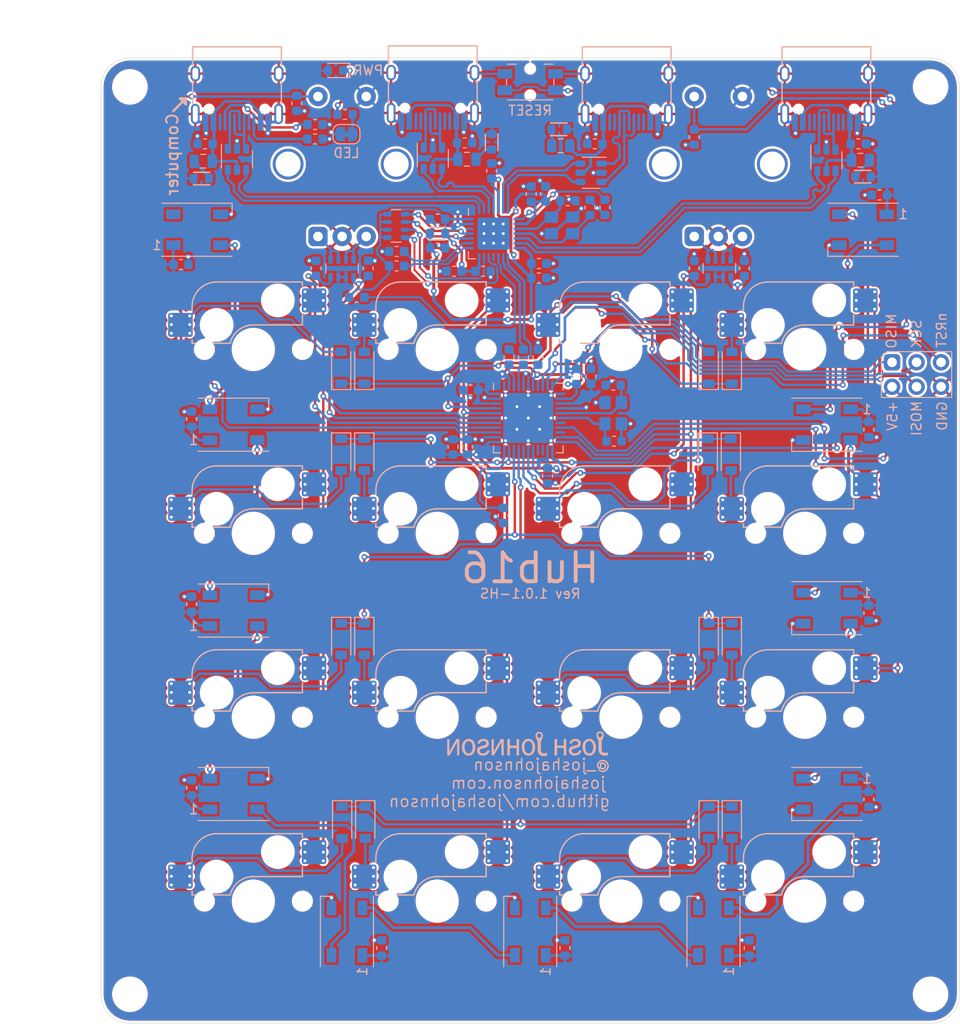
<source format=kicad_pcb>
(kicad_pcb (version 20171130) (host pcbnew 5.1.6-c6e7f7d~87~ubuntu20.04.1)
  (title_block (title Hub16) (date 2020-09-14) (rev 1.0-HS) (company "Josh Johnson"))
  (layers (0 F.Cu signal) (31 B.Cu signal) (34 B.Paste user) (35 F.Paste user) (36 B.SilkS user) (37 F.SilkS user) (38 B.Mask user) (39 F.Mask user) (44 Edge.Cuts user))
  (net 0 "")
  (net 1 GND)
  (net 2 VBUS)
  (net 3 "Net-(C2-Pad1)")
  (net 4 "Net-(C3-Pad1)")
  (net 5 "Net-(C4-Pad1)")
  (net 6 +5V)
  (net 7 /LED_DAT)
  (net 8 "Net-(D2-Pad2)")
  (net 9 "Net-(D3-Pad2)")
  (net 10 "Net-(D10-Pad4)")
  (net 11 "Net-(D5-Pad2)")
  (net 12 /row1)
  (net 13 /row2)
  (net 14 "Net-(D6-Pad2)")
  (net 15 "Net-(D7-Pad2)")
  (net 16 /row3)
  (net 17 /row4)
  (net 18 "Net-(D8-Pad2)")
  (net 19 "Net-(D10-Pad2)")
  (net 20 "Net-(D11-Pad2)")
  (net 21 "Net-(D12-Pad2)")
  (net 22 "Net-(D13-Pad2)")
  (net 23 "Net-(D14-Pad2)")
  (net 24 "Net-(D16-Pad2)")
  (net 25 "Net-(D17-Pad2)")
  (net 26 "Net-(D18-Pad2)")
  (net 27 "Net-(D19-Pad2)")
  (net 28 "Net-(D20-Pad2)")
  (net 29 "Net-(D23-Pad2)")
  (net 30 "Net-(D24-Pad2)")
  (net 31 "Net-(D25-Pad2)")
  (net 32 "Net-(D26-Pad2)")
  (net 33 "Net-(D27-Pad2)")
  (net 34 /MISO)
  (net 35 /MOSI)
  (net 36 /SCK)
  (net 37 /nRST)
  (net 38 /col1)
  (net 39 /col2)
  (net 40 /col3)
  (net 41 /col4)
  (net 42 "Net-(R5-Pad1)")
  (net 43 "Net-(D29-Pad2)")
  (net 44 "Net-(D30-Pad2)")
  (net 45 "Net-(D31-Pad2)")
  (net 46 /ENC_1_A)
  (net 47 /ENC_1_B)
  (net 48 /ENC_1_SW)
  (net 49 /ENC_2_A)
  (net 50 /ENC_2_B)
  (net 51 /ENC_2_SW)
  (net 52 "Net-(R14-Pad1)")
  (net 53 +3V3)
  (net 54 +3.3VA)
  (net 55 "/USB Hub/XIN")
  (net 56 "/USB Hub/XOUT")
  (net 57 /USB_UP_D+)
  (net 58 "Net-(J1-PadA5)")
  (net 59 /USB_UP_D-)
  (net 60 "Net-(J1-PadB5)")
  (net 61 "/USB Hub/D2_D+")
  (net 62 "/USB Hub/D2_D-")
  (net 63 "/USB Hub/D1_D+")
  (net 64 "/USB Hub/D1_D-")
  (net 65 "/USB Hub/D3_D+")
  (net 66 "/USB Hub/D3_D-")
  (net 67 "/USB Hub/USB_DN_D+")
  (net 68 "Net-(R6-Pad1)")
  (net 69 "/USB Hub/USB_DN_D-")
  (net 70 "Net-(R7-Pad1)")
  (net 71 "Net-(RN1-Pad5)")
  (net 72 "Net-(RN3-Pad5)")
  (net 73 "Net-(RN3-Pad7)")
  (net 74 "/USB Hub/nOVR_4")
  (net 75 "/USB Hub/nOVR_2")
  (net 76 "/USB Hub/nOVR_3")
  (net 77 "/USB Hub/nOVR_1")
  (net 78 "/USB Hub/UP_USB_P")
  (net 79 "/USB Hub/UP_USB_N")
  (net 80 "Net-(RN1-Pad7)")
  (net 81 "Net-(R9-Pad1)")
  (net 82 "Net-(C24-Pad1)")
  (net 83 "Net-(C25-Pad1)")
  (net 84 "Net-(C26-Pad1)")
  (net 85 "Net-(F2-Pad2)")
  (net 86 "Net-(F3-Pad2)")
  (net 87 "Net-(F4-Pad2)")
  (net 88 "Net-(J4-PadA6)")
  (net 89 "Net-(J4-PadA7)")
  (net 90 "Net-(J5-PadA6)")
  (net 91 "Net-(J5-PadA7)")
  (net 92 "Net-(R10-Pad1)")
  (net 93 "Net-(R12-Pad1)")
  (net 94 "Net-(F1-Pad1)")
  (net 95 /LED_1)
  (net 96 "Net-(D1-Pad1)")
  (net 97 "Net-(JP11-Pad1)")
  (net 98 "/USB Hub/CON2_D+")
  (net 99 "/USB Hub/CON2_D-")
  (module josh-connectors:USB_C_U262-161N-4BVC11 (layer B.Cu) (at 122.7 42.5)
    (fp_text reference J5 hide)
    (fp_text value USB_C_Receptacle_USB2.0)
    (pad A12 smd rect (at 3.4 3.15) (size 0.3 1.75) (layers B.Cu B.Paste B.Mask) (net 1 GND) (clearance 0.01))
    (pad B1 smd rect (at 3.1 3.15) (size 0.3 1.75) (layers B.Cu B.Paste B.Mask) (net 1 GND) (clearance 0.01))
    (pad B4 smd rect (at 2.3 3.15) (size 0.3 1.75) (layers B.Cu B.Paste B.Mask) (net 82 "Net-(C24-Pad1)") (clearance 0.01))
    (pad A9 smd rect (at 2.6 3.15) (size 0.3 1.75) (layers B.Cu B.Paste B.Mask) (net 82 "Net-(C24-Pad1)") (clearance 0.01))
    (pad B9 smd rect (at -2.3 3.15) (size 0.3 1.75) (layers B.Cu B.Paste B.Mask) (net 82 "Net-(C24-Pad1)") (clearance 0.01))
    (pad A4 smd rect (at -2.6 3.15) (size 0.3 1.75) (layers B.Cu B.Paste B.Mask) (net 82 "Net-(C24-Pad1)") (clearance 0.01))
    (pad B12 smd rect (at -3.1 3.15) (size 0.3 1.75) (layers B.Cu B.Paste B.Mask) (net 1 GND) (clearance 0.01))
    (pad A1 smd rect (at -3.4 3.15) (size 0.3 1.75) (layers B.Cu B.Paste B.Mask) (net 1 GND) (clearance 0.01))
    (pad A6 smd rect (at -0.25 3.15) (size 0.3 1.75) (layers B.Cu B.Paste B.Mask) (net 90 "Net-(J5-PadA6)"))
    (pad A5 smd rect (at -1.25 3.15) (size 0.3 1.75) (layers B.Cu B.Paste B.Mask))
    (pad B8 smd rect (at -1.75 3.15) (size 0.3 1.75) (layers B.Cu B.Paste B.Mask))
    (pad B7 smd rect (at -0.75 3.15) (size 0.3 1.75) (layers B.Cu B.Paste B.Mask) (net 91 "Net-(J5-PadA7)"))
    (pad B5 smd rect (at 1.75 3.15) (size 0.3 1.75) (layers B.Cu B.Paste B.Mask))
    (pad A8 smd rect (at 1.25 3.15) (size 0.3 1.75) (layers B.Cu B.Paste B.Mask))
    (pad B6 smd rect (at 0.75 3.15) (size 0.3 1.75) (layers B.Cu B.Paste B.Mask) (net 90 "Net-(J5-PadA6)"))
    (pad A7 smd rect (at 0.25 3.15) (size 0.3 1.75) (layers B.Cu B.Paste B.Mask) (net 91 "Net-(J5-PadA7)"))
    (pad "" np_thru_hole circle (at 2.89 1.81) (size 0.65 0.65) (drill 0.65) (layers *.Cu *.Mask) (clearance 0.01))
    (pad "" np_thru_hole circle (at -2.89 1.81) (size 0.65 0.65) (drill 0.65) (layers *.Cu *.Mask) (clearance 0.01))
    (pad S1 thru_hole oval (at 4.32 2.31) (size 0.9 2.1) (drill oval 0.5 1.7) (layers *.Cu *.Mask B.Paste) (net 1 GND))
    (pad S1 thru_hole oval (at -4.32 2.31) (size 0.9 2.1) (drill oval 0.5 1.7) (layers *.Cu *.Mask B.Paste) (net 1 GND))
    (pad S1 thru_hole oval (at 4.32 -1.87) (size 1 1.6) (drill oval 0.6 1.2) (layers *.Cu *.Mask B.Paste) (net 1 GND))
    (pad S1 thru_hole oval (at -4.32 -1.87) (size 1 1.6) (drill oval 0.6 1.2) (layers *.Cu *.Mask B.Paste) (net 1 GND))
  )
  (module josh-connectors:USB_C_U262-161N-4BVC11 (layer B.Cu) (at 81.9 42.4)
    (fp_text reference J4 hide)
    (fp_text value USB_C_Receptacle_USB2.0)
    (pad A12 smd rect (at 3.4 3.15) (size 0.3 1.75) (layers B.Cu B.Paste B.Mask) (net 1 GND) (clearance 0.01))
    (pad B1 smd rect (at 3.1 3.15) (size 0.3 1.75) (layers B.Cu B.Paste B.Mask) (net 1 GND) (clearance 0.01))
    (pad B4 smd rect (at 2.3 3.15) (size 0.3 1.75) (layers B.Cu B.Paste B.Mask) (net 83 "Net-(C25-Pad1)") (clearance 0.01))
    (pad A9 smd rect (at 2.6 3.15) (size 0.3 1.75) (layers B.Cu B.Paste B.Mask) (net 83 "Net-(C25-Pad1)") (clearance 0.01))
    (pad B9 smd rect (at -2.3 3.15) (size 0.3 1.75) (layers B.Cu B.Paste B.Mask) (net 83 "Net-(C25-Pad1)") (clearance 0.01))
    (pad A4 smd rect (at -2.6 3.15) (size 0.3 1.75) (layers B.Cu B.Paste B.Mask) (net 83 "Net-(C25-Pad1)") (clearance 0.01))
    (pad B12 smd rect (at -3.1 3.15) (size 0.3 1.75) (layers B.Cu B.Paste B.Mask) (net 1 GND) (clearance 0.01))
    (pad A1 smd rect (at -3.4 3.15) (size 0.3 1.75) (layers B.Cu B.Paste B.Mask) (net 1 GND) (clearance 0.01))
    (pad A6 smd rect (at -0.25 3.15) (size 0.3 1.75) (layers B.Cu B.Paste B.Mask) (net 88 "Net-(J4-PadA6)"))
    (pad A5 smd rect (at -1.25 3.15) (size 0.3 1.75) (layers B.Cu B.Paste B.Mask))
    (pad B8 smd rect (at -1.75 3.15) (size 0.3 1.75) (layers B.Cu B.Paste B.Mask))
    (pad B7 smd rect (at -0.75 3.15) (size 0.3 1.75) (layers B.Cu B.Paste B.Mask) (net 89 "Net-(J4-PadA7)"))
    (pad B5 smd rect (at 1.75 3.15) (size 0.3 1.75) (layers B.Cu B.Paste B.Mask))
    (pad A8 smd rect (at 1.25 3.15) (size 0.3 1.75) (layers B.Cu B.Paste B.Mask))
    (pad B6 smd rect (at 0.75 3.15) (size 0.3 1.75) (layers B.Cu B.Paste B.Mask) (net 88 "Net-(J4-PadA6)"))
    (pad A7 smd rect (at 0.25 3.15) (size 0.3 1.75) (layers B.Cu B.Paste B.Mask) (net 89 "Net-(J4-PadA7)"))
    (pad "" np_thru_hole circle (at 2.89 1.81) (size 0.65 0.65) (drill 0.65) (layers *.Cu *.Mask) (clearance 0.01))
    (pad "" np_thru_hole circle (at -2.89 1.81) (size 0.65 0.65) (drill 0.65) (layers *.Cu *.Mask) (clearance 0.01))
    (pad S1 thru_hole oval (at 4.32 2.31) (size 0.9 2.1) (drill oval 0.5 1.7) (layers *.Cu *.Mask B.Paste) (net 1 GND))
    (pad S1 thru_hole oval (at -4.32 2.31) (size 0.9 2.1) (drill oval 0.5 1.7) (layers *.Cu *.Mask B.Paste) (net 1 GND))
    (pad S1 thru_hole oval (at 4.32 -1.87) (size 1 1.6) (drill oval 0.6 1.2) (layers *.Cu *.Mask B.Paste) (net 1 GND))
    (pad S1 thru_hole oval (at -4.32 -1.87) (size 1 1.6) (drill oval 0.6 1.2) (layers *.Cu *.Mask B.Paste) (net 1 GND))
  )
  (module josh-connectors:USB_C_U262-161N-4BVC11 (layer B.Cu) (at 102 42.5)
    (fp_text reference J3 hide)
    (fp_text value USB_C_Receptacle_USB2.0)
    (pad A12 smd rect (at 3.4 3.15) (size 0.3 1.75) (layers B.Cu B.Paste B.Mask) (net 1 GND) (clearance 0.01))
    (pad B1 smd rect (at 3.1 3.15) (size 0.3 1.75) (layers B.Cu B.Paste B.Mask) (net 1 GND) (clearance 0.01))
    (pad B4 smd rect (at 2.3 3.15) (size 0.3 1.75) (layers B.Cu B.Paste B.Mask) (net 84 "Net-(C26-Pad1)") (clearance 0.01))
    (pad A9 smd rect (at 2.6 3.15) (size 0.3 1.75) (layers B.Cu B.Paste B.Mask) (net 84 "Net-(C26-Pad1)") (clearance 0.01))
    (pad B9 smd rect (at -2.3 3.15) (size 0.3 1.75) (layers B.Cu B.Paste B.Mask) (net 84 "Net-(C26-Pad1)") (clearance 0.01))
    (pad A4 smd rect (at -2.6 3.15) (size 0.3 1.75) (layers B.Cu B.Paste B.Mask) (net 84 "Net-(C26-Pad1)") (clearance 0.01))
    (pad B12 smd rect (at -3.1 3.15) (size 0.3 1.75) (layers B.Cu B.Paste B.Mask) (net 1 GND) (clearance 0.01))
    (pad A1 smd rect (at -3.4 3.15) (size 0.3 1.75) (layers B.Cu B.Paste B.Mask) (net 1 GND) (clearance 0.01))
    (pad A6 smd rect (at -0.25 3.15) (size 0.3 1.75) (layers B.Cu B.Paste B.Mask) (net 98 "/USB Hub/CON2_D+"))
    (pad A5 smd rect (at -1.25 3.15) (size 0.3 1.75) (layers B.Cu B.Paste B.Mask))
    (pad B8 smd rect (at -1.75 3.15) (size 0.3 1.75) (layers B.Cu B.Paste B.Mask))
    (pad B7 smd rect (at -0.75 3.15) (size 0.3 1.75) (layers B.Cu B.Paste B.Mask) (net 99 "/USB Hub/CON2_D-"))
    (pad B5 smd rect (at 1.75 3.15) (size 0.3 1.75) (layers B.Cu B.Paste B.Mask))
    (pad A8 smd rect (at 1.25 3.15) (size 0.3 1.75) (layers B.Cu B.Paste B.Mask))
    (pad B6 smd rect (at 0.75 3.15) (size 0.3 1.75) (layers B.Cu B.Paste B.Mask) (net 98 "/USB Hub/CON2_D+"))
    (pad A7 smd rect (at 0.25 3.15) (size 0.3 1.75) (layers B.Cu B.Paste B.Mask) (net 99 "/USB Hub/CON2_D-"))
    (pad "" np_thru_hole circle (at 2.89 1.81) (size 0.65 0.65) (drill 0.65) (layers *.Cu *.Mask) (clearance 0.01))
    (pad "" np_thru_hole circle (at -2.89 1.81) (size 0.65 0.65) (drill 0.65) (layers *.Cu *.Mask) (clearance 0.01))
    (pad S1 thru_hole oval (at 4.32 2.31) (size 0.9 2.1) (drill oval 0.5 1.7) (layers *.Cu *.Mask B.Paste) (net 1 GND))
    (pad S1 thru_hole oval (at -4.32 2.31) (size 0.9 2.1) (drill oval 0.5 1.7) (layers *.Cu *.Mask B.Paste) (net 1 GND))
    (pad S1 thru_hole oval (at 4.32 -1.87) (size 1 1.6) (drill oval 0.6 1.2) (layers *.Cu *.Mask B.Paste) (net 1 GND))
    (pad S1 thru_hole oval (at -4.32 -1.87) (size 1 1.6) (drill oval 0.6 1.2) (layers *.Cu *.Mask B.Paste) (net 1 GND))
  )
  (module josh-connectors:USB_C_U262-161N-4BVC11 (layer B.Cu) (at 61.6 42.5)
    (fp_text reference J1 hide)
    (fp_text value USB_C_Receptacle_USB2.0)
    (pad A12 smd rect (at 3.4 3.15) (size 0.3 1.75) (layers B.Cu B.Paste B.Mask) (net 1 GND) (clearance 0.01))
    (pad B1 smd rect (at 3.1 3.15) (size 0.3 1.75) (layers B.Cu B.Paste B.Mask) (net 1 GND) (clearance 0.01))
    (pad B4 smd rect (at 2.3 3.15) (size 0.3 1.75) (layers B.Cu B.Paste B.Mask) (net 2 VBUS) (clearance 0.01))
    (pad A9 smd rect (at 2.6 3.15) (size 0.3 1.75) (layers B.Cu B.Paste B.Mask) (net 2 VBUS) (clearance 0.01))
    (pad B9 smd rect (at -2.3 3.15) (size 0.3 1.75) (layers B.Cu B.Paste B.Mask) (net 2 VBUS) (clearance 0.01))
    (pad A4 smd rect (at -2.6 3.15) (size 0.3 1.75) (layers B.Cu B.Paste B.Mask) (net 2 VBUS) (clearance 0.01))
    (pad B12 smd rect (at -3.1 3.15) (size 0.3 1.75) (layers B.Cu B.Paste B.Mask) (net 1 GND) (clearance 0.01))
    (pad A1 smd rect (at -3.4 3.15) (size 0.3 1.75) (layers B.Cu B.Paste B.Mask) (net 1 GND) (clearance 0.01))
    (pad A6 smd rect (at -0.25 3.15) (size 0.3 1.75) (layers B.Cu B.Paste B.Mask) (net 57 /USB_UP_D+))
    (pad A5 smd rect (at -1.25 3.15) (size 0.3 1.75) (layers B.Cu B.Paste B.Mask) (net 58 "Net-(J1-PadA5)"))
    (pad B8 smd rect (at -1.75 3.15) (size 0.3 1.75) (layers B.Cu B.Paste B.Mask))
    (pad B7 smd rect (at -0.75 3.15) (size 0.3 1.75) (layers B.Cu B.Paste B.Mask) (net 59 /USB_UP_D-))
    (pad B5 smd rect (at 1.75 3.15) (size 0.3 1.75) (layers B.Cu B.Paste B.Mask) (net 60 "Net-(J1-PadB5)"))
    (pad A8 smd rect (at 1.25 3.15) (size 0.3 1.75) (layers B.Cu B.Paste B.Mask))
    (pad B6 smd rect (at 0.75 3.15) (size 0.3 1.75) (layers B.Cu B.Paste B.Mask) (net 57 /USB_UP_D+))
    (pad A7 smd rect (at 0.25 3.15) (size 0.3 1.75) (layers B.Cu B.Paste B.Mask) (net 59 /USB_UP_D-))
    (pad "" np_thru_hole circle (at 2.89 1.81) (size 0.65 0.65) (drill 0.65) (layers *.Cu *.Mask) (clearance 0.01))
    (pad "" np_thru_hole circle (at -2.89 1.81) (size 0.65 0.65) (drill 0.65) (layers *.Cu *.Mask) (clearance 0.01))
    (pad S1 thru_hole oval (at 4.32 2.31) (size 0.9 2.1) (drill oval 0.5 1.7) (layers *.Cu *.Mask B.Paste) (net 1 GND))
    (pad S1 thru_hole oval (at -4.32 2.31) (size 0.9 2.1) (drill oval 0.5 1.7) (layers *.Cu *.Mask B.Paste) (net 1 GND))
    (pad S1 thru_hole oval (at 4.32 -1.87) (size 1 1.6) (drill oval 0.6 1.2) (layers *.Cu *.Mask B.Paste) (net 1 GND))
    (pad S1 thru_hole oval (at -4.32 -1.87) (size 1 1.6) (drill oval 0.6 1.2) (layers *.Cu *.Mask B.Paste) (net 1 GND))
  )
  (module josh-oscillators:Crystal_SMD_3225-4Pin_3.2x2.5mm (layer B.Cu) (at 95.3 56.35)
    (fp_text reference Y2 hide)
    (fp_text value 12MHz)
    (pad 4 smd roundrect (at -1.1 0.85) (size 1.4 1.2) (layers B.Cu B.Paste B.Mask) (roundrect_rratio 0.15) (net 1 GND))
    (pad 3 smd roundrect (at 1.1 0.85) (size 1.4 1.2) (layers B.Cu B.Paste B.Mask) (roundrect_rratio 0.15) (net 56 "/USB Hub/XOUT"))
    (pad 2 smd roundrect (at 1.1 -0.85) (size 1.4 1.2) (layers B.Cu B.Paste B.Mask) (roundrect_rratio 0.15) (net 1 GND))
    (pad 1 smd roundrect (at -1.1 -0.85) (size 1.4 1.2) (layers B.Cu B.Paste B.Mask) (roundrect_rratio 0.15) (net 55 "/USB Hub/XIN"))
  )
  (module josh-oscillators:Crystal_SMD_3225-4Pin_3.2x2.5mm (layer B.Cu) (at 100.6 75.8 270)
    (fp_text reference Y1 hide)
    (fp_text value 16MHz)
    (pad 4 smd roundrect (at -1.1 0.85 270) (size 1.4 1.2) (layers B.Cu B.Paste B.Mask) (roundrect_rratio 0.15) (net 1 GND))
    (pad 3 smd roundrect (at 1.1 0.85 270) (size 1.4 1.2) (layers B.Cu B.Paste B.Mask) (roundrect_rratio 0.15) (net 4 "Net-(C3-Pad1)"))
    (pad 2 smd roundrect (at 1.1 -0.85 270) (size 1.4 1.2) (layers B.Cu B.Paste B.Mask) (roundrect_rratio 0.15) (net 1 GND))
    (pad 1 smd roundrect (at -1.1 -0.85 270) (size 1.4 1.2) (layers B.Cu B.Paste B.Mask) (roundrect_rratio 0.15) (net 3 "Net-(C2-Pad1)"))
  )
  (module josh-connectors:AVR_PROG_2.54_THT (layer B.Cu) (at 132.05 71.8)
    (fp_text reference J2 hide)
    (fp_text value AVR-ISP-6)
    (pad 5 thru_hole circle (at 2.54 -1.27) (size 1.7 1.7) (drill 1) (layers *.Cu *.Mask) (net 37 /nRST))
    (pad 6 thru_hole circle (at 2.54 1.27) (size 1.7 1.7) (drill 1) (layers *.Cu *.Mask) (net 1 GND))
    (pad 3 thru_hole circle (at 0 -1.27) (size 1.7 1.7) (drill 1) (layers *.Cu *.Mask) (net 36 /SCK))
    (pad 4 thru_hole circle (at 0 1.27) (size 1.7 1.7) (drill 1) (layers *.Cu *.Mask) (net 35 /MOSI))
    (pad 1 thru_hole roundrect (at -2.54 -1.27) (size 1.7 1.7) (drill 1) (layers *.Cu *.Mask) (net 34 /MISO))
    (pad 2 thru_hole circle (at -2.54 1.27) (size 1.7 1.7) (drill 1) (layers *.Cu *.Mask) (net 6 +5V))
  )
  (module josh-keyboard:Kailh_Hotswap_1U (layer B.Cu) (at 82.35 69.2)
    (fp_text reference K6 hide)
    (fp_text value "Kailh Hotswap Socket")
    (pad 1 thru_hole circle (at 5.35 -4.175) (size 0.6 0.6) (drill 0.3) (layers *.Cu B.Mask) (net 39 /col2))
    (pad 1 thru_hole circle (at 7.25 -4.175) (size 0.6 0.6) (drill 0.3) (layers *.Cu B.Mask) (net 39 /col2))
    (pad 1 thru_hole circle (at 7.25 -5.975) (size 0.6 0.6) (drill 0.3) (layers *.Cu B.Mask) (net 39 /col2))
    (pad 1 thru_hole circle (at 7.25 -5.075) (size 0.6 0.6) (drill 0.3) (layers *.Cu B.Mask) (net 39 /col2))
    (pad 1 thru_hole circle (at 5.35 -5.975) (size 0.6 0.6) (drill 0.3) (layers *.Cu B.Mask) (net 39 /col2))
    (pad 1 thru_hole circle (at 5.35 -5.075) (size 0.6 0.6) (drill 0.3) (layers *.Cu B.Mask) (net 39 /col2))
    (pad 2 thru_hole circle (at -6.6 -2.575) (size 0.6 0.6) (drill 0.3) (layers *.Cu B.Mask) (net 20 "Net-(D11-Pad2)"))
    (pad 2 thru_hole circle (at -8.5 -2.575) (size 0.6 0.6) (drill 0.3) (layers *.Cu B.Mask) (net 20 "Net-(D11-Pad2)"))
    (pad 2 thru_hole circle (at -8.5 -3.475) (size 0.6 0.6) (drill 0.3) (layers *.Cu B.Mask) (net 20 "Net-(D11-Pad2)"))
    (pad 2 thru_hole circle (at -6.6 -3.475) (size 0.6 0.6) (drill 0.3) (layers *.Cu B.Mask) (net 20 "Net-(D11-Pad2)"))
    (pad 2 thru_hole circle (at -6.6 -1.675) (size 0.6 0.6) (drill 0.3) (layers *.Cu B.Mask) (net 20 "Net-(D11-Pad2)"))
    (pad 2 thru_hole circle (at -8.5 -1.675) (size 0.6 0.6) (drill 0.3) (layers *.Cu B.Mask) (net 20 "Net-(D11-Pad2)"))
    (pad 2 smd roundrect (at -7.56 -2.54) (size 2.55 2.5) (layers B.Cu B.Paste B.Mask) (roundrect_rratio 0.1) (net 20 "Net-(D11-Pad2)"))
    (pad "" np_thru_hole circle (at -5.08 0) (size 1.7018 1.7018) (drill 1.7018) (layers *.Cu *.Mask))
    (pad "" np_thru_hole circle (at 5.08 0) (size 1.7018 1.7018) (drill 1.7018) (layers *.Cu *.Mask))
    (pad "" np_thru_hole circle (at 0 0) (size 3.9878 3.9878) (drill 3.9878) (layers *.Cu *.Mask))
    (pad 1 smd roundrect (at 6.29 -5.08) (size 2.55 2.5) (layers B.Cu B.Paste B.Mask) (roundrect_rratio 0.1) (net 39 /col2))
    (pad "" np_thru_hole circle (at 2.54 -5.08) (size 3 3) (drill 3) (layers *.Cu *.Mask))
    (pad "" np_thru_hole circle (at -3.81 -2.54) (size 3 3) (drill 3) (layers *.Cu *.Mask))
  )
  (module josh-keyboard:Kailh_Hotswap_1U (layer B.Cu) (at 101.4 69.2)
    (fp_text reference K11 hide)
    (fp_text value "Kailh Hotswap Socket")
    (pad 1 thru_hole circle (at 5.35 -4.175) (size 0.6 0.6) (drill 0.3) (layers *.Cu B.Mask) (net 40 /col3))
    (pad 1 thru_hole circle (at 7.25 -4.175) (size 0.6 0.6) (drill 0.3) (layers *.Cu B.Mask) (net 40 /col3))
    (pad 1 thru_hole circle (at 7.25 -5.975) (size 0.6 0.6) (drill 0.3) (layers *.Cu B.Mask) (net 40 /col3))
    (pad 1 thru_hole circle (at 7.25 -5.075) (size 0.6 0.6) (drill 0.3) (layers *.Cu B.Mask) (net 40 /col3))
    (pad 1 thru_hole circle (at 5.35 -5.975) (size 0.6 0.6) (drill 0.3) (layers *.Cu B.Mask) (net 40 /col3))
    (pad 1 thru_hole circle (at 5.35 -5.075) (size 0.6 0.6) (drill 0.3) (layers *.Cu B.Mask) (net 40 /col3))
    (pad 2 thru_hole circle (at -6.6 -2.575) (size 0.6 0.6) (drill 0.3) (layers *.Cu B.Mask) (net 25 "Net-(D17-Pad2)"))
    (pad 2 thru_hole circle (at -8.5 -2.575) (size 0.6 0.6) (drill 0.3) (layers *.Cu B.Mask) (net 25 "Net-(D17-Pad2)"))
    (pad 2 thru_hole circle (at -8.5 -3.475) (size 0.6 0.6) (drill 0.3) (layers *.Cu B.Mask) (net 25 "Net-(D17-Pad2)"))
    (pad 2 thru_hole circle (at -6.6 -3.475) (size 0.6 0.6) (drill 0.3) (layers *.Cu B.Mask) (net 25 "Net-(D17-Pad2)"))
    (pad 2 thru_hole circle (at -6.6 -1.675) (size 0.6 0.6) (drill 0.3) (layers *.Cu B.Mask) (net 25 "Net-(D17-Pad2)"))
    (pad 2 thru_hole circle (at -8.5 -1.675) (size 0.6 0.6) (drill 0.3) (layers *.Cu B.Mask) (net 25 "Net-(D17-Pad2)"))
    (pad 2 smd roundrect (at -7.56 -2.54) (size 2.55 2.5) (layers B.Cu B.Paste B.Mask) (roundrect_rratio 0.1) (net 25 "Net-(D17-Pad2)"))
    (pad "" np_thru_hole circle (at -5.08 0) (size 1.7018 1.7018) (drill 1.7018) (layers *.Cu *.Mask))
    (pad "" np_thru_hole circle (at 5.08 0) (size 1.7018 1.7018) (drill 1.7018) (layers *.Cu *.Mask))
    (pad "" np_thru_hole circle (at 0 0) (size 3.9878 3.9878) (drill 3.9878) (layers *.Cu *.Mask))
    (pad 1 smd roundrect (at 6.29 -5.08) (size 2.55 2.5) (layers B.Cu B.Paste B.Mask) (roundrect_rratio 0.1) (net 40 /col3))
    (pad "" np_thru_hole circle (at 2.54 -5.08) (size 3 3) (drill 3) (layers *.Cu *.Mask))
    (pad "" np_thru_hole circle (at -3.81 -2.54) (size 3 3) (drill 3) (layers *.Cu *.Mask))
  )
  (module josh-keyboard:Kailh_Hotswap_1U (layer B.Cu) (at 120.45 126.35)
    (fp_text reference K19 hide)
    (fp_text value "Kailh Hotswap Socket")
    (pad 1 thru_hole circle (at 5.35 -4.175) (size 0.6 0.6) (drill 0.3) (layers *.Cu B.Mask) (net 41 /col4))
    (pad 1 thru_hole circle (at 7.25 -4.175) (size 0.6 0.6) (drill 0.3) (layers *.Cu B.Mask) (net 41 /col4))
    (pad 1 thru_hole circle (at 7.25 -5.975) (size 0.6 0.6) (drill 0.3) (layers *.Cu B.Mask) (net 41 /col4))
    (pad 1 thru_hole circle (at 7.25 -5.075) (size 0.6 0.6) (drill 0.3) (layers *.Cu B.Mask) (net 41 /col4))
    (pad 1 thru_hole circle (at 5.35 -5.975) (size 0.6 0.6) (drill 0.3) (layers *.Cu B.Mask) (net 41 /col4))
    (pad 1 thru_hole circle (at 5.35 -5.075) (size 0.6 0.6) (drill 0.3) (layers *.Cu B.Mask) (net 41 /col4))
    (pad 2 thru_hole circle (at -6.6 -2.575) (size 0.6 0.6) (drill 0.3) (layers *.Cu B.Mask) (net 33 "Net-(D27-Pad2)"))
    (pad 2 thru_hole circle (at -8.5 -2.575) (size 0.6 0.6) (drill 0.3) (layers *.Cu B.Mask) (net 33 "Net-(D27-Pad2)"))
    (pad 2 thru_hole circle (at -8.5 -3.475) (size 0.6 0.6) (drill 0.3) (layers *.Cu B.Mask) (net 33 "Net-(D27-Pad2)"))
    (pad 2 thru_hole circle (at -6.6 -3.475) (size 0.6 0.6) (drill 0.3) (layers *.Cu B.Mask) (net 33 "Net-(D27-Pad2)"))
    (pad 2 thru_hole circle (at -6.6 -1.675) (size 0.6 0.6) (drill 0.3) (layers *.Cu B.Mask) (net 33 "Net-(D27-Pad2)"))
    (pad 2 thru_hole circle (at -8.5 -1.675) (size 0.6 0.6) (drill 0.3) (layers *.Cu B.Mask) (net 33 "Net-(D27-Pad2)"))
    (pad 2 smd roundrect (at -7.56 -2.54) (size 2.55 2.5) (layers B.Cu B.Paste B.Mask) (roundrect_rratio 0.1) (net 33 "Net-(D27-Pad2)"))
    (pad "" np_thru_hole circle (at -5.08 0) (size 1.7018 1.7018) (drill 1.7018) (layers *.Cu *.Mask))
    (pad "" np_thru_hole circle (at 5.08 0) (size 1.7018 1.7018) (drill 1.7018) (layers *.Cu *.Mask))
    (pad "" np_thru_hole circle (at 0 0) (size 3.9878 3.9878) (drill 3.9878) (layers *.Cu *.Mask))
    (pad 1 smd roundrect (at 6.29 -5.08) (size 2.55 2.5) (layers B.Cu B.Paste B.Mask) (roundrect_rratio 0.1) (net 41 /col4))
    (pad "" np_thru_hole circle (at 2.54 -5.08) (size 3 3) (drill 3) (layers *.Cu *.Mask))
    (pad "" np_thru_hole circle (at -3.81 -2.54) (size 3 3) (drill 3) (layers *.Cu *.Mask))
  )
  (module josh-keyboard:Kailh_Hotswap_1U (layer B.Cu) (at 120.45 107.3)
    (fp_text reference K18 hide)
    (fp_text value "Kailh Hotswap Socket")
    (pad 1 thru_hole circle (at 5.35 -4.175) (size 0.6 0.6) (drill 0.3) (layers *.Cu B.Mask) (net 41 /col4))
    (pad 1 thru_hole circle (at 7.25 -4.175) (size 0.6 0.6) (drill 0.3) (layers *.Cu B.Mask) (net 41 /col4))
    (pad 1 thru_hole circle (at 7.25 -5.975) (size 0.6 0.6) (drill 0.3) (layers *.Cu B.Mask) (net 41 /col4))
    (pad 1 thru_hole circle (at 7.25 -5.075) (size 0.6 0.6) (drill 0.3) (layers *.Cu B.Mask) (net 41 /col4))
    (pad 1 thru_hole circle (at 5.35 -5.975) (size 0.6 0.6) (drill 0.3) (layers *.Cu B.Mask) (net 41 /col4))
    (pad 1 thru_hole circle (at 5.35 -5.075) (size 0.6 0.6) (drill 0.3) (layers *.Cu B.Mask) (net 41 /col4))
    (pad 2 thru_hole circle (at -6.6 -2.575) (size 0.6 0.6) (drill 0.3) (layers *.Cu B.Mask) (net 32 "Net-(D26-Pad2)"))
    (pad 2 thru_hole circle (at -8.5 -2.575) (size 0.6 0.6) (drill 0.3) (layers *.Cu B.Mask) (net 32 "Net-(D26-Pad2)"))
    (pad 2 thru_hole circle (at -8.5 -3.475) (size 0.6 0.6) (drill 0.3) (layers *.Cu B.Mask) (net 32 "Net-(D26-Pad2)"))
    (pad 2 thru_hole circle (at -6.6 -3.475) (size 0.6 0.6) (drill 0.3) (layers *.Cu B.Mask) (net 32 "Net-(D26-Pad2)"))
    (pad 2 thru_hole circle (at -6.6 -1.675) (size 0.6 0.6) (drill 0.3) (layers *.Cu B.Mask) (net 32 "Net-(D26-Pad2)"))
    (pad 2 thru_hole circle (at -8.5 -1.675) (size 0.6 0.6) (drill 0.3) (layers *.Cu B.Mask) (net 32 "Net-(D26-Pad2)"))
    (pad 2 smd roundrect (at -7.56 -2.54) (size 2.55 2.5) (layers B.Cu B.Paste B.Mask) (roundrect_rratio 0.1) (net 32 "Net-(D26-Pad2)"))
    (pad "" np_thru_hole circle (at -5.08 0) (size 1.7018 1.7018) (drill 1.7018) (layers *.Cu *.Mask))
    (pad "" np_thru_hole circle (at 5.08 0) (size 1.7018 1.7018) (drill 1.7018) (layers *.Cu *.Mask))
    (pad "" np_thru_hole circle (at 0 0) (size 3.9878 3.9878) (drill 3.9878) (layers *.Cu *.Mask))
    (pad 1 smd roundrect (at 6.29 -5.08) (size 2.55 2.5) (layers B.Cu B.Paste B.Mask) (roundrect_rratio 0.1) (net 41 /col4))
    (pad "" np_thru_hole circle (at 2.54 -5.08) (size 3 3) (drill 3) (layers *.Cu *.Mask))
    (pad "" np_thru_hole circle (at -3.81 -2.54) (size 3 3) (drill 3) (layers *.Cu *.Mask))
  )
  (module josh-keyboard:Kailh_Hotswap_1U (layer B.Cu) (at 120.45 88.25)
    (fp_text reference K17 hide)
    (fp_text value "Kailh Hotswap Socket")
    (pad 1 thru_hole circle (at 5.35 -4.175) (size 0.6 0.6) (drill 0.3) (layers *.Cu B.Mask) (net 41 /col4))
    (pad 1 thru_hole circle (at 7.25 -4.175) (size 0.6 0.6) (drill 0.3) (layers *.Cu B.Mask) (net 41 /col4))
    (pad 1 thru_hole circle (at 7.25 -5.975) (size 0.6 0.6) (drill 0.3) (layers *.Cu B.Mask) (net 41 /col4))
    (pad 1 thru_hole circle (at 7.25 -5.075) (size 0.6 0.6) (drill 0.3) (layers *.Cu B.Mask) (net 41 /col4))
    (pad 1 thru_hole circle (at 5.35 -5.975) (size 0.6 0.6) (drill 0.3) (layers *.Cu B.Mask) (net 41 /col4))
    (pad 1 thru_hole circle (at 5.35 -5.075) (size 0.6 0.6) (drill 0.3) (layers *.Cu B.Mask) (net 41 /col4))
    (pad 2 thru_hole circle (at -6.6 -2.575) (size 0.6 0.6) (drill 0.3) (layers *.Cu B.Mask) (net 31 "Net-(D25-Pad2)"))
    (pad 2 thru_hole circle (at -8.5 -2.575) (size 0.6 0.6) (drill 0.3) (layers *.Cu B.Mask) (net 31 "Net-(D25-Pad2)"))
    (pad 2 thru_hole circle (at -8.5 -3.475) (size 0.6 0.6) (drill 0.3) (layers *.Cu B.Mask) (net 31 "Net-(D25-Pad2)"))
    (pad 2 thru_hole circle (at -6.6 -3.475) (size 0.6 0.6) (drill 0.3) (layers *.Cu B.Mask) (net 31 "Net-(D25-Pad2)"))
    (pad 2 thru_hole circle (at -6.6 -1.675) (size 0.6 0.6) (drill 0.3) (layers *.Cu B.Mask) (net 31 "Net-(D25-Pad2)"))
    (pad 2 thru_hole circle (at -8.5 -1.675) (size 0.6 0.6) (drill 0.3) (layers *.Cu B.Mask) (net 31 "Net-(D25-Pad2)"))
    (pad 2 smd roundrect (at -7.56 -2.54) (size 2.55 2.5) (layers B.Cu B.Paste B.Mask) (roundrect_rratio 0.1) (net 31 "Net-(D25-Pad2)"))
    (pad "" np_thru_hole circle (at -5.08 0) (size 1.7018 1.7018) (drill 1.7018) (layers *.Cu *.Mask))
    (pad "" np_thru_hole circle (at 5.08 0) (size 1.7018 1.7018) (drill 1.7018) (layers *.Cu *.Mask))
    (pad "" np_thru_hole circle (at 0 0) (size 3.9878 3.9878) (drill 3.9878) (layers *.Cu *.Mask))
    (pad 1 smd roundrect (at 6.29 -5.08) (size 2.55 2.5) (layers B.Cu B.Paste B.Mask) (roundrect_rratio 0.1) (net 41 /col4))
    (pad "" np_thru_hole circle (at 2.54 -5.08) (size 3 3) (drill 3) (layers *.Cu *.Mask))
    (pad "" np_thru_hole circle (at -3.81 -2.54) (size 3 3) (drill 3) (layers *.Cu *.Mask))
  )
  (module josh-keyboard:Kailh_Hotswap_1U (layer B.Cu) (at 120.45 69.2)
    (fp_text reference K16 hide)
    (fp_text value "Kailh Hotswap Socket")
    (pad 1 thru_hole circle (at 5.35 -4.175) (size 0.6 0.6) (drill 0.3) (layers *.Cu B.Mask) (net 41 /col4))
    (pad 1 thru_hole circle (at 7.25 -4.175) (size 0.6 0.6) (drill 0.3) (layers *.Cu B.Mask) (net 41 /col4))
    (pad 1 thru_hole circle (at 7.25 -5.975) (size 0.6 0.6) (drill 0.3) (layers *.Cu B.Mask) (net 41 /col4))
    (pad 1 thru_hole circle (at 7.25 -5.075) (size 0.6 0.6) (drill 0.3) (layers *.Cu B.Mask) (net 41 /col4))
    (pad 1 thru_hole circle (at 5.35 -5.975) (size 0.6 0.6) (drill 0.3) (layers *.Cu B.Mask) (net 41 /col4))
    (pad 1 thru_hole circle (at 5.35 -5.075) (size 0.6 0.6) (drill 0.3) (layers *.Cu B.Mask) (net 41 /col4))
    (pad 2 thru_hole circle (at -6.6 -2.575) (size 0.6 0.6) (drill 0.3) (layers *.Cu B.Mask) (net 30 "Net-(D24-Pad2)"))
    (pad 2 thru_hole circle (at -8.5 -2.575) (size 0.6 0.6) (drill 0.3) (layers *.Cu B.Mask) (net 30 "Net-(D24-Pad2)"))
    (pad 2 thru_hole circle (at -8.5 -3.475) (size 0.6 0.6) (drill 0.3) (layers *.Cu B.Mask) (net 30 "Net-(D24-Pad2)"))
    (pad 2 thru_hole circle (at -6.6 -3.475) (size 0.6 0.6) (drill 0.3) (layers *.Cu B.Mask) (net 30 "Net-(D24-Pad2)"))
    (pad 2 thru_hole circle (at -6.6 -1.675) (size 0.6 0.6) (drill 0.3) (layers *.Cu B.Mask) (net 30 "Net-(D24-Pad2)"))
    (pad 2 thru_hole circle (at -8.5 -1.675) (size 0.6 0.6) (drill 0.3) (layers *.Cu B.Mask) (net 30 "Net-(D24-Pad2)"))
    (pad 2 smd roundrect (at -7.56 -2.54) (size 2.55 2.5) (layers B.Cu B.Paste B.Mask) (roundrect_rratio 0.1) (net 30 "Net-(D24-Pad2)"))
    (pad "" np_thru_hole circle (at -5.08 0) (size 1.7018 1.7018) (drill 1.7018) (layers *.Cu *.Mask))
    (pad "" np_thru_hole circle (at 5.08 0) (size 1.7018 1.7018) (drill 1.7018) (layers *.Cu *.Mask))
    (pad "" np_thru_hole circle (at 0 0) (size 3.9878 3.9878) (drill 3.9878) (layers *.Cu *.Mask))
    (pad 1 smd roundrect (at 6.29 -5.08) (size 2.55 2.5) (layers B.Cu B.Paste B.Mask) (roundrect_rratio 0.1) (net 41 /col4))
    (pad "" np_thru_hole circle (at 2.54 -5.08) (size 3 3) (drill 3) (layers *.Cu *.Mask))
    (pad "" np_thru_hole circle (at -3.81 -2.54) (size 3 3) (drill 3) (layers *.Cu *.Mask))
  )
  (module josh-keyboard:Kailh_Hotswap_1U (layer B.Cu) (at 101.4 126.35)
    (fp_text reference K14 hide)
    (fp_text value "Kailh Hotswap Socket")
    (pad 1 thru_hole circle (at 5.35 -4.175) (size 0.6 0.6) (drill 0.3) (layers *.Cu B.Mask) (net 40 /col3))
    (pad 1 thru_hole circle (at 7.25 -4.175) (size 0.6 0.6) (drill 0.3) (layers *.Cu B.Mask) (net 40 /col3))
    (pad 1 thru_hole circle (at 7.25 -5.975) (size 0.6 0.6) (drill 0.3) (layers *.Cu B.Mask) (net 40 /col3))
    (pad 1 thru_hole circle (at 7.25 -5.075) (size 0.6 0.6) (drill 0.3) (layers *.Cu B.Mask) (net 40 /col3))
    (pad 1 thru_hole circle (at 5.35 -5.975) (size 0.6 0.6) (drill 0.3) (layers *.Cu B.Mask) (net 40 /col3))
    (pad 1 thru_hole circle (at 5.35 -5.075) (size 0.6 0.6) (drill 0.3) (layers *.Cu B.Mask) (net 40 /col3))
    (pad 2 thru_hole circle (at -6.6 -2.575) (size 0.6 0.6) (drill 0.3) (layers *.Cu B.Mask) (net 28 "Net-(D20-Pad2)"))
    (pad 2 thru_hole circle (at -8.5 -2.575) (size 0.6 0.6) (drill 0.3) (layers *.Cu B.Mask) (net 28 "Net-(D20-Pad2)"))
    (pad 2 thru_hole circle (at -8.5 -3.475) (size 0.6 0.6) (drill 0.3) (layers *.Cu B.Mask) (net 28 "Net-(D20-Pad2)"))
    (pad 2 thru_hole circle (at -6.6 -3.475) (size 0.6 0.6) (drill 0.3) (layers *.Cu B.Mask) (net 28 "Net-(D20-Pad2)"))
    (pad 2 thru_hole circle (at -6.6 -1.675) (size 0.6 0.6) (drill 0.3) (layers *.Cu B.Mask) (net 28 "Net-(D20-Pad2)"))
    (pad 2 thru_hole circle (at -8.5 -1.675) (size 0.6 0.6) (drill 0.3) (layers *.Cu B.Mask) (net 28 "Net-(D20-Pad2)"))
    (pad 2 smd roundrect (at -7.56 -2.54) (size 2.55 2.5) (layers B.Cu B.Paste B.Mask) (roundrect_rratio 0.1) (net 28 "Net-(D20-Pad2)"))
    (pad "" np_thru_hole circle (at -5.08 0) (size 1.7018 1.7018) (drill 1.7018) (layers *.Cu *.Mask))
    (pad "" np_thru_hole circle (at 5.08 0) (size 1.7018 1.7018) (drill 1.7018) (layers *.Cu *.Mask))
    (pad "" np_thru_hole circle (at 0 0) (size 3.9878 3.9878) (drill 3.9878) (layers *.Cu *.Mask))
    (pad 1 smd roundrect (at 6.29 -5.08) (size 2.55 2.5) (layers B.Cu B.Paste B.Mask) (roundrect_rratio 0.1) (net 40 /col3))
    (pad "" np_thru_hole circle (at 2.54 -5.08) (size 3 3) (drill 3) (layers *.Cu *.Mask))
    (pad "" np_thru_hole circle (at -3.81 -2.54) (size 3 3) (drill 3) (layers *.Cu *.Mask))
  )
  (module josh-keyboard:Kailh_Hotswap_1U (layer B.Cu) (at 101.4 107.3)
    (fp_text reference K13 hide)
    (fp_text value "Kailh Hotswap Socket")
    (pad 1 thru_hole circle (at 5.35 -4.175) (size 0.6 0.6) (drill 0.3) (layers *.Cu B.Mask) (net 40 /col3))
    (pad 1 thru_hole circle (at 7.25 -4.175) (size 0.6 0.6) (drill 0.3) (layers *.Cu B.Mask) (net 40 /col3))
    (pad 1 thru_hole circle (at 7.25 -5.975) (size 0.6 0.6) (drill 0.3) (layers *.Cu B.Mask) (net 40 /col3))
    (pad 1 thru_hole circle (at 7.25 -5.075) (size 0.6 0.6) (drill 0.3) (layers *.Cu B.Mask) (net 40 /col3))
    (pad 1 thru_hole circle (at 5.35 -5.975) (size 0.6 0.6) (drill 0.3) (layers *.Cu B.Mask) (net 40 /col3))
    (pad 1 thru_hole circle (at 5.35 -5.075) (size 0.6 0.6) (drill 0.3) (layers *.Cu B.Mask) (net 40 /col3))
    (pad 2 thru_hole circle (at -6.6 -2.575) (size 0.6 0.6) (drill 0.3) (layers *.Cu B.Mask) (net 27 "Net-(D19-Pad2)"))
    (pad 2 thru_hole circle (at -8.5 -2.575) (size 0.6 0.6) (drill 0.3) (layers *.Cu B.Mask) (net 27 "Net-(D19-Pad2)"))
    (pad 2 thru_hole circle (at -8.5 -3.475) (size 0.6 0.6) (drill 0.3) (layers *.Cu B.Mask) (net 27 "Net-(D19-Pad2)"))
    (pad 2 thru_hole circle (at -6.6 -3.475) (size 0.6 0.6) (drill 0.3) (layers *.Cu B.Mask) (net 27 "Net-(D19-Pad2)"))
    (pad 2 thru_hole circle (at -6.6 -1.675) (size 0.6 0.6) (drill 0.3) (layers *.Cu B.Mask) (net 27 "Net-(D19-Pad2)"))
    (pad 2 thru_hole circle (at -8.5 -1.675) (size 0.6 0.6) (drill 0.3) (layers *.Cu B.Mask) (net 27 "Net-(D19-Pad2)"))
    (pad 2 smd roundrect (at -7.56 -2.54) (size 2.55 2.5) (layers B.Cu B.Paste B.Mask) (roundrect_rratio 0.1) (net 27 "Net-(D19-Pad2)"))
    (pad "" np_thru_hole circle (at -5.08 0) (size 1.7018 1.7018) (drill 1.7018) (layers *.Cu *.Mask))
    (pad "" np_thru_hole circle (at 5.08 0) (size 1.7018 1.7018) (drill 1.7018) (layers *.Cu *.Mask))
    (pad "" np_thru_hole circle (at 0 0) (size 3.9878 3.9878) (drill 3.9878) (layers *.Cu *.Mask))
    (pad 1 smd roundrect (at 6.29 -5.08) (size 2.55 2.5) (layers B.Cu B.Paste B.Mask) (roundrect_rratio 0.1) (net 40 /col3))
    (pad "" np_thru_hole circle (at 2.54 -5.08) (size 3 3) (drill 3) (layers *.Cu *.Mask))
    (pad "" np_thru_hole circle (at -3.81 -2.54) (size 3 3) (drill 3) (layers *.Cu *.Mask))
  )
  (module josh-keyboard:Kailh_Hotswap_1U (layer B.Cu) (at 101.4 88.25)
    (fp_text reference K12 hide)
    (fp_text value "Kailh Hotswap Socket")
    (pad 1 thru_hole circle (at 5.35 -4.175) (size 0.6 0.6) (drill 0.3) (layers *.Cu B.Mask) (net 40 /col3))
    (pad 1 thru_hole circle (at 7.25 -4.175) (size 0.6 0.6) (drill 0.3) (layers *.Cu B.Mask) (net 40 /col3))
    (pad 1 thru_hole circle (at 7.25 -5.975) (size 0.6 0.6) (drill 0.3) (layers *.Cu B.Mask) (net 40 /col3))
    (pad 1 thru_hole circle (at 7.25 -5.075) (size 0.6 0.6) (drill 0.3) (layers *.Cu B.Mask) (net 40 /col3))
    (pad 1 thru_hole circle (at 5.35 -5.975) (size 0.6 0.6) (drill 0.3) (layers *.Cu B.Mask) (net 40 /col3))
    (pad 1 thru_hole circle (at 5.35 -5.075) (size 0.6 0.6) (drill 0.3) (layers *.Cu B.Mask) (net 40 /col3))
    (pad 2 thru_hole circle (at -6.6 -2.575) (size 0.6 0.6) (drill 0.3) (layers *.Cu B.Mask) (net 26 "Net-(D18-Pad2)"))
    (pad 2 thru_hole circle (at -8.5 -2.575) (size 0.6 0.6) (drill 0.3) (layers *.Cu B.Mask) (net 26 "Net-(D18-Pad2)"))
    (pad 2 thru_hole circle (at -8.5 -3.475) (size 0.6 0.6) (drill 0.3) (layers *.Cu B.Mask) (net 26 "Net-(D18-Pad2)"))
    (pad 2 thru_hole circle (at -6.6 -3.475) (size 0.6 0.6) (drill 0.3) (layers *.Cu B.Mask) (net 26 "Net-(D18-Pad2)"))
    (pad 2 thru_hole circle (at -6.6 -1.675) (size 0.6 0.6) (drill 0.3) (layers *.Cu B.Mask) (net 26 "Net-(D18-Pad2)"))
    (pad 2 thru_hole circle (at -8.5 -1.675) (size 0.6 0.6) (drill 0.3) (layers *.Cu B.Mask) (net 26 "Net-(D18-Pad2)"))
    (pad 2 smd roundrect (at -7.56 -2.54) (size 2.55 2.5) (layers B.Cu B.Paste B.Mask) (roundrect_rratio 0.1) (net 26 "Net-(D18-Pad2)"))
    (pad "" np_thru_hole circle (at -5.08 0) (size 1.7018 1.7018) (drill 1.7018) (layers *.Cu *.Mask))
    (pad "" np_thru_hole circle (at 5.08 0) (size 1.7018 1.7018) (drill 1.7018) (layers *.Cu *.Mask))
    (pad "" np_thru_hole circle (at 0 0) (size 3.9878 3.9878) (drill 3.9878) (layers *.Cu *.Mask))
    (pad 1 smd roundrect (at 6.29 -5.08) (size 2.55 2.5) (layers B.Cu B.Paste B.Mask) (roundrect_rratio 0.1) (net 40 /col3))
    (pad "" np_thru_hole circle (at 2.54 -5.08) (size 3 3) (drill 3) (layers *.Cu *.Mask))
    (pad "" np_thru_hole circle (at -3.81 -2.54) (size 3 3) (drill 3) (layers *.Cu *.Mask))
  )
  (module josh-keyboard:Kailh_Hotswap_1U (layer B.Cu) (at 82.35 126.35)
    (fp_text reference K9 hide)
    (fp_text value "Kailh Hotswap Socket")
    (pad 1 thru_hole circle (at 5.35 -4.175) (size 0.6 0.6) (drill 0.3) (layers *.Cu B.Mask) (net 39 /col2))
    (pad 1 thru_hole circle (at 7.25 -4.175) (size 0.6 0.6) (drill 0.3) (layers *.Cu B.Mask) (net 39 /col2))
    (pad 1 thru_hole circle (at 7.25 -5.975) (size 0.6 0.6) (drill 0.3) (layers *.Cu B.Mask) (net 39 /col2))
    (pad 1 thru_hole circle (at 7.25 -5.075) (size 0.6 0.6) (drill 0.3) (layers *.Cu B.Mask) (net 39 /col2))
    (pad 1 thru_hole circle (at 5.35 -5.975) (size 0.6 0.6) (drill 0.3) (layers *.Cu B.Mask) (net 39 /col2))
    (pad 1 thru_hole circle (at 5.35 -5.075) (size 0.6 0.6) (drill 0.3) (layers *.Cu B.Mask) (net 39 /col2))
    (pad 2 thru_hole circle (at -6.6 -2.575) (size 0.6 0.6) (drill 0.3) (layers *.Cu B.Mask) (net 23 "Net-(D14-Pad2)"))
    (pad 2 thru_hole circle (at -8.5 -2.575) (size 0.6 0.6) (drill 0.3) (layers *.Cu B.Mask) (net 23 "Net-(D14-Pad2)"))
    (pad 2 thru_hole circle (at -8.5 -3.475) (size 0.6 0.6) (drill 0.3) (layers *.Cu B.Mask) (net 23 "Net-(D14-Pad2)"))
    (pad 2 thru_hole circle (at -6.6 -3.475) (size 0.6 0.6) (drill 0.3) (layers *.Cu B.Mask) (net 23 "Net-(D14-Pad2)"))
    (pad 2 thru_hole circle (at -6.6 -1.675) (size 0.6 0.6) (drill 0.3) (layers *.Cu B.Mask) (net 23 "Net-(D14-Pad2)"))
    (pad 2 thru_hole circle (at -8.5 -1.675) (size 0.6 0.6) (drill 0.3) (layers *.Cu B.Mask) (net 23 "Net-(D14-Pad2)"))
    (pad 2 smd roundrect (at -7.56 -2.54) (size 2.55 2.5) (layers B.Cu B.Paste B.Mask) (roundrect_rratio 0.1) (net 23 "Net-(D14-Pad2)"))
    (pad "" np_thru_hole circle (at -5.08 0) (size 1.7018 1.7018) (drill 1.7018) (layers *.Cu *.Mask))
    (pad "" np_thru_hole circle (at 5.08 0) (size 1.7018 1.7018) (drill 1.7018) (layers *.Cu *.Mask))
    (pad "" np_thru_hole circle (at 0 0) (size 3.9878 3.9878) (drill 3.9878) (layers *.Cu *.Mask))
    (pad 1 smd roundrect (at 6.29 -5.08) (size 2.55 2.5) (layers B.Cu B.Paste B.Mask) (roundrect_rratio 0.1) (net 39 /col2))
    (pad "" np_thru_hole circle (at 2.54 -5.08) (size 3 3) (drill 3) (layers *.Cu *.Mask))
    (pad "" np_thru_hole circle (at -3.81 -2.54) (size 3 3) (drill 3) (layers *.Cu *.Mask))
  )
  (module josh-keyboard:Kailh_Hotswap_1U (layer B.Cu) (at 82.35 107.3)
    (fp_text reference K8 hide)
    (fp_text value "Kailh Hotswap Socket")
    (pad 1 thru_hole circle (at 5.35 -4.175) (size 0.6 0.6) (drill 0.3) (layers *.Cu B.Mask) (net 39 /col2))
    (pad 1 thru_hole circle (at 7.25 -4.175) (size 0.6 0.6) (drill 0.3) (layers *.Cu B.Mask) (net 39 /col2))
    (pad 1 thru_hole circle (at 7.25 -5.975) (size 0.6 0.6) (drill 0.3) (layers *.Cu B.Mask) (net 39 /col2))
    (pad 1 thru_hole circle (at 7.25 -5.075) (size 0.6 0.6) (drill 0.3) (layers *.Cu B.Mask) (net 39 /col2))
    (pad 1 thru_hole circle (at 5.35 -5.975) (size 0.6 0.6) (drill 0.3) (layers *.Cu B.Mask) (net 39 /col2))
    (pad 1 thru_hole circle (at 5.35 -5.075) (size 0.6 0.6) (drill 0.3) (layers *.Cu B.Mask) (net 39 /col2))
    (pad 2 thru_hole circle (at -6.6 -2.575) (size 0.6 0.6) (drill 0.3) (layers *.Cu B.Mask) (net 22 "Net-(D13-Pad2)"))
    (pad 2 thru_hole circle (at -8.5 -2.575) (size 0.6 0.6) (drill 0.3) (layers *.Cu B.Mask) (net 22 "Net-(D13-Pad2)"))
    (pad 2 thru_hole circle (at -8.5 -3.475) (size 0.6 0.6) (drill 0.3) (layers *.Cu B.Mask) (net 22 "Net-(D13-Pad2)"))
    (pad 2 thru_hole circle (at -6.6 -3.475) (size 0.6 0.6) (drill 0.3) (layers *.Cu B.Mask) (net 22 "Net-(D13-Pad2)"))
    (pad 2 thru_hole circle (at -6.6 -1.675) (size 0.6 0.6) (drill 0.3) (layers *.Cu B.Mask) (net 22 "Net-(D13-Pad2)"))
    (pad 2 thru_hole circle (at -8.5 -1.675) (size 0.6 0.6) (drill 0.3) (layers *.Cu B.Mask) (net 22 "Net-(D13-Pad2)"))
    (pad 2 smd roundrect (at -7.56 -2.54) (size 2.55 2.5) (layers B.Cu B.Paste B.Mask) (roundrect_rratio 0.1) (net 22 "Net-(D13-Pad2)"))
    (pad "" np_thru_hole circle (at -5.08 0) (size 1.7018 1.7018) (drill 1.7018) (layers *.Cu *.Mask))
    (pad "" np_thru_hole circle (at 5.08 0) (size 1.7018 1.7018) (drill 1.7018) (layers *.Cu *.Mask))
    (pad "" np_thru_hole circle (at 0 0) (size 3.9878 3.9878) (drill 3.9878) (layers *.Cu *.Mask))
    (pad 1 smd roundrect (at 6.29 -5.08) (size 2.55 2.5) (layers B.Cu B.Paste B.Mask) (roundrect_rratio 0.1) (net 39 /col2))
    (pad "" np_thru_hole circle (at 2.54 -5.08) (size 3 3) (drill 3) (layers *.Cu *.Mask))
    (pad "" np_thru_hole circle (at -3.81 -2.54) (size 3 3) (drill 3) (layers *.Cu *.Mask))
  )
  (module josh-keyboard:Kailh_Hotswap_1U (layer B.Cu) (at 82.35 88.25)
    (fp_text reference K7 hide)
    (fp_text value "Kailh Hotswap Socket")
    (pad 1 thru_hole circle (at 5.35 -4.175) (size 0.6 0.6) (drill 0.3) (layers *.Cu B.Mask) (net 39 /col2))
    (pad 1 thru_hole circle (at 7.25 -4.175) (size 0.6 0.6) (drill 0.3) (layers *.Cu B.Mask) (net 39 /col2))
    (pad 1 thru_hole circle (at 7.25 -5.975) (size 0.6 0.6) (drill 0.3) (layers *.Cu B.Mask) (net 39 /col2))
    (pad 1 thru_hole circle (at 7.25 -5.075) (size 0.6 0.6) (drill 0.3) (layers *.Cu B.Mask) (net 39 /col2))
    (pad 1 thru_hole circle (at 5.35 -5.975) (size 0.6 0.6) (drill 0.3) (layers *.Cu B.Mask) (net 39 /col2))
    (pad 1 thru_hole circle (at 5.35 -5.075) (size 0.6 0.6) (drill 0.3) (layers *.Cu B.Mask) (net 39 /col2))
    (pad 2 thru_hole circle (at -6.6 -2.575) (size 0.6 0.6) (drill 0.3) (layers *.Cu B.Mask) (net 21 "Net-(D12-Pad2)"))
    (pad 2 thru_hole circle (at -8.5 -2.575) (size 0.6 0.6) (drill 0.3) (layers *.Cu B.Mask) (net 21 "Net-(D12-Pad2)"))
    (pad 2 thru_hole circle (at -8.5 -3.475) (size 0.6 0.6) (drill 0.3) (layers *.Cu B.Mask) (net 21 "Net-(D12-Pad2)"))
    (pad 2 thru_hole circle (at -6.6 -3.475) (size 0.6 0.6) (drill 0.3) (layers *.Cu B.Mask) (net 21 "Net-(D12-Pad2)"))
    (pad 2 thru_hole circle (at -6.6 -1.675) (size 0.6 0.6) (drill 0.3) (layers *.Cu B.Mask) (net 21 "Net-(D12-Pad2)"))
    (pad 2 thru_hole circle (at -8.5 -1.675) (size 0.6 0.6) (drill 0.3) (layers *.Cu B.Mask) (net 21 "Net-(D12-Pad2)"))
    (pad 2 smd roundrect (at -7.56 -2.54) (size 2.55 2.5) (layers B.Cu B.Paste B.Mask) (roundrect_rratio 0.1) (net 21 "Net-(D12-Pad2)"))
    (pad "" np_thru_hole circle (at -5.08 0) (size 1.7018 1.7018) (drill 1.7018) (layers *.Cu *.Mask))
    (pad "" np_thru_hole circle (at 5.08 0) (size 1.7018 1.7018) (drill 1.7018) (layers *.Cu *.Mask))
    (pad "" np_thru_hole circle (at 0 0) (size 3.9878 3.9878) (drill 3.9878) (layers *.Cu *.Mask))
    (pad 1 smd roundrect (at 6.29 -5.08) (size 2.55 2.5) (layers B.Cu B.Paste B.Mask) (roundrect_rratio 0.1) (net 39 /col2))
    (pad "" np_thru_hole circle (at 2.54 -5.08) (size 3 3) (drill 3) (layers *.Cu *.Mask))
    (pad "" np_thru_hole circle (at -3.81 -2.54) (size 3 3) (drill 3) (layers *.Cu *.Mask))
  )
  (module josh-keyboard:Kailh_Hotswap_1U (layer B.Cu) (at 63.3 126.35)
    (fp_text reference K4 hide)
    (fp_text value "Kailh Hotswap Socket")
    (pad 1 thru_hole circle (at 5.35 -4.175) (size 0.6 0.6) (drill 0.3) (layers *.Cu B.Mask) (net 38 /col1))
    (pad 1 thru_hole circle (at 7.25 -4.175) (size 0.6 0.6) (drill 0.3) (layers *.Cu B.Mask) (net 38 /col1))
    (pad 1 thru_hole circle (at 7.25 -5.975) (size 0.6 0.6) (drill 0.3) (layers *.Cu B.Mask) (net 38 /col1))
    (pad 1 thru_hole circle (at 7.25 -5.075) (size 0.6 0.6) (drill 0.3) (layers *.Cu B.Mask) (net 38 /col1))
    (pad 1 thru_hole circle (at 5.35 -5.975) (size 0.6 0.6) (drill 0.3) (layers *.Cu B.Mask) (net 38 /col1))
    (pad 1 thru_hole circle (at 5.35 -5.075) (size 0.6 0.6) (drill 0.3) (layers *.Cu B.Mask) (net 38 /col1))
    (pad 2 thru_hole circle (at -6.6 -2.575) (size 0.6 0.6) (drill 0.3) (layers *.Cu B.Mask) (net 18 "Net-(D8-Pad2)"))
    (pad 2 thru_hole circle (at -8.5 -2.575) (size 0.6 0.6) (drill 0.3) (layers *.Cu B.Mask) (net 18 "Net-(D8-Pad2)"))
    (pad 2 thru_hole circle (at -8.5 -3.475) (size 0.6 0.6) (drill 0.3) (layers *.Cu B.Mask) (net 18 "Net-(D8-Pad2)"))
    (pad 2 thru_hole circle (at -6.6 -3.475) (size 0.6 0.6) (drill 0.3) (layers *.Cu B.Mask) (net 18 "Net-(D8-Pad2)"))
    (pad 2 thru_hole circle (at -6.6 -1.675) (size 0.6 0.6) (drill 0.3) (layers *.Cu B.Mask) (net 18 "Net-(D8-Pad2)"))
    (pad 2 thru_hole circle (at -8.5 -1.675) (size 0.6 0.6) (drill 0.3) (layers *.Cu B.Mask) (net 18 "Net-(D8-Pad2)"))
    (pad 2 smd roundrect (at -7.56 -2.54) (size 2.55 2.5) (layers B.Cu B.Paste B.Mask) (roundrect_rratio 0.1) (net 18 "Net-(D8-Pad2)"))
    (pad "" np_thru_hole circle (at -5.08 0) (size 1.7018 1.7018) (drill 1.7018) (layers *.Cu *.Mask))
    (pad "" np_thru_hole circle (at 5.08 0) (size 1.7018 1.7018) (drill 1.7018) (layers *.Cu *.Mask))
    (pad "" np_thru_hole circle (at 0 0) (size 3.9878 3.9878) (drill 3.9878) (layers *.Cu *.Mask))
    (pad 1 smd roundrect (at 6.29 -5.08) (size 2.55 2.5) (layers B.Cu B.Paste B.Mask) (roundrect_rratio 0.1) (net 38 /col1))
    (pad "" np_thru_hole circle (at 2.54 -5.08) (size 3 3) (drill 3) (layers *.Cu *.Mask))
    (pad "" np_thru_hole circle (at -3.81 -2.54) (size 3 3) (drill 3) (layers *.Cu *.Mask))
  )
  (module josh-keyboard:Kailh_Hotswap_1U (layer B.Cu) (at 63.3 107.3)
    (fp_text reference K3 hide)
    (fp_text value "Kailh Hotswap Socket")
    (pad 1 thru_hole circle (at 5.35 -4.175) (size 0.6 0.6) (drill 0.3) (layers *.Cu B.Mask) (net 38 /col1))
    (pad 1 thru_hole circle (at 7.25 -4.175) (size 0.6 0.6) (drill 0.3) (layers *.Cu B.Mask) (net 38 /col1))
    (pad 1 thru_hole circle (at 7.25 -5.975) (size 0.6 0.6) (drill 0.3) (layers *.Cu B.Mask) (net 38 /col1))
    (pad 1 thru_hole circle (at 7.25 -5.075) (size 0.6 0.6) (drill 0.3) (layers *.Cu B.Mask) (net 38 /col1))
    (pad 1 thru_hole circle (at 5.35 -5.975) (size 0.6 0.6) (drill 0.3) (layers *.Cu B.Mask) (net 38 /col1))
    (pad 1 thru_hole circle (at 5.35 -5.075) (size 0.6 0.6) (drill 0.3) (layers *.Cu B.Mask) (net 38 /col1))
    (pad 2 thru_hole circle (at -6.6 -2.575) (size 0.6 0.6) (drill 0.3) (layers *.Cu B.Mask) (net 15 "Net-(D7-Pad2)"))
    (pad 2 thru_hole circle (at -8.5 -2.575) (size 0.6 0.6) (drill 0.3) (layers *.Cu B.Mask) (net 15 "Net-(D7-Pad2)"))
    (pad 2 thru_hole circle (at -8.5 -3.475) (size 0.6 0.6) (drill 0.3) (layers *.Cu B.Mask) (net 15 "Net-(D7-Pad2)"))
    (pad 2 thru_hole circle (at -6.6 -3.475) (size 0.6 0.6) (drill 0.3) (layers *.Cu B.Mask) (net 15 "Net-(D7-Pad2)"))
    (pad 2 thru_hole circle (at -6.6 -1.675) (size 0.6 0.6) (drill 0.3) (layers *.Cu B.Mask) (net 15 "Net-(D7-Pad2)"))
    (pad 2 thru_hole circle (at -8.5 -1.675) (size 0.6 0.6) (drill 0.3) (layers *.Cu B.Mask) (net 15 "Net-(D7-Pad2)"))
    (pad 2 smd roundrect (at -7.56 -2.54) (size 2.55 2.5) (layers B.Cu B.Paste B.Mask) (roundrect_rratio 0.1) (net 15 "Net-(D7-Pad2)"))
    (pad "" np_thru_hole circle (at -5.08 0) (size 1.7018 1.7018) (drill 1.7018) (layers *.Cu *.Mask))
    (pad "" np_thru_hole circle (at 5.08 0) (size 1.7018 1.7018) (drill 1.7018) (layers *.Cu *.Mask))
    (pad "" np_thru_hole circle (at 0 0) (size 3.9878 3.9878) (drill 3.9878) (layers *.Cu *.Mask))
    (pad 1 smd roundrect (at 6.29 -5.08) (size 2.55 2.5) (layers B.Cu B.Paste B.Mask) (roundrect_rratio 0.1) (net 38 /col1))
    (pad "" np_thru_hole circle (at 2.54 -5.08) (size 3 3) (drill 3) (layers *.Cu *.Mask))
    (pad "" np_thru_hole circle (at -3.81 -2.54) (size 3 3) (drill 3) (layers *.Cu *.Mask))
  )
  (module josh-keyboard:Kailh_Hotswap_1U (layer B.Cu) (at 63.3 88.25)
    (fp_text reference K2 hide)
    (fp_text value "Kailh Hotswap Socket")
    (pad 1 thru_hole circle (at 5.35 -4.175) (size 0.6 0.6) (drill 0.3) (layers *.Cu B.Mask) (net 38 /col1))
    (pad 1 thru_hole circle (at 7.25 -4.175) (size 0.6 0.6) (drill 0.3) (layers *.Cu B.Mask) (net 38 /col1))
    (pad 1 thru_hole circle (at 7.25 -5.975) (size 0.6 0.6) (drill 0.3) (layers *.Cu B.Mask) (net 38 /col1))
    (pad 1 thru_hole circle (at 7.25 -5.075) (size 0.6 0.6) (drill 0.3) (layers *.Cu B.Mask) (net 38 /col1))
    (pad 1 thru_hole circle (at 5.35 -5.975) (size 0.6 0.6) (drill 0.3) (layers *.Cu B.Mask) (net 38 /col1))
    (pad 1 thru_hole circle (at 5.35 -5.075) (size 0.6 0.6) (drill 0.3) (layers *.Cu B.Mask) (net 38 /col1))
    (pad 2 thru_hole circle (at -6.6 -2.575) (size 0.6 0.6) (drill 0.3) (layers *.Cu B.Mask) (net 14 "Net-(D6-Pad2)"))
    (pad 2 thru_hole circle (at -8.5 -2.575) (size 0.6 0.6) (drill 0.3) (layers *.Cu B.Mask) (net 14 "Net-(D6-Pad2)"))
    (pad 2 thru_hole circle (at -8.5 -3.475) (size 0.6 0.6) (drill 0.3) (layers *.Cu B.Mask) (net 14 "Net-(D6-Pad2)"))
    (pad 2 thru_hole circle (at -6.6 -3.475) (size 0.6 0.6) (drill 0.3) (layers *.Cu B.Mask) (net 14 "Net-(D6-Pad2)"))
    (pad 2 thru_hole circle (at -6.6 -1.675) (size 0.6 0.6) (drill 0.3) (layers *.Cu B.Mask) (net 14 "Net-(D6-Pad2)"))
    (pad 2 thru_hole circle (at -8.5 -1.675) (size 0.6 0.6) (drill 0.3) (layers *.Cu B.Mask) (net 14 "Net-(D6-Pad2)"))
    (pad 2 smd roundrect (at -7.56 -2.54) (size 2.55 2.5) (layers B.Cu B.Paste B.Mask) (roundrect_rratio 0.1) (net 14 "Net-(D6-Pad2)"))
    (pad "" np_thru_hole circle (at -5.08 0) (size 1.7018 1.7018) (drill 1.7018) (layers *.Cu *.Mask))
    (pad "" np_thru_hole circle (at 5.08 0) (size 1.7018 1.7018) (drill 1.7018) (layers *.Cu *.Mask))
    (pad "" np_thru_hole circle (at 0 0) (size 3.9878 3.9878) (drill 3.9878) (layers *.Cu *.Mask))
    (pad 1 smd roundrect (at 6.29 -5.08) (size 2.55 2.5) (layers B.Cu B.Paste B.Mask) (roundrect_rratio 0.1) (net 38 /col1))
    (pad "" np_thru_hole circle (at 2.54 -5.08) (size 3 3) (drill 3) (layers *.Cu *.Mask))
    (pad "" np_thru_hole circle (at -3.81 -2.54) (size 3 3) (drill 3) (layers *.Cu *.Mask))
  )
  (module josh-keyboard:Kailh_Hotswap_1U (layer B.Cu) (at 63.3 69.2)
    (fp_text reference K1 hide)
    (fp_text value "Kailh Hotswap Socket")
    (pad 1 thru_hole circle (at 5.35 -4.175) (size 0.6 0.6) (drill 0.3) (layers *.Cu B.Mask) (net 38 /col1))
    (pad 1 thru_hole circle (at 7.25 -4.175) (size 0.6 0.6) (drill 0.3) (layers *.Cu B.Mask) (net 38 /col1))
    (pad 1 thru_hole circle (at 7.25 -5.975) (size 0.6 0.6) (drill 0.3) (layers *.Cu B.Mask) (net 38 /col1))
    (pad 1 thru_hole circle (at 7.25 -5.075) (size 0.6 0.6) (drill 0.3) (layers *.Cu B.Mask) (net 38 /col1))
    (pad 1 thru_hole circle (at 5.35 -5.975) (size 0.6 0.6) (drill 0.3) (layers *.Cu B.Mask) (net 38 /col1))
    (pad 1 thru_hole circle (at 5.35 -5.075) (size 0.6 0.6) (drill 0.3) (layers *.Cu B.Mask) (net 38 /col1))
    (pad 2 thru_hole circle (at -6.6 -2.575) (size 0.6 0.6) (drill 0.3) (layers *.Cu B.Mask) (net 11 "Net-(D5-Pad2)"))
    (pad 2 thru_hole circle (at -8.5 -2.575) (size 0.6 0.6) (drill 0.3) (layers *.Cu B.Mask) (net 11 "Net-(D5-Pad2)"))
    (pad 2 thru_hole circle (at -8.5 -3.475) (size 0.6 0.6) (drill 0.3) (layers *.Cu B.Mask) (net 11 "Net-(D5-Pad2)"))
    (pad 2 thru_hole circle (at -6.6 -3.475) (size 0.6 0.6) (drill 0.3) (layers *.Cu B.Mask) (net 11 "Net-(D5-Pad2)"))
    (pad 2 thru_hole circle (at -6.6 -1.675) (size 0.6 0.6) (drill 0.3) (layers *.Cu B.Mask) (net 11 "Net-(D5-Pad2)"))
    (pad 2 thru_hole circle (at -8.5 -1.675) (size 0.6 0.6) (drill 0.3) (layers *.Cu B.Mask) (net 11 "Net-(D5-Pad2)"))
    (pad 2 smd roundrect (at -7.56 -2.54) (size 2.55 2.5) (layers B.Cu B.Paste B.Mask) (roundrect_rratio 0.1) (net 11 "Net-(D5-Pad2)"))
    (pad "" np_thru_hole circle (at -5.08 0) (size 1.7018 1.7018) (drill 1.7018) (layers *.Cu *.Mask))
    (pad "" np_thru_hole circle (at 5.08 0) (size 1.7018 1.7018) (drill 1.7018) (layers *.Cu *.Mask))
    (pad "" np_thru_hole circle (at 0 0) (size 3.9878 3.9878) (drill 3.9878) (layers *.Cu *.Mask))
    (pad 1 smd roundrect (at 6.29 -5.08) (size 2.55 2.5) (layers B.Cu B.Paste B.Mask) (roundrect_rratio 0.1) (net 38 /col1))
    (pad "" np_thru_hole circle (at 2.54 -5.08) (size 3 3) (drill 3) (layers *.Cu *.Mask))
    (pad "" np_thru_hole circle (at -3.81 -2.54) (size 3 3) (drill 3) (layers *.Cu *.Mask))
  )
  (module Package_TO_SOT_SMD:SOT-23-6 (layer B.Cu) (at 122.7 49.6 270)
    (fp_text reference U4 hide)
    (fp_text value USBLC6-2SC6)
    (pad 5 smd roundrect (at 1.1 0 270) (size 1.06 0.65) (layers B.Cu B.Paste B.Mask) (net 82 "Net-(C24-Pad1)"))
    (pad 6 smd roundrect (at 1.1 0.95 270) (size 1.06 0.65) (layers B.Cu B.Paste B.Mask) (net 66 "/USB Hub/D3_D-"))
    (pad 4 smd roundrect (at 1.1 -0.95 270) (size 1.06 0.65) (layers B.Cu B.Paste B.Mask) (net 65 "/USB Hub/D3_D+"))
    (pad 3 smd roundrect (at -1.1 -0.95 270) (size 1.06 0.65) (layers B.Cu B.Paste B.Mask) (net 90 "Net-(J5-PadA6)"))
    (pad 2 smd roundrect (at -1.1 0 270) (size 1.06 0.65) (layers B.Cu B.Paste B.Mask) (net 1 GND))
    (pad 1 smd roundrect (at -1.1 0.95 270) (size 1.06 0.65) (layers B.Cu B.Paste B.Mask) (net 91 "Net-(J5-PadA7)"))
  )
  (module Package_TO_SOT_SMD:SOT-23-6 (layer B.Cu) (at 98.3 50.9 180)
    (fp_text reference U6 hide)
    (fp_text value USBLC6-2SC6)
    (pad 5 smd roundrect (at 1.1 0 180) (size 1.06 0.65) (layers B.Cu B.Paste B.Mask) (net 84 "Net-(C26-Pad1)"))
    (pad 6 smd roundrect (at 1.1 0.95 180) (size 1.06 0.65) (layers B.Cu B.Paste B.Mask) (net 62 "/USB Hub/D2_D-"))
    (pad 4 smd roundrect (at 1.1 -0.95 180) (size 1.06 0.65) (layers B.Cu B.Paste B.Mask) (net 61 "/USB Hub/D2_D+"))
    (pad 3 smd roundrect (at -1.1 -0.95 180) (size 1.06 0.65) (layers B.Cu B.Paste B.Mask) (net 98 "/USB Hub/CON2_D+"))
    (pad 2 smd roundrect (at -1.1 0 180) (size 1.06 0.65) (layers B.Cu B.Paste B.Mask) (net 1 GND))
    (pad 1 smd roundrect (at -1.1 0.95 180) (size 1.06 0.65) (layers B.Cu B.Paste B.Mask) (net 99 "/USB Hub/CON2_D-"))
  )
  (module Package_TO_SOT_SMD:SOT-23-6 (layer B.Cu) (at 81.9 49.4 270)
    (fp_text reference U5 hide)
    (fp_text value USBLC6-2SC6)
    (pad 5 smd roundrect (at 1.1 0 270) (size 1.06 0.65) (layers B.Cu B.Paste B.Mask) (net 83 "Net-(C25-Pad1)"))
    (pad 6 smd roundrect (at 1.1 0.95 270) (size 1.06 0.65) (layers B.Cu B.Paste B.Mask) (net 64 "/USB Hub/D1_D-"))
    (pad 4 smd roundrect (at 1.1 -0.95 270) (size 1.06 0.65) (layers B.Cu B.Paste B.Mask) (net 63 "/USB Hub/D1_D+"))
    (pad 3 smd roundrect (at -1.1 -0.95 270) (size 1.06 0.65) (layers B.Cu B.Paste B.Mask) (net 88 "Net-(J4-PadA6)"))
    (pad 2 smd roundrect (at -1.1 0 270) (size 1.06 0.65) (layers B.Cu B.Paste B.Mask) (net 1 GND))
    (pad 1 smd roundrect (at -1.1 0.95 270) (size 1.06 0.65) (layers B.Cu B.Paste B.Mask) (net 89 "Net-(J4-PadA7)"))
  )
  (module Package_TO_SOT_SMD:SOT-23-6 (layer B.Cu) (at 61.6 49.5 270)
    (fp_text reference U1 hide)
    (fp_text value USBLC6-2SC6)
    (pad 5 smd roundrect (at 1.1 0 270) (size 1.06 0.65) (layers B.Cu B.Paste B.Mask) (net 2 VBUS))
    (pad 6 smd roundrect (at 1.1 0.95 270) (size 1.06 0.65) (layers B.Cu B.Paste B.Mask) (net 79 "/USB Hub/UP_USB_N"))
    (pad 4 smd roundrect (at 1.1 -0.95 270) (size 1.06 0.65) (layers B.Cu B.Paste B.Mask) (net 78 "/USB Hub/UP_USB_P"))
    (pad 3 smd roundrect (at -1.1 -0.95 270) (size 1.06 0.65) (layers B.Cu B.Paste B.Mask) (net 57 /USB_UP_D+))
    (pad 2 smd roundrect (at -1.1 0 270) (size 1.06 0.65) (layers B.Cu B.Paste B.Mask) (net 1 GND))
    (pad 1 smd roundrect (at -1.1 0.95 270) (size 1.06 0.65) (layers B.Cu B.Paste B.Mask) (net 59 /USB_UP_D-))
  )
  (module josh-passives-smt:Ferrite_Bead_0603 (layer B.Cu) (at 57.9 51.5 180)
    (fp_text reference FB5 hide)
    (fp_text value 600R hide)
    (pad 2 smd roundrect (at 0.8 0 180) (size 0.85 1) (layers B.Cu B.Paste B.Mask) (net 6 +5V))
    (pad 1 smd roundrect (at -0.8 0 180) (size 0.85 1) (layers B.Cu B.Paste B.Mask) (net 94 "Net-(F1-Pad1)"))
  )
  (module josh-passives-smt:Ferrite_Bead_0603 (layer B.Cu) (at 126.5 51.3)
    (fp_text reference FB3 hide)
    (fp_text value 600R hide)
    (pad 2 smd roundrect (at 0.8 0) (size 0.85 1) (layers B.Cu B.Paste B.Mask) (net 6 +5V))
    (pad 1 smd roundrect (at -0.8 0) (size 0.85 1) (layers B.Cu B.Paste B.Mask) (net 85 "Net-(F2-Pad2)"))
  )
  (module josh-passives-smt:Ferrite_Bead_0603 (layer B.Cu) (at 95 46.4)
    (fp_text reference FB2 hide)
    (fp_text value 600R hide)
    (pad 2 smd roundrect (at 0.8 0) (size 0.85 1) (layers B.Cu B.Paste B.Mask) (net 6 +5V))
    (pad 1 smd roundrect (at -0.8 0) (size 0.85 1) (layers B.Cu B.Paste B.Mask) (net 87 "Net-(F4-Pad2)"))
  )
  (module josh-passives-smt:Ferrite_Bead_0603 (layer B.Cu) (at 82.4 57.2)
    (fp_text reference FB1 hide)
    (fp_text value 600R hide)
    (pad 2 smd roundrect (at 0.8 0) (size 0.85 1) (layers B.Cu B.Paste B.Mask) (net 53 +3V3))
    (pad 1 smd roundrect (at -0.8 0) (size 0.85 1) (layers B.Cu B.Paste B.Mask) (net 54 +3.3VA))
  )
  (module josh-passives-smt:Ferrite_Bead_0603 (layer B.Cu) (at 88 47.7 90)
    (fp_text reference FB4 hide)
    (fp_text value 600R hide)
    (pad 2 smd roundrect (at 0.8 0 90) (size 0.85 1) (layers B.Cu B.Paste B.Mask) (net 6 +5V))
    (pad 1 smd roundrect (at -0.8 0 90) (size 0.85 1) (layers B.Cu B.Paste B.Mask) (net 86 "Net-(F3-Pad2)"))
  )
  (module josh-buttons-switches:RotaryEncoder_Alps_EC11E-Switch_Vertical_H20mm_CircularMountingHoles (layer F.Cu) (at 109 57.5 90)
    (fp_text reference SW3 hide)
    (fp_text value "EC11 Encoder")
    (pad A thru_hole roundrect (at 0 0 90) (size 2 2) (drill 1) (layers *.Cu *.Mask) (net 71 "Net-(RN1-Pad5)"))
    (pad C thru_hole circle (at 0 2.5 90) (size 2 2) (drill 1) (layers *.Cu *.Mask) (net 1 GND) (thermal_gap 0.5))
    (pad B thru_hole circle (at 0 5 90) (size 2 2) (drill 1) (layers *.Cu *.Mask) (net 80 "Net-(RN1-Pad7)"))
    (pad MP thru_hole circle (at 7.5 -3.1 90) (size 3.2 3.2) (drill 2.6) (layers *.Cu *.Mask))
    (pad MP thru_hole circle (at 7.5 8.1 90) (size 3.2 3.2) (drill 2.6) (layers *.Cu *.Mask))
    (pad S2 thru_hole circle (at 14.5 0 90) (size 2 2) (drill 1) (layers *.Cu *.Mask) (net 51 /ENC_2_SW))
    (pad S1 thru_hole circle (at 14.5 5 90) (size 2 2) (drill 1) (layers *.Cu *.Mask) (net 6 +5V))
  )
  (module josh-buttons-switches:RotaryEncoder_Alps_EC11E-Switch_Vertical_H20mm_CircularMountingHoles (layer F.Cu) (at 70 57.5 90)
    (fp_text reference SW2 hide)
    (fp_text value "EC11 Encoder")
    (pad A thru_hole roundrect (at 0 0 90) (size 2 2) (drill 1) (layers *.Cu *.Mask) (net 72 "Net-(RN3-Pad5)"))
    (pad C thru_hole circle (at 0 2.5 90) (size 2 2) (drill 1) (layers *.Cu *.Mask) (net 1 GND) (thermal_gap 0.5))
    (pad B thru_hole circle (at 0 5 90) (size 2 2) (drill 1) (layers *.Cu *.Mask) (net 73 "Net-(RN3-Pad7)"))
    (pad MP thru_hole circle (at 7.5 -3.1 90) (size 3.2 3.2) (drill 2.6) (layers *.Cu *.Mask))
    (pad MP thru_hole circle (at 7.5 8.1 90) (size 3.2 3.2) (drill 2.6) (layers *.Cu *.Mask))
    (pad S2 thru_hole circle (at 14.5 0 90) (size 2 2) (drill 1) (layers *.Cu *.Mask) (net 48 /ENC_1_SW))
    (pad S1 thru_hole circle (at 14.5 5 90) (size 2 2) (drill 1) (layers *.Cu *.Mask) (net 6 +5V))
  )
  (module josh-buttons-switches:Panasonic_EVQPUL_EVQPUC (layer B.Cu) (at 92 41.5 180)
    (fp_text reference SW1 hide)
    (fp_text value EVQPUL)
    (pad "" np_thru_hole circle (at 0 1.375) (size 0.75 0.75) (drill 0.75) (layers *.Cu *.Mask))
    (pad "" np_thru_hole circle (at 0 -1.375) (size 0.75 0.75) (drill 0.75) (layers *.Cu *.Mask))
    (pad 1 smd rect (at 2.625 0.85) (size 1.55 1) (layers B.Cu B.Paste B.Mask) (net 1 GND))
    (pad 1 smd rect (at -2.625 0.85) (size 1.55 1) (layers B.Cu B.Paste B.Mask) (net 1 GND))
    (pad 2 smd rect (at -2.625 -0.85) (size 1.55 1) (layers B.Cu B.Paste B.Mask) (net 37 /nRST))
    (pad 2 smd rect (at 2.625 -0.85) (size 1.55 1) (layers B.Cu B.Paste B.Mask) (net 37 /nRST))
  )
  (module josh-logos:josh-johnson-logo-17x3 (layer B.Cu) (at 91.7 110 180)
    (fp_text reference LOGO1 hide)
    (fp_text value Josh-Logo hide)
  )
  (module josh-logos:OSHW-Logo2_9.8x8mm_Mask (layer B.Cu) (at 92 99 180)
    (fp_text reference LOGO4 hide)
    (fp_text value Logo_Open_Hardware_Small hide)
  )
  (module josh-dfn-qfn:QFN-44-1EP_7x7mm_P0.5mm_EP5.2x5.2mm_ThermalVias (layer B.Cu) (at 91.8 76.3 270)
    (fp_text reference U2 hide)
    (fp_text value ATMEGA32U4)
    (pad 45 smd rect (at 0 0 270) (size 5.2 5.2) (layers F.Cu) (net 1 GND))
    (pad 45 thru_hole circle (at 2.35 -2.35 270) (size 0.5 0.5) (drill 0.3) (layers *.Cu) (net 1 GND))
    (pad 45 thru_hole circle (at 0 -2.35 270) (size 0.5 0.5) (drill 0.3) (layers *.Cu) (net 1 GND))
    (pad 45 thru_hole circle (at -2.35 -2.35 270) (size 0.5 0.5) (drill 0.3) (layers *.Cu) (net 1 GND))
    (pad 45 thru_hole circle (at 1.175 -1.175 270) (size 0.5 0.5) (drill 0.3) (layers *.Cu) (net 1 GND))
    (pad 45 thru_hole circle (at -1.175 -1.175 270) (size 0.5 0.5) (drill 0.3) (layers *.Cu) (net 1 GND))
    (pad 45 thru_hole circle (at 2.35 0 270) (size 0.5 0.5) (drill 0.3) (layers *.Cu) (net 1 GND))
    (pad 45 thru_hole circle (at 0 0 270) (size 0.5 0.5) (drill 0.3) (layers *.Cu) (net 1 GND))
    (pad 45 thru_hole circle (at -2.35 0 270) (size 0.5 0.5) (drill 0.3) (layers *.Cu) (net 1 GND))
    (pad 45 thru_hole circle (at 1.175 1.175 270) (size 0.5 0.5) (drill 0.3) (layers *.Cu) (net 1 GND))
    (pad 45 thru_hole circle (at -1.175 1.175 270) (size 0.5 0.5) (drill 0.3) (layers *.Cu) (net 1 GND))
    (pad 45 thru_hole circle (at 2.35 2.35 270) (size 0.5 0.5) (drill 0.3) (layers *.Cu) (net 1 GND))
    (pad 45 thru_hole circle (at 0 2.35 270) (size 0.5 0.5) (drill 0.3) (layers *.Cu) (net 1 GND))
    (pad 45 thru_hole circle (at -2.35 2.35 270) (size 0.5 0.5) (drill 0.3) (layers *.Cu) (net 1 GND))
    (pad 45 smd rect (at 0 0 270) (size 5.2 5.2) (layers B.Cu B.Mask) (net 1 GND))
    (pad 44 smd roundrect (at -2.5 3.3375 270) (size 0.25 1.075) (layers B.Cu B.Paste B.Mask) (net 6 +5V))
    (pad 43 smd roundrect (at -2 3.3375 270) (size 0.25 1.075) (layers B.Cu B.Paste B.Mask) (net 1 GND))
    (pad 42 smd roundrect (at -1.5 3.3375 270) (size 0.25 1.075) (layers B.Cu B.Paste B.Mask) (net 6 +5V))
    (pad 41 smd roundrect (at -1 3.3375 270) (size 0.25 1.075) (layers B.Cu B.Paste B.Mask) (net 12 /row1))
    (pad 40 smd roundrect (at -0.5 3.3375 270) (size 0.25 1.075) (layers B.Cu B.Paste B.Mask) (net 39 /col2))
    (pad 39 smd roundrect (at 0 3.3375 270) (size 0.25 1.075) (layers B.Cu B.Paste B.Mask) (net 38 /col1))
    (pad 38 smd roundrect (at 0.5 3.3375 270) (size 0.25 1.075) (layers B.Cu B.Paste B.Mask) (net 47 /ENC_1_B))
    (pad 37 smd roundrect (at 1 3.3375 270) (size 0.25 1.075) (layers B.Cu B.Paste B.Mask) (net 46 /ENC_1_A))
    (pad 36 smd roundrect (at 1.5 3.3375 270) (size 0.25 1.075) (layers B.Cu B.Paste B.Mask) (net 48 /ENC_1_SW))
    (pad 35 smd roundrect (at 2 3.3375 270) (size 0.25 1.075) (layers B.Cu B.Paste B.Mask) (net 1 GND))
    (pad 34 smd roundrect (at 2.5 3.3375 270) (size 0.25 1.075) (layers B.Cu B.Paste B.Mask) (net 6 +5V))
    (pad 33 smd roundrect (at 3.3375 2.5 270) (size 1.075 0.25) (layers B.Cu B.Paste B.Mask) (net 42 "Net-(R5-Pad1)"))
    (pad 32 smd roundrect (at 3.3375 2 270) (size 1.075 0.25) (layers B.Cu B.Paste B.Mask) (net 13 /row2))
    (pad 31 smd roundrect (at 3.3375 1.5 270) (size 1.075 0.25) (layers B.Cu B.Paste B.Mask) (net 16 /row3))
    (pad 30 smd roundrect (at 3.3375 1 270) (size 1.075 0.25) (layers B.Cu B.Paste B.Mask) (net 17 /row4))
    (pad 29 smd roundrect (at 3.3375 0.5 270) (size 1.075 0.25) (layers B.Cu B.Paste B.Mask) (net 50 /ENC_2_B))
    (pad 28 smd roundrect (at 3.3375 0 270) (size 1.075 0.25) (layers B.Cu B.Paste B.Mask) (net 49 /ENC_2_A))
    (pad 27 smd roundrect (at 3.3375 -0.5 270) (size 1.075 0.25) (layers B.Cu B.Paste B.Mask) (net 51 /ENC_2_SW))
    (pad 26 smd roundrect (at 3.3375 -1 270) (size 1.075 0.25) (layers B.Cu B.Paste B.Mask))
    (pad 25 smd roundrect (at 3.3375 -1.5 270) (size 1.075 0.25) (layers B.Cu B.Paste B.Mask))
    (pad 24 smd roundrect (at 3.3375 -2 270) (size 1.075 0.25) (layers B.Cu B.Paste B.Mask) (net 6 +5V))
    (pad 23 smd roundrect (at 3.3375 -2.5 270) (size 1.075 0.25) (layers B.Cu B.Paste B.Mask) (net 1 GND))
    (pad 22 smd roundrect (at 2.5 -3.3375 270) (size 0.25 1.075) (layers B.Cu B.Paste B.Mask) (net 40 /col3))
    (pad 21 smd roundrect (at 2 -3.3375 270) (size 0.25 1.075) (layers B.Cu B.Paste B.Mask) (net 41 /col4))
    (pad 20 smd roundrect (at 1.5 -3.3375 270) (size 0.25 1.075) (layers B.Cu B.Paste B.Mask))
    (pad 19 smd roundrect (at 1 -3.3375 270) (size 0.25 1.075) (layers B.Cu B.Paste B.Mask) (net 7 /LED_DAT))
    (pad 18 smd roundrect (at 0.5 -3.3375 270) (size 0.25 1.075) (layers B.Cu B.Paste B.Mask))
    (pad 17 smd roundrect (at 0 -3.3375 270) (size 0.25 1.075) (layers B.Cu B.Paste B.Mask) (net 4 "Net-(C3-Pad1)"))
    (pad 16 smd roundrect (at -0.5 -3.3375 270) (size 0.25 1.075) (layers B.Cu B.Paste B.Mask) (net 3 "Net-(C2-Pad1)"))
    (pad 15 smd roundrect (at -1 -3.3375 270) (size 0.25 1.075) (layers B.Cu B.Paste B.Mask) (net 1 GND))
    (pad 14 smd roundrect (at -1.5 -3.3375 270) (size 0.25 1.075) (layers B.Cu B.Paste B.Mask) (net 6 +5V))
    (pad 13 smd roundrect (at -2 -3.3375 270) (size 0.25 1.075) (layers B.Cu B.Paste B.Mask) (net 37 /nRST))
    (pad 12 smd roundrect (at -2.5 -3.3375 270) (size 0.25 1.075) (layers B.Cu B.Paste B.Mask))
    (pad 11 smd roundrect (at -3.3375 -2.5 270) (size 1.075 0.25) (layers B.Cu B.Paste B.Mask) (net 34 /MISO))
    (pad 10 smd roundrect (at -3.3375 -2 270) (size 1.075 0.25) (layers B.Cu B.Paste B.Mask) (net 35 /MOSI))
    (pad 9 smd roundrect (at -3.3375 -1.5 270) (size 1.075 0.25) (layers B.Cu B.Paste B.Mask) (net 36 /SCK))
    (pad 8 smd roundrect (at -3.3375 -1 270) (size 1.075 0.25) (layers B.Cu B.Paste B.Mask))
    (pad 7 smd roundrect (at -3.3375 -0.5 270) (size 1.075 0.25) (layers B.Cu B.Paste B.Mask) (net 6 +5V))
    (pad 6 smd roundrect (at -3.3375 0 270) (size 1.075 0.25) (layers B.Cu B.Paste B.Mask) (net 5 "Net-(C4-Pad1)"))
    (pad 5 smd roundrect (at -3.3375 0.5 270) (size 1.075 0.25) (layers B.Cu B.Paste B.Mask) (net 1 GND))
    (pad 4 smd roundrect (at -3.3375 1 270) (size 1.075 0.25) (layers B.Cu B.Paste B.Mask) (net 68 "Net-(R6-Pad1)"))
    (pad 3 smd roundrect (at -3.3375 1.5 270) (size 1.075 0.25) (layers B.Cu B.Paste B.Mask) (net 70 "Net-(R7-Pad1)"))
    (pad 2 smd roundrect (at -3.3375 2 270) (size 1.075 0.25) (layers B.Cu B.Paste B.Mask) (net 6 +5V))
    (pad 1 smd roundrect (at -3.3375 2.5 270) (size 1.075 0.25) (layers B.Cu B.Paste B.Mask))
  )
  (module Resistor_SMD:R_0603_1608Metric (layer B.Cu) (at 67.8 43.7 90)
    (fp_text reference R8 hide)
    (fp_text value 10K)
    (pad 2 smd roundrect (at 0.7875 0 90) (size 0.875 0.95) (layers B.Cu B.Paste B.Mask) (net 48 /ENC_1_SW))
    (pad 1 smd roundrect (at -0.7875 0 90) (size 0.875 0.95) (layers B.Cu B.Paste B.Mask) (net 1 GND))
  )
  (module Capacitor_SMD:C_0603_1608Metric (layer B.Cu) (at 69.8 60.8 90)
    (fp_text reference C9 hide)
    (fp_text value 100n)
    (pad 2 smd roundrect (at 0.7875 0 90) (size 0.875 0.95) (layers B.Cu B.Mask) (net 1 GND))
    (pad 1 smd roundrect (at -0.7875 0 90) (size 0.875 0.95) (layers B.Cu B.Mask) (net 46 /ENC_1_A))
  )
  (module Resistor_SMD:R_Array_Convex_4x0603 (layer B.Cu) (at 72.5 60.8 90)
    (fp_text reference RN3 hide)
    (fp_text value 10K)
    (pad 5 smd rect (at 0.9 -1.2 90) (size 0.8 0.5) (layers B.Cu B.Paste B.Mask) (net 72 "Net-(RN3-Pad5)"))
    (pad 6 smd rect (at 0.9 -0.4 90) (size 0.8 0.4) (layers B.Cu B.Paste B.Mask) (net 72 "Net-(RN3-Pad5)"))
    (pad 8 smd rect (at 0.9 1.2 90) (size 0.8 0.5) (layers B.Cu B.Paste B.Mask) (net 73 "Net-(RN3-Pad7)"))
    (pad 7 smd rect (at 0.9 0.4 90) (size 0.8 0.4) (layers B.Cu B.Paste B.Mask) (net 73 "Net-(RN3-Pad7)"))
    (pad 4 smd rect (at -0.9 -1.2 90) (size 0.8 0.5) (layers B.Cu B.Paste B.Mask) (net 46 /ENC_1_A))
    (pad 2 smd rect (at -0.9 0.4 90) (size 0.8 0.4) (layers B.Cu B.Paste B.Mask) (net 6 +5V))
    (pad 3 smd rect (at -0.9 -0.4 90) (size 0.8 0.4) (layers B.Cu B.Paste B.Mask) (net 6 +5V))
    (pad 1 smd rect (at -0.9 1.2 90) (size 0.8 0.5) (layers B.Cu B.Paste B.Mask) (net 47 /ENC_1_B))
  )
  (module Capacitor_SMD:C_0603_1608Metric (layer B.Cu) (at 75.2 60.8 90)
    (fp_text reference C8 hide)
    (fp_text value 100n)
    (pad 2 smd roundrect (at 0.7875 0 90) (size 0.875 0.95) (layers B.Cu B.Mask) (net 1 GND))
    (pad 1 smd roundrect (at -0.7875 0 90) (size 0.875 0.95) (layers B.Cu B.Mask) (net 47 /ENC_1_B))
  )
  (module Diode_SMD:D_SOD-123 (layer B.Cu) (at 112.9 71.1 90)
    (fp_text reference D24 hide)
    (fp_text value 1N4148)
    (pad 2 smd rect (at 1.65 0 90) (size 0.9 1.2) (layers B.Cu B.Paste B.Mask) (net 30 "Net-(D24-Pad2)"))
    (pad 1 smd rect (at -1.65 0 90) (size 0.9 1.2) (layers B.Cu B.Paste B.Mask) (net 12 /row1))
  )
  (module Diode_SMD:D_SOD-123 (layer B.Cu) (at 110.5 71.1 90)
    (fp_text reference D17 hide)
    (fp_text value 1N4148)
    (pad 2 smd rect (at 1.65 0 90) (size 0.9 1.2) (layers B.Cu B.Paste B.Mask) (net 25 "Net-(D17-Pad2)"))
    (pad 1 smd rect (at -1.65 0 90) (size 0.9 1.2) (layers B.Cu B.Paste B.Mask) (net 12 /row1))
  )
  (module josh-logos:board-title (layer B.Cu) (at 92 92.2 180)
    (fp_text reference LOGO3 hide)
    (fp_text value Board-Details)
    (fp_text user "Rev 1.0.1-HS" (at 0 -2.3) (layer B.SilkS) (effects (justify mirror)))
    (fp_text user Hub16 (at 0 0.35) (layer B.SilkS) (effects (font (size 3 3) (thickness 0.4)) (justify mirror)))
  )
  (module Capacitor_SMD:C_0603_1608Metric (layer B.Cu) (at 127.1 77.4875 90)
    (fp_text reference C38 hide)
    (fp_text value 100n)
    (pad 2 smd roundrect (at 0.7875 0 90) (size 0.875 0.95) (layers B.Cu B.Paste B.Mask) (net 6 +5V))
    (pad 1 smd roundrect (at -0.7875 0 90) (size 0.875 0.95) (layers B.Cu B.Paste B.Mask) (net 1 GND))
  )
  (module Capacitor_SMD:C_0603_1608Metric (layer B.Cu) (at 114.7 131.2 90)
    (fp_text reference C37 hide)
    (fp_text value 100n)
    (pad 2 smd roundrect (at 0.7875 0 90) (size 0.875 0.95) (layers B.Cu B.Paste B.Mask) (net 1 GND))
    (pad 1 smd roundrect (at -0.7875 0 90) (size 0.875 0.95) (layers B.Cu B.Paste B.Mask) (net 6 +5V))
  )
  (module Capacitor_SMD:C_0603_1608Metric (layer B.Cu) (at 127.1 96.5 270)
    (fp_text reference C36 hide)
    (fp_text value 100n)
    (pad 2 smd roundrect (at 0.7875 0 270) (size 0.875 0.95) (layers B.Cu B.Paste B.Mask) (net 1 GND))
    (pad 1 smd roundrect (at -0.7875 0 270) (size 0.875 0.95) (layers B.Cu B.Paste B.Mask) (net 6 +5V))
  )
  (module Capacitor_SMD:C_0603_1608Metric (layer B.Cu) (at 128.2 53.2 180)
    (fp_text reference C35 hide)
    (fp_text value 100n)
    (pad 2 smd roundrect (at 0.7875 0 180) (size 0.875 0.95) (layers B.Cu B.Paste B.Mask) (net 1 GND))
    (pad 1 smd roundrect (at -0.7875 0 180) (size 0.875 0.95) (layers B.Cu B.Paste B.Mask) (net 6 +5V))
  )
  (module Capacitor_SMD:C_0603_1608Metric (layer B.Cu) (at 95.6 131.2 90)
    (fp_text reference C34 hide)
    (fp_text value 100n)
    (pad 2 smd roundrect (at 0.7875 0 90) (size 0.875 0.95) (layers B.Cu B.Paste B.Mask) (net 1 GND))
    (pad 1 smd roundrect (at -0.7875 0 90) (size 0.875 0.95) (layers B.Cu B.Paste B.Mask) (net 6 +5V))
  )
  (module Capacitor_SMD:C_0603_1608Metric (layer B.Cu) (at 56.9 114.6125 90)
    (fp_text reference C33 hide)
    (fp_text value 100n)
    (pad 2 smd roundrect (at 0.7875 0 90) (size 0.875 0.95) (layers B.Cu B.Paste B.Mask) (net 1 GND))
    (pad 1 smd roundrect (at -0.7875 0 90) (size 0.875 0.95) (layers B.Cu B.Paste B.Mask) (net 6 +5V))
  )
  (module Capacitor_SMD:C_0603_1608Metric (layer B.Cu) (at 127.1 115.8 270)
    (fp_text reference C32 hide)
    (fp_text value 100n)
    (pad 2 smd roundrect (at 0.7875 0 270) (size 0.875 0.95) (layers B.Cu B.Paste B.Mask) (net 1 GND))
    (pad 1 smd roundrect (at -0.7875 0 270) (size 0.875 0.95) (layers B.Cu B.Paste B.Mask) (net 6 +5V))
  )
  (module Capacitor_SMD:C_0603_1608Metric (layer B.Cu) (at 76.6 131.2 90)
    (fp_text reference C31 hide)
    (fp_text value 100n)
    (pad 2 smd roundrect (at 0.7875 0 90) (size 0.875 0.95) (layers B.Cu B.Paste B.Mask) (net 1 GND))
    (pad 1 smd roundrect (at -0.7875 0 90) (size 0.875 0.95) (layers B.Cu B.Paste B.Mask) (net 6 +5V))
  )
  (module Capacitor_SMD:C_0603_1608Metric (layer B.Cu) (at 56.9 95.6 90)
    (fp_text reference C30 hide)
    (fp_text value 100n)
    (pad 2 smd roundrect (at 0.7875 0 90) (size 0.875 0.95) (layers B.Cu B.Paste B.Mask) (net 1 GND))
    (pad 1 smd roundrect (at -0.7875 0 90) (size 0.875 0.95) (layers B.Cu B.Paste B.Mask) (net 6 +5V))
  )
  (module Capacitor_SMD:C_0603_1608Metric (layer B.Cu) (at 55.7875 60.4)
    (fp_text reference C29 hide)
    (fp_text value 100n)
    (pad 2 smd roundrect (at 0.7875 0) (size 0.875 0.95) (layers B.Cu B.Paste B.Mask) (net 1 GND))
    (pad 1 smd roundrect (at -0.7875 0) (size 0.875 0.95) (layers B.Cu B.Paste B.Mask) (net 6 +5V))
  )
  (module Capacitor_SMD:C_0603_1608Metric (layer B.Cu) (at 56.9 76.4125 90)
    (fp_text reference C28 hide)
    (fp_text value 100n)
    (pad 2 smd roundrect (at 0.7875 0 90) (size 0.875 0.95) (layers B.Cu B.Paste B.Mask) (net 1 GND))
    (pad 1 smd roundrect (at -0.7875 0 90) (size 0.875 0.95) (layers B.Cu B.Paste B.Mask) (net 6 +5V))
  )
  (module Capacitor_SMD:C_0603_1608Metric (layer B.Cu) (at 85.8125 73.4 180)
    (fp_text reference C27 hide)
    (fp_text value 100n)
    (pad 2 smd roundrect (at 0.7875 0 180) (size 0.875 0.95) (layers B.Cu B.Paste B.Mask) (net 1 GND))
    (pad 1 smd roundrect (at -0.7875 0 180) (size 0.875 0.95) (layers B.Cu B.Paste B.Mask) (net 6 +5V))
  )
  (module Capacitor_SMD:C_0603_1608Metric (layer B.Cu) (at 93.8 82.2875 270)
    (fp_text reference C23 hide)
    (fp_text value 100n)
    (pad 2 smd roundrect (at 0.7875 0 270) (size 0.875 0.95) (layers B.Cu B.Paste B.Mask) (net 1 GND))
    (pad 1 smd roundrect (at -0.7875 0 270) (size 0.875 0.95) (layers B.Cu B.Paste B.Mask) (net 6 +5V))
  )
  (module Resistor_SMD:R_0603_1608Metric (layer B.Cu) (at 78.15 60.55 180)
    (fp_text reference R12 hide)
    (fp_text value 10K)
    (pad 2 smd roundrect (at 0.7875 0 180) (size 0.875 0.95) (layers B.Cu B.Paste B.Mask) (net 53 +3V3))
    (pad 1 smd roundrect (at -0.7875 0 180) (size 0.875 0.95) (layers B.Cu B.Paste B.Mask) (net 93 "Net-(R12-Pad1)"))
  )
  (module Resistor_SMD:R_0603_1608Metric (layer B.Cu) (at 74 63.8 180)
    (fp_text reference R10 hide)
    (fp_text value 10K)
    (pad 2 smd roundrect (at 0.7875 0 180) (size 0.875 0.95) (layers B.Cu B.Paste B.Mask) (net 53 +3V3))
    (pad 1 smd roundrect (at -0.7875 0 180) (size 0.875 0.95) (layers B.Cu B.Paste B.Mask) (net 92 "Net-(R10-Pad1)"))
  )
  (module Resistor_SMD:R_0603_1608Metric (layer B.Cu) (at 109 47.2 90)
    (fp_text reference R11 hide)
    (fp_text value 10K)
    (pad 2 smd roundrect (at 0.7875 0 90) (size 0.875 0.95) (layers B.Cu B.Paste B.Mask) (net 51 /ENC_2_SW))
    (pad 1 smd roundrect (at -0.7875 0 90) (size 0.875 0.95) (layers B.Cu B.Paste B.Mask) (net 1 GND))
  )
  (module Resistor_SMD:R_0603_1608Metric (layer B.Cu) (at 69.6875 47.4 180)
    (fp_text reference R4 hide)
    (fp_text value 5K1)
    (pad 2 smd roundrect (at 0.7875 0 180) (size 0.875 0.95) (layers B.Cu B.Paste B.Mask) (net 60 "Net-(J1-PadB5)"))
    (pad 1 smd roundrect (at -0.7875 0 180) (size 0.875 0.95) (layers B.Cu B.Paste B.Mask) (net 1 GND))
  )
  (module josh-passives-smt:Fuse_0805_2012Metric (layer B.Cu) (at 95.1625 48.1 180)
    (fp_text reference F4 hide)
    (fp_text value 500mA)
    (pad 2 smd roundrect (at 0.9375 0 180) (size 0.975 1.4) (layers B.Cu B.Paste B.Mask) (net 87 "Net-(F4-Pad2)"))
    (pad 1 smd roundrect (at -0.9375 0 180) (size 0.975 1.4) (layers B.Cu B.Paste B.Mask) (net 84 "Net-(C26-Pad1)"))
  )
  (module josh-passives-smt:Fuse_0805_2012Metric (layer B.Cu) (at 85.4375 49.5)
    (fp_text reference F3 hide)
    (fp_text value 500mA)
    (pad 2 smd roundrect (at 0.9375 0) (size 0.975 1.4) (layers B.Cu B.Paste B.Mask) (net 86 "Net-(F3-Pad2)"))
    (pad 1 smd roundrect (at -0.9375 0) (size 0.975 1.4) (layers B.Cu B.Paste B.Mask) (net 83 "Net-(C25-Pad1)"))
  )
  (module josh-passives-smt:Fuse_0805_2012Metric (layer B.Cu) (at 126.2375 49.6)
    (fp_text reference F2 hide)
    (fp_text value 500mA)
    (pad 2 smd roundrect (at 0.9375 0) (size 0.975 1.4) (layers B.Cu B.Paste B.Mask) (net 85 "Net-(F2-Pad2)"))
    (pad 1 smd roundrect (at -0.9375 0) (size 0.975 1.4) (layers B.Cu B.Paste B.Mask) (net 82 "Net-(C24-Pad1)"))
  )
  (module Capacitor_SMD:C_0603_1608Metric (layer B.Cu) (at 98.7 47.9 180)
    (fp_text reference C26 hide)
    (fp_text value 100n)
    (pad 2 smd roundrect (at 0.7875 0 180) (size 0.875 0.95) (layers B.Cu B.Paste B.Mask) (net 1 GND))
    (pad 1 smd roundrect (at -0.7875 0 180) (size 0.875 0.95) (layers B.Cu B.Paste B.Mask) (net 84 "Net-(C26-Pad1)"))
  )
  (module Capacitor_SMD:C_0603_1608Metric (layer B.Cu) (at 85.2125 47.8)
    (fp_text reference C25 hide)
    (fp_text value 100n)
    (pad 2 smd roundrect (at 0.7875 0) (size 0.875 0.95) (layers B.Cu B.Paste B.Mask) (net 1 GND))
    (pad 1 smd roundrect (at -0.7875 0) (size 0.875 0.95) (layers B.Cu B.Paste B.Mask) (net 83 "Net-(C25-Pad1)"))
  )
  (module Capacitor_SMD:C_0603_1608Metric (layer B.Cu) (at 126.0125 47.9)
    (fp_text reference C24 hide)
    (fp_text value 100n)
    (pad 2 smd roundrect (at 0.7875 0) (size 0.875 0.95) (layers B.Cu B.Paste B.Mask) (net 1 GND))
    (pad 1 smd roundrect (at -0.7875 0) (size 0.875 0.95) (layers B.Cu B.Paste B.Mask) (net 82 "Net-(C24-Pad1)"))
  )
  (module josh-dfn-qfn:QFN-28-1EP_5x5mm_P0.5mm_EP3.35x3.35mm_ThermalVias (layer B.Cu) (at 88.2 57.2 270)
    (fp_text reference U3 hide)
    (fp_text value CY7C65632-28LTXCT)
    (pad 29 smd roundrect (at 0 0 270) (size 3.35 3.35) (layers B.Cu B.Mask) (roundrect_rratio 0.074627) (net 1 GND))
    (pad 29 thru_hole circle (at -1 1 270) (size 0.5 0.5) (drill 0.3) (layers *.Cu) (net 1 GND))
    (pad 29 thru_hole circle (at 0 1 270) (size 0.5 0.5) (drill 0.3) (layers *.Cu) (net 1 GND))
    (pad 29 thru_hole circle (at 1 1 270) (size 0.5 0.5) (drill 0.3) (layers *.Cu) (net 1 GND))
    (pad 29 thru_hole circle (at -1 0 270) (size 0.5 0.5) (drill 0.3) (layers *.Cu) (net 1 GND))
    (pad 29 thru_hole circle (at 0 0 270) (size 0.5 0.5) (drill 0.3) (layers *.Cu) (net 1 GND))
    (pad 29 thru_hole circle (at 1 0 270) (size 0.5 0.5) (drill 0.3) (layers *.Cu) (net 1 GND))
    (pad 29 thru_hole circle (at -1 -1 270) (size 0.5 0.5) (drill 0.3) (layers *.Cu) (net 1 GND))
    (pad 29 thru_hole circle (at 0 -1 270) (size 0.5 0.5) (drill 0.3) (layers *.Cu) (net 1 GND))
    (pad 29 thru_hole circle (at 1 -1 270) (size 0.5 0.5) (drill 0.3) (layers *.Cu) (net 1 GND))
    (pad 1 smd roundrect (at -2.45 1.5 270) (size 0.8 0.25) (layers B.Cu B.Paste B.Mask) (net 79 "/USB Hub/UP_USB_N"))
    (pad 2 smd roundrect (at -2.45 1 270) (size 0.8 0.25) (layers B.Cu B.Paste B.Mask) (net 78 "/USB Hub/UP_USB_P"))
    (pad 3 smd roundrect (at -2.45 0.5 270) (size 0.8 0.25) (layers B.Cu B.Paste B.Mask) (net 64 "/USB Hub/D1_D-"))
    (pad 4 smd roundrect (at -2.45 0 270) (size 0.8 0.25) (layers B.Cu B.Paste B.Mask) (net 63 "/USB Hub/D1_D+"))
    (pad 5 smd roundrect (at -2.45 -0.5 270) (size 0.8 0.25) (layers B.Cu B.Paste B.Mask) (net 54 +3.3VA))
    (pad 6 smd roundrect (at -2.45 -1 270) (size 0.8 0.25) (layers B.Cu B.Paste B.Mask) (net 62 "/USB Hub/D2_D-"))
    (pad 7 smd roundrect (at -2.45 -1.5 270) (size 0.8 0.25) (layers B.Cu B.Paste B.Mask) (net 61 "/USB Hub/D2_D+"))
    (pad 8 smd roundrect (at -1.5 -2.45 270) (size 0.25 0.8) (layers B.Cu B.Paste B.Mask) (net 52 "Net-(R14-Pad1)"))
    (pad 9 smd roundrect (at -1 -2.45 270) (size 0.25 0.8) (layers B.Cu B.Paste B.Mask) (net 54 +3.3VA))
    (pad 10 smd roundrect (at -0.5 -2.45 270) (size 0.25 0.8) (layers B.Cu B.Paste B.Mask) (net 55 "/USB Hub/XIN"))
    (pad 11 smd roundrect (at 0 -2.45 270) (size 0.25 0.8) (layers B.Cu B.Paste B.Mask) (net 56 "/USB Hub/XOUT"))
    (pad 12 smd roundrect (at 0.5 -2.45 270) (size 0.25 0.8) (layers B.Cu B.Paste B.Mask) (net 66 "/USB Hub/D3_D-"))
    (pad 13 smd roundrect (at 1 -2.45 270) (size 0.25 0.8) (layers B.Cu B.Paste B.Mask) (net 65 "/USB Hub/D3_D+"))
    (pad 14 smd roundrect (at 1.5 -2.45 270) (size 0.25 0.8) (layers B.Cu B.Paste B.Mask) (net 54 +3.3VA))
    (pad 15 smd roundrect (at 2.45 -1.5 270) (size 0.8 0.25) (layers B.Cu B.Paste B.Mask) (net 69 "/USB Hub/USB_DN_D-"))
    (pad 16 smd roundrect (at 2.45 -1 270) (size 0.8 0.25) (layers B.Cu B.Paste B.Mask) (net 67 "/USB Hub/USB_DN_D+"))
    (pad 17 smd roundrect (at 2.45 -0.5 270) (size 0.8 0.25) (layers B.Cu B.Paste B.Mask) (net 92 "Net-(R10-Pad1)"))
    (pad 18 smd roundrect (at 2.45 0 270) (size 0.8 0.25) (layers B.Cu B.Paste B.Mask))
    (pad 19 smd roundrect (at 2.45 0.5 270) (size 0.8 0.25) (layers B.Cu B.Paste B.Mask) (net 74 "/USB Hub/nOVR_4"))
    (pad 20 smd roundrect (at 2.45 1 270) (size 0.8 0.25) (layers B.Cu B.Paste B.Mask) (net 76 "/USB Hub/nOVR_3"))
    (pad 21 smd roundrect (at 2.45 1.5 270) (size 0.8 0.25) (layers B.Cu B.Paste B.Mask) (net 53 +3V3))
    (pad 22 smd roundrect (at 1.5 2.45 270) (size 0.25 0.8) (layers B.Cu B.Paste B.Mask) (net 93 "Net-(R12-Pad1)"))
    (pad 23 smd roundrect (at 1 2.45 270) (size 0.25 0.8) (layers B.Cu B.Paste B.Mask) (net 81 "Net-(R9-Pad1)"))
    (pad 24 smd roundrect (at 0.5 2.45 270) (size 0.25 0.8) (layers B.Cu B.Paste B.Mask) (net 75 "/USB Hub/nOVR_2"))
    (pad 25 smd roundrect (at 0 2.45 270) (size 0.25 0.8) (layers B.Cu B.Paste B.Mask) (net 77 "/USB Hub/nOVR_1"))
    (pad 26 smd roundrect (at -0.5 2.45 270) (size 0.25 0.8) (layers B.Cu B.Paste B.Mask))
    (pad 27 smd roundrect (at -1 2.45 270) (size 0.25 0.8) (layers B.Cu B.Paste B.Mask) (net 6 +5V))
    (pad 28 smd roundrect (at -1.5 2.45 270) (size 0.25 0.8) (layers B.Cu B.Paste B.Mask) (net 53 +3V3))
  )
  (module Resistor_SMD:R_0603_1608Metric (layer B.Cu) (at 78.15 59.05 180)
    (fp_text reference R9 hide)
    (fp_text value 10K)
    (pad 2 smd roundrect (at 0.7875 0 180) (size 0.875 0.95) (layers B.Cu B.Paste B.Mask) (net 1 GND))
    (pad 1 smd roundrect (at -0.7875 0 180) (size 0.875 0.95) (layers B.Cu B.Paste B.Mask) (net 81 "Net-(R9-Pad1)"))
  )
  (module josh-logos:josh-details (layer B.Cu) (at 92.57 114.37 180)
    (fp_text reference LOGO2 hide)
    (fp_text value Josh-Details)
    (fp_text user github.com/joshajohnson (at 3.77 -1.63) (layer B.SilkS) (effects (font (size 1.2 1.2)) (justify mirror)))
    (fp_text user joshajohnson.com (at 0.77 0.27) (layer B.SilkS) (effects (font (size 1.2 1.2)) (justify mirror)))
    (fp_text user @_joshajohnson (at -0.63 2.17 180) (layer B.SilkS) (effects (font (size 1.2 1.2)) (justify mirror)))
  )
  (module Resistor_SMD:R_Array_Convex_4x0603 (layer B.Cu) (at 78.1 56.4 180)
    (fp_text reference RN5 hide)
    (fp_text value 10K)
    (pad 5 smd rect (at 0.9 -1.2 180) (size 0.8 0.5) (layers B.Cu B.Paste B.Mask) (net 53 +3V3))
    (pad 6 smd rect (at 0.9 -0.4 180) (size 0.8 0.4) (layers B.Cu B.Paste B.Mask) (net 53 +3V3))
    (pad 8 smd rect (at 0.9 1.2 180) (size 0.8 0.5) (layers B.Cu B.Paste B.Mask) (net 53 +3V3))
    (pad 7 smd rect (at 0.9 0.4 180) (size 0.8 0.4) (layers B.Cu B.Paste B.Mask) (net 53 +3V3))
    (pad 4 smd rect (at -0.9 -1.2 180) (size 0.8 0.5) (layers B.Cu B.Paste B.Mask) (net 74 "/USB Hub/nOVR_4"))
    (pad 2 smd rect (at -0.9 0.4 180) (size 0.8 0.4) (layers B.Cu B.Paste B.Mask) (net 75 "/USB Hub/nOVR_2"))
    (pad 3 smd rect (at -0.9 -0.4 180) (size 0.8 0.4) (layers B.Cu B.Paste B.Mask) (net 76 "/USB Hub/nOVR_3"))
    (pad 1 smd rect (at -0.9 1.2 180) (size 0.8 0.5) (layers B.Cu B.Paste B.Mask) (net 77 "/USB Hub/nOVR_1"))
  )
  (module Resistor_SMD:R_Array_Convex_4x0603 (layer B.Cu) (at 111.6 60.8 90)
    (fp_text reference RN1 hide)
    (fp_text value 10K)
    (pad 5 smd rect (at 0.9 -1.2 90) (size 0.8 0.5) (layers B.Cu B.Paste B.Mask) (net 71 "Net-(RN1-Pad5)"))
    (pad 6 smd rect (at 0.9 -0.4 90) (size 0.8 0.4) (layers B.Cu B.Paste B.Mask) (net 71 "Net-(RN1-Pad5)"))
    (pad 8 smd rect (at 0.9 1.2 90) (size 0.8 0.5) (layers B.Cu B.Paste B.Mask) (net 80 "Net-(RN1-Pad7)"))
    (pad 7 smd rect (at 0.9 0.4 90) (size 0.8 0.4) (layers B.Cu B.Paste B.Mask) (net 80 "Net-(RN1-Pad7)"))
    (pad 4 smd rect (at -0.9 -1.2 90) (size 0.8 0.5) (layers B.Cu B.Paste B.Mask) (net 49 /ENC_2_A))
    (pad 2 smd rect (at -0.9 0.4 90) (size 0.8 0.4) (layers B.Cu B.Paste B.Mask) (net 6 +5V))
    (pad 3 smd rect (at -0.9 -0.4 90) (size 0.8 0.4) (layers B.Cu B.Paste B.Mask) (net 6 +5V))
    (pad 1 smd rect (at -0.9 1.2 90) (size 0.8 0.5) (layers B.Cu B.Paste B.Mask) (net 50 /ENC_2_B))
  )
  (module josh-passives-smt:Fuse_0805_2012Metric (layer B.Cu) (at 58.1 49.7)
    (fp_text reference F1 hide)
    (fp_text value 1A)
    (pad 2 smd roundrect (at 0.9375 0) (size 0.975 1.4) (layers B.Cu B.Paste B.Mask) (net 2 VBUS))
    (pad 1 smd roundrect (at -0.9375 0) (size 0.975 1.4) (layers B.Cu B.Paste B.Mask) (net 94 "Net-(F1-Pad1)"))
  )
  (module LED_SMD:LED_WS2812B_PLCC4_5.0x5.0mm_P3.2mm (layer B.Cu) (at 57.45 56.8)
    (fp_text reference D32 hide)
    (fp_text value WS2812B)
    (fp_text user 1 (at -4.15 1.6) (layer B.SilkS) (effects (justify mirror)))
    (pad 1 smd rect (at -2.45 1.6) (size 1.5 1) (layers B.Cu B.Paste B.Mask) (net 6 +5V))
    (pad 2 smd rect (at -2.45 -1.6) (size 1.5 1) (layers B.Cu B.Paste B.Mask))
    (pad 4 smd rect (at 2.45 1.6) (size 1.5 1) (layers B.Cu B.Paste B.Mask) (net 45 "Net-(D31-Pad2)"))
    (pad 3 smd rect (at 2.45 -1.6) (size 1.5 1) (layers B.Cu B.Paste B.Mask) (net 1 GND))
  )
  (module LED_SMD:LED_WS2812B_PLCC4_5.0x5.0mm_P3.2mm (layer B.Cu) (at 61.25 77)
    (fp_text reference D31 hide)
    (fp_text value WS2812B)
    (fp_text user 1 (at -4.15 1.6) (layer B.SilkS) (effects (justify mirror)))
    (pad 1 smd rect (at -2.45 1.6) (size 1.5 1) (layers B.Cu B.Paste B.Mask) (net 6 +5V))
    (pad 2 smd rect (at -2.45 -1.6) (size 1.5 1) (layers B.Cu B.Paste B.Mask) (net 45 "Net-(D31-Pad2)"))
    (pad 4 smd rect (at 2.45 1.6) (size 1.5 1) (layers B.Cu B.Paste B.Mask) (net 44 "Net-(D30-Pad2)"))
    (pad 3 smd rect (at 2.45 -1.6) (size 1.5 1) (layers B.Cu B.Paste B.Mask) (net 1 GND))
  )
  (module LED_SMD:LED_WS2812B_PLCC4_5.0x5.0mm_P3.2mm (layer B.Cu) (at 61.25 96.25)
    (fp_text reference D30 hide)
    (fp_text value WS2812B)
    (fp_text user 1 (at -4.15 1.6) (layer B.SilkS) (effects (justify mirror)))
    (pad 1 smd rect (at -2.45 1.6) (size 1.5 1) (layers B.Cu B.Paste B.Mask) (net 6 +5V))
    (pad 2 smd rect (at -2.45 -1.6) (size 1.5 1) (layers B.Cu B.Paste B.Mask) (net 44 "Net-(D30-Pad2)"))
    (pad 4 smd rect (at 2.45 1.6) (size 1.5 1) (layers B.Cu B.Paste B.Mask) (net 43 "Net-(D29-Pad2)"))
    (pad 3 smd rect (at 2.45 -1.6) (size 1.5 1) (layers B.Cu B.Paste B.Mask) (net 1 GND))
  )
  (module LED_SMD:LED_WS2812B_PLCC4_5.0x5.0mm_P3.2mm (layer B.Cu) (at 61.25 115.25)
    (fp_text reference D29 hide)
    (fp_text value WS2812B)
    (fp_text user 1 (at -4.15 1.6) (layer B.SilkS) (effects (justify mirror)))
    (pad 1 smd rect (at -2.45 1.6) (size 1.5 1) (layers B.Cu B.Paste B.Mask) (net 6 +5V))
    (pad 2 smd rect (at -2.45 -1.6) (size 1.5 1) (layers B.Cu B.Paste B.Mask) (net 43 "Net-(D29-Pad2)"))
    (pad 4 smd rect (at 2.45 1.6) (size 1.5 1) (layers B.Cu B.Paste B.Mask) (net 29 "Net-(D23-Pad2)"))
    (pad 3 smd rect (at 2.45 -1.6) (size 1.5 1) (layers B.Cu B.Paste B.Mask) (net 1 GND))
  )
  (module LED_SMD:LED_WS2812B_PLCC4_5.0x5.0mm_P3.2mm (layer B.Cu) (at 73 129.5 90)
    (fp_text reference D23 hide)
    (fp_text value WS2812B)
    (fp_text user 1 (at -4.15 1.6 90) (layer B.SilkS) (effects (justify mirror)))
    (pad 1 smd rect (at -2.45 1.6 90) (size 1.5 1) (layers B.Cu B.Paste B.Mask) (net 6 +5V))
    (pad 2 smd rect (at -2.45 -1.6 90) (size 1.5 1) (layers B.Cu B.Paste B.Mask) (net 29 "Net-(D23-Pad2)"))
    (pad 4 smd rect (at 2.45 1.6 90) (size 1.5 1) (layers B.Cu B.Paste B.Mask) (net 95 /LED_1))
    (pad 3 smd rect (at 2.45 -1.6 90) (size 1.5 1) (layers B.Cu B.Paste B.Mask) (net 1 GND))
  )
  (module LED_SMD:LED_WS2812B_PLCC4_5.0x5.0mm_P3.2mm (layer B.Cu) (at 92 129.5 90)
    (fp_text reference D22 hide)
    (fp_text value WS2812B)
    (fp_text user 1 (at -4.15 1.6 90) (layer B.SilkS) (effects (justify mirror)))
    (pad 1 smd rect (at -2.45 1.6 90) (size 1.5 1) (layers B.Cu B.Paste B.Mask) (net 6 +5V))
    (pad 2 smd rect (at -2.45 -1.6 90) (size 1.5 1) (layers B.Cu B.Paste B.Mask) (net 95 /LED_1))
    (pad 4 smd rect (at 2.45 1.6 90) (size 1.5 1) (layers B.Cu B.Paste B.Mask) (net 24 "Net-(D16-Pad2)"))
    (pad 3 smd rect (at 2.45 -1.6 90) (size 1.5 1) (layers B.Cu B.Paste B.Mask) (net 1 GND))
  )
  (module LED_SMD:LED_WS2812B_PLCC4_5.0x5.0mm_P3.2mm (layer B.Cu) (at 111 129.5 90)
    (fp_text reference D16 hide)
    (fp_text value WS2812B)
    (fp_text user 1 (at -4.15 1.6 90) (layer B.SilkS) (effects (justify mirror)))
    (pad 1 smd rect (at -2.45 1.6 90) (size 1.5 1) (layers B.Cu B.Paste B.Mask) (net 6 +5V))
    (pad 2 smd rect (at -2.45 -1.6 90) (size 1.5 1) (layers B.Cu B.Paste B.Mask) (net 24 "Net-(D16-Pad2)"))
    (pad 4 smd rect (at 2.45 1.6 90) (size 1.5 1) (layers B.Cu B.Paste B.Mask) (net 19 "Net-(D10-Pad2)"))
    (pad 3 smd rect (at 2.45 -1.6 90) (size 1.5 1) (layers B.Cu B.Paste B.Mask) (net 1 GND))
  )
  (module LED_SMD:LED_WS2812B_PLCC4_5.0x5.0mm_P3.2mm (layer B.Cu) (at 122.75 115.25 180)
    (fp_text reference D10 hide)
    (fp_text value WS2812B)
    (fp_text user 1 (at -4.15 1.6) (layer B.SilkS) (effects (justify mirror)))
    (pad 1 smd rect (at -2.45 1.6 180) (size 1.5 1) (layers B.Cu B.Paste B.Mask) (net 6 +5V))
    (pad 2 smd rect (at -2.45 -1.6 180) (size 1.5 1) (layers B.Cu B.Paste B.Mask) (net 19 "Net-(D10-Pad2)"))
    (pad 4 smd rect (at 2.45 1.6 180) (size 1.5 1) (layers B.Cu B.Paste B.Mask) (net 10 "Net-(D10-Pad4)"))
    (pad 3 smd rect (at 2.45 -1.6 180) (size 1.5 1) (layers B.Cu B.Paste B.Mask) (net 1 GND))
  )
  (module LED_SMD:LED_WS2812B_PLCC4_5.0x5.0mm_P3.2mm (layer B.Cu) (at 122.75 96 180)
    (fp_text reference D4 hide)
    (fp_text value WS2812B)
    (fp_text user 1 (at -4.15 1.6) (layer B.SilkS) (effects (justify mirror)))
    (pad 1 smd rect (at -2.45 1.6 180) (size 1.5 1) (layers B.Cu B.Paste B.Mask) (net 6 +5V))
    (pad 2 smd rect (at -2.45 -1.6 180) (size 1.5 1) (layers B.Cu B.Paste B.Mask) (net 10 "Net-(D10-Pad4)"))
    (pad 4 smd rect (at 2.45 1.6 180) (size 1.5 1) (layers B.Cu B.Paste B.Mask) (net 9 "Net-(D3-Pad2)"))
    (pad 3 smd rect (at 2.45 -1.6 180) (size 1.5 1) (layers B.Cu B.Paste B.Mask) (net 1 GND))
  )
  (module LED_SMD:LED_WS2812B_PLCC4_5.0x5.0mm_P3.2mm (layer B.Cu) (at 122.75 77 180)
    (fp_text reference D3 hide)
    (fp_text value WS2812B)
    (fp_text user 1 (at -4.15 1.6) (layer B.SilkS) (effects (justify mirror)))
    (pad 1 smd rect (at -2.45 1.6 180) (size 1.5 1) (layers B.Cu B.Paste B.Mask) (net 6 +5V))
    (pad 2 smd rect (at -2.45 -1.6 180) (size 1.5 1) (layers B.Cu B.Paste B.Mask) (net 9 "Net-(D3-Pad2)"))
    (pad 4 smd rect (at 2.45 1.6 180) (size 1.5 1) (layers B.Cu B.Paste B.Mask) (net 8 "Net-(D2-Pad2)"))
    (pad 3 smd rect (at 2.45 -1.6 180) (size 1.5 1) (layers B.Cu B.Paste B.Mask) (net 1 GND))
  )
  (module LED_SMD:LED_WS2812B_PLCC4_5.0x5.0mm_P3.2mm (layer B.Cu) (at 126.5 56.8 180)
    (fp_text reference D2 hide)
    (fp_text value WS2812B)
    (fp_text user 1 (at -4.15 1.6) (layer B.SilkS) (effects (justify mirror)))
    (pad 1 smd rect (at -2.45 1.6 180) (size 1.5 1) (layers B.Cu B.Paste B.Mask) (net 6 +5V))
    (pad 2 smd rect (at -2.45 -1.6 180) (size 1.5 1) (layers B.Cu B.Paste B.Mask) (net 8 "Net-(D2-Pad2)"))
    (pad 4 smd rect (at 2.45 1.6 180) (size 1.5 1) (layers B.Cu B.Paste B.Mask) (net 7 /LED_DAT))
    (pad 3 smd rect (at 2.45 -1.6 180) (size 1.5 1) (layers B.Cu B.Paste B.Mask) (net 1 GND))
  )
  (module Jumper:SolderJumper-2_P1.3mm_Bridged_RoundedPad1.0x1.5mm (layer B.Cu) (at 72.95 46.9 180)
    (fp_text reference JP11 hide)
    (fp_text value LED_ON)
    (fp_poly (pts (xy 0.25 0.3) (xy -0.25 0.3) (xy -0.25 -0.3) (xy 0.25 -0.3)) (layer B.Cu) (width 0))
    (pad 1 smd custom (at -0.65 0 180) (size 1 0.5) (layers B.Cu B.Mask) (net 97 "Net-(JP11-Pad1)") (options (clearance outline) (anchor rect)) (primitives (gr_circle (center 0 -0.25) (end 0.5 -0.25) (width 0)) (gr_circle (center 0 0.25) (end 0.5 0.25) (width 0)) (gr_poly (pts (xy 0 0.75) (xy 0.5 0.75) (xy 0.5 -0.75) (xy 0 -0.75)) (width 0))))
    (pad 2 smd custom (at 0.65 0 180) (size 1 0.5) (layers B.Cu B.Mask) (net 1 GND) (options (clearance outline) (anchor rect)) (primitives (gr_circle (center 0 -0.25) (end 0.5 -0.25) (width 0)) (gr_circle (center 0 0.25) (end 0.5 0.25) (width 0)) (gr_poly (pts (xy 0 0.75) (xy -0.5 0.75) (xy -0.5 -0.75) (xy 0 -0.75)) (width 0))))
  )
  (module Capacitor_SMD:C_0603_1608Metric (layer B.Cu) (at 82.4125 58.7)
    (fp_text reference C13 hide)
    (fp_text value 100n)
    (pad 2 smd roundrect (at 0.7875 0) (size 0.875 0.95) (layers B.Cu B.Paste B.Mask) (net 1 GND))
    (pad 1 smd roundrect (at -0.7875 0) (size 0.875 0.95) (layers B.Cu B.Paste B.Mask) (net 54 +3.3VA))
  )
  (module Capacitor_SMD:C_0603_1608Metric (layer B.Cu) (at 82.3875 55.7 180)
    (fp_text reference C12 hide)
    (fp_text value 10u)
    (pad 2 smd roundrect (at 0.7875 0 180) (size 0.875 0.95) (layers B.Cu B.Paste B.Mask) (net 1 GND))
    (pad 1 smd roundrect (at -0.7875 0 180) (size 0.875 0.95) (layers B.Cu B.Paste B.Mask) (net 53 +3V3))
  )
  (module Resistor_SMD:R_0603_1608Metric (layer B.Cu) (at 72.8 44.85)
    (fp_text reference R1 hide)
    (fp_text value 5K1)
    (pad 1 smd roundrect (at -0.7875 0) (size 0.875 0.95) (layers B.Cu B.Paste B.Mask) (net 96 "Net-(D1-Pad1)"))
    (pad 2 smd roundrect (at 0.7875 0) (size 0.875 0.95) (layers B.Cu B.Paste B.Mask) (net 97 "Net-(JP11-Pad1)"))
  )
  (module LED_SMD:LED_0603_1608Metric (layer B.Cu) (at 71.815 40.3 180)
    (fp_text reference D1 hide)
    (fp_text value LED)
    (pad 1 smd roundrect (at -0.7875 0 180) (size 0.875 0.95) (layers B.Cu B.Paste B.Mask) (net 96 "Net-(D1-Pad1)"))
    (pad 2 smd roundrect (at 0.7875 0 180) (size 0.875 0.95) (layers B.Cu B.Paste B.Mask) (net 6 +5V))
  )
  (module Resistor_SMD:R_0603_1608Metric (layer B.Cu) (at 99.75 54.4875 270)
    (fp_text reference R14 hide)
    (fp_text value 649R)
    (pad 2 smd roundrect (at 0.7875 0 270) (size 0.875 0.95) (layers B.Cu B.Paste B.Mask) (net 1 GND))
    (pad 1 smd roundrect (at -0.7875 0 270) (size 0.875 0.95) (layers B.Cu B.Paste B.Mask) (net 52 "Net-(R14-Pad1)"))
  )
  (module Resistor_SMD:R_0603_1608Metric (layer B.Cu) (at 89.8 69.9875 90)
    (fp_text reference R7 hide)
    (fp_text value 22R)
    (pad 2 smd roundrect (at 0.7875 0 90) (size 0.875 0.95) (layers B.Cu B.Paste B.Mask) (net 69 "/USB Hub/USB_DN_D-"))
    (pad 1 smd roundrect (at -0.7875 0 90) (size 0.875 0.95) (layers B.Cu B.Paste B.Mask) (net 70 "Net-(R7-Pad1)"))
  )
  (module Resistor_SMD:R_0603_1608Metric (layer B.Cu) (at 91.3 70 90)
    (fp_text reference R6 hide)
    (fp_text value 22R)
    (pad 2 smd roundrect (at 0.7875 0 90) (size 0.875 0.95) (layers B.Cu B.Paste B.Mask) (net 67 "/USB Hub/USB_DN_D+"))
    (pad 1 smd roundrect (at -0.7875 0 90) (size 0.875 0.95) (layers B.Cu B.Paste B.Mask) (net 68 "Net-(R6-Pad1)"))
  )
  (module Resistor_SMD:R_0603_1608Metric (layer B.Cu) (at 69.7 45.9 180)
    (fp_text reference R3 hide)
    (fp_text value 5K1)
    (pad 2 smd roundrect (at 0.7875 0 180) (size 0.875 0.95) (layers B.Cu B.Paste B.Mask) (net 58 "Net-(J1-PadA5)"))
    (pad 1 smd roundrect (at -0.7875 0 180) (size 0.875 0.95) (layers B.Cu B.Paste B.Mask) (net 1 GND))
  )
  (module Diode_SMD:D_SOD-123 (layer B.Cu) (at 112.9 118.2 270)
    (fp_text reference D27 hide)
    (fp_text value 1N4148)
    (pad 2 smd rect (at 1.65 0 270) (size 0.9 1.2) (layers B.Cu B.Paste B.Mask) (net 33 "Net-(D27-Pad2)"))
    (pad 1 smd rect (at -1.65 0 270) (size 0.9 1.2) (layers B.Cu B.Paste B.Mask) (net 17 /row4))
  )
  (module Diode_SMD:D_SOD-123 (layer B.Cu) (at 112.9 99.2 270)
    (fp_text reference D26 hide)
    (fp_text value 1N4148)
    (pad 2 smd rect (at 1.65 0 270) (size 0.9 1.2) (layers B.Cu B.Paste B.Mask) (net 32 "Net-(D26-Pad2)"))
    (pad 1 smd rect (at -1.65 0 270) (size 0.9 1.2) (layers B.Cu B.Paste B.Mask) (net 16 /row3))
  )
  (module Diode_SMD:D_SOD-123 (layer B.Cu) (at 112.8 80.1 270)
    (fp_text reference D25 hide)
    (fp_text value 1N4148)
    (pad 2 smd rect (at 1.65 0 270) (size 0.9 1.2) (layers B.Cu B.Paste B.Mask) (net 31 "Net-(D25-Pad2)"))
    (pad 1 smd rect (at -1.65 0 270) (size 0.9 1.2) (layers B.Cu B.Paste B.Mask) (net 13 /row2))
  )
  (module Diode_SMD:D_SOD-123 (layer B.Cu) (at 110.5 118.2 270)
    (fp_text reference D20 hide)
    (fp_text value 1N4148)
    (pad 2 smd rect (at 1.65 0 270) (size 0.9 1.2) (layers B.Cu B.Paste B.Mask) (net 28 "Net-(D20-Pad2)"))
    (pad 1 smd rect (at -1.65 0 270) (size 0.9 1.2) (layers B.Cu B.Paste B.Mask) (net 17 /row4))
  )
  (module Diode_SMD:D_SOD-123 (layer B.Cu) (at 110.5 99.2 270)
    (fp_text reference D19 hide)
    (fp_text value 1N4148)
    (pad 2 smd rect (at 1.65 0 270) (size 0.9 1.2) (layers B.Cu B.Paste B.Mask) (net 27 "Net-(D19-Pad2)"))
    (pad 1 smd rect (at -1.65 0 270) (size 0.9 1.2) (layers B.Cu B.Paste B.Mask) (net 16 /row3))
  )
  (module Diode_SMD:D_SOD-123 (layer B.Cu) (at 110.4 80.1 270)
    (fp_text reference D18 hide)
    (fp_text value 1N4148)
    (pad 2 smd rect (at 1.65 0 270) (size 0.9 1.2) (layers B.Cu B.Paste B.Mask) (net 26 "Net-(D18-Pad2)"))
    (pad 1 smd rect (at -1.65 0 270) (size 0.9 1.2) (layers B.Cu B.Paste B.Mask) (net 13 /row2))
  )
  (module Diode_SMD:D_SOD-123 (layer B.Cu) (at 74.9 118.2 270)
    (fp_text reference D14 hide)
    (fp_text value 1N4148)
    (pad 2 smd rect (at 1.65 0 270) (size 0.9 1.2) (layers B.Cu B.Paste B.Mask) (net 23 "Net-(D14-Pad2)"))
    (pad 1 smd rect (at -1.65 0 270) (size 0.9 1.2) (layers B.Cu B.Paste B.Mask) (net 17 /row4))
  )
  (module Diode_SMD:D_SOD-123 (layer B.Cu) (at 74.8 99.2 270)
    (fp_text reference D13 hide)
    (fp_text value 1N4148)
    (pad 2 smd rect (at 1.65 0 270) (size 0.9 1.2) (layers B.Cu B.Paste B.Mask) (net 22 "Net-(D13-Pad2)"))
    (pad 1 smd rect (at -1.65 0 270) (size 0.9 1.2) (layers B.Cu B.Paste B.Mask) (net 16 /row3))
  )
  (module Diode_SMD:D_SOD-123 (layer B.Cu) (at 74.8 80.1 270)
    (fp_text reference D12 hide)
    (fp_text value 1N4148)
    (pad 2 smd rect (at 1.65 0 270) (size 0.9 1.2) (layers B.Cu B.Paste B.Mask) (net 21 "Net-(D12-Pad2)"))
    (pad 1 smd rect (at -1.65 0 270) (size 0.9 1.2) (layers B.Cu B.Paste B.Mask) (net 13 /row2))
  )
  (module Diode_SMD:D_SOD-123 (layer B.Cu) (at 74.8 71.1 90)
    (fp_text reference D11 hide)
    (fp_text value 1N4148)
    (pad 2 smd rect (at 1.65 0 90) (size 0.9 1.2) (layers B.Cu B.Paste B.Mask) (net 20 "Net-(D11-Pad2)"))
    (pad 1 smd rect (at -1.65 0 90) (size 0.9 1.2) (layers B.Cu B.Paste B.Mask) (net 12 /row1))
  )
  (module Diode_SMD:D_SOD-123 (layer B.Cu) (at 72.5 118.2 270)
    (fp_text reference D8 hide)
    (fp_text value 1N4148)
    (pad 2 smd rect (at 1.65 0 270) (size 0.9 1.2) (layers B.Cu B.Paste B.Mask) (net 18 "Net-(D8-Pad2)"))
    (pad 1 smd rect (at -1.65 0 270) (size 0.9 1.2) (layers B.Cu B.Paste B.Mask) (net 17 /row4))
  )
  (module Diode_SMD:D_SOD-123 (layer B.Cu) (at 72.4 99.2 270)
    (fp_text reference D7 hide)
    (fp_text value 1N4148)
    (pad 2 smd rect (at 1.65 0 270) (size 0.9 1.2) (layers B.Cu B.Paste B.Mask) (net 15 "Net-(D7-Pad2)"))
    (pad 1 smd rect (at -1.65 0 270) (size 0.9 1.2) (layers B.Cu B.Paste B.Mask) (net 16 /row3))
  )
  (module Diode_SMD:D_SOD-123 (layer B.Cu) (at 72.4 80.1 270)
    (fp_text reference D6 hide)
    (fp_text value 1N4148)
    (pad 2 smd rect (at 1.65 0 270) (size 0.9 1.2) (layers B.Cu B.Paste B.Mask) (net 14 "Net-(D6-Pad2)"))
    (pad 1 smd rect (at -1.65 0 270) (size 0.9 1.2) (layers B.Cu B.Paste B.Mask) (net 13 /row2))
  )
  (module Diode_SMD:D_SOD-123 (layer B.Cu) (at 72.4 71.1 90)
    (fp_text reference D5 hide)
    (fp_text value 1N4148)
    (pad 2 smd rect (at 1.65 0 90) (size 0.9 1.2) (layers B.Cu B.Paste B.Mask) (net 11 "Net-(D5-Pad2)"))
    (pad 1 smd rect (at -1.65 0 90) (size 0.9 1.2) (layers B.Cu B.Paste B.Mask) (net 12 /row1))
  )
  (module Capacitor_SMD:C_0603_1608Metric (layer B.Cu) (at 84.1 61.1 180)
    (fp_text reference C22 hide)
    (fp_text value 1u)
    (pad 2 smd roundrect (at 0.7875 0 180) (size 0.875 0.95) (layers B.Cu B.Paste B.Mask) (net 1 GND))
    (pad 1 smd roundrect (at -0.7875 0 180) (size 0.875 0.95) (layers B.Cu B.Paste B.Mask) (net 53 +3V3))
  )
  (module Capacitor_SMD:C_0603_1608Metric (layer B.Cu) (at 87.1125 61.1)
    (fp_text reference C21 hide)
    (fp_text value 100n)
    (pad 2 smd roundrect (at 0.7875 0) (size 0.875 0.95) (layers B.Cu B.Paste B.Mask) (net 1 GND))
    (pad 1 smd roundrect (at -0.7875 0) (size 0.875 0.95) (layers B.Cu B.Paste B.Mask) (net 53 +3V3))
  )
  (module Capacitor_SMD:C_0603_1608Metric (layer B.Cu) (at 92.9 61.8)
    (fp_text reference C20 hide)
    (fp_text value 1u)
    (pad 2 smd roundrect (at 0.7875 0) (size 0.875 0.95) (layers B.Cu B.Paste B.Mask) (net 1 GND))
    (pad 1 smd roundrect (at -0.7875 0) (size 0.875 0.95) (layers B.Cu B.Paste B.Mask) (net 54 +3.3VA))
  )
  (module Capacitor_SMD:C_0603_1608Metric (layer B.Cu) (at 93.6 53.1 90)
    (fp_text reference C19 hide)
    (fp_text value 1u)
    (pad 2 smd roundrect (at 0.7875 0 90) (size 0.875 0.95) (layers B.Cu B.Paste B.Mask) (net 1 GND))
    (pad 1 smd roundrect (at -0.7875 0 90) (size 0.875 0.95) (layers B.Cu B.Paste B.Mask) (net 54 +3.3VA))
  )
  (module Capacitor_SMD:C_0603_1608Metric (layer B.Cu) (at 98.2 54.5 90)
    (fp_text reference C18 hide)
    (fp_text value 15p)
    (pad 2 smd roundrect (at 0.7875 0 90) (size 0.875 0.95) (layers B.Cu B.Paste B.Mask) (net 1 GND))
    (pad 1 smd roundrect (at -0.7875 0 90) (size 0.875 0.95) (layers B.Cu B.Paste B.Mask) (net 56 "/USB Hub/XOUT"))
  )
  (module Capacitor_SMD:C_0603_1608Metric (layer B.Cu) (at 95.9 53.8)
    (fp_text reference C17 hide)
    (fp_text value 15p)
    (pad 2 smd roundrect (at 0.7875 0) (size 0.875 0.95) (layers B.Cu B.Paste B.Mask) (net 1 GND))
    (pad 1 smd roundrect (at -0.7875 0) (size 0.875 0.95) (layers B.Cu B.Paste B.Mask) (net 55 "/USB Hub/XIN"))
  )
  (module Capacitor_SMD:C_0603_1608Metric (layer B.Cu) (at 92.1 53.1 90)
    (fp_text reference C16 hide)
    (fp_text value 100n)
    (pad 2 smd roundrect (at 0.7875 0 90) (size 0.875 0.95) (layers B.Cu B.Paste B.Mask) (net 1 GND))
    (pad 1 smd roundrect (at -0.7875 0 90) (size 0.875 0.95) (layers B.Cu B.Paste B.Mask) (net 54 +3.3VA))
  )
  (module Capacitor_SMD:C_0603_1608Metric (layer B.Cu) (at 92.9 60.3)
    (fp_text reference C15 hide)
    (fp_text value 100n)
    (pad 2 smd roundrect (at 0.7875 0) (size 0.875 0.95) (layers B.Cu B.Paste B.Mask) (net 1 GND))
    (pad 1 smd roundrect (at -0.7875 0) (size 0.875 0.95) (layers B.Cu B.Paste B.Mask) (net 54 +3.3VA))
  )
  (module Capacitor_SMD:C_0603_1608Metric (layer B.Cu) (at 88 50.7125 90)
    (fp_text reference C14 hide)
    (fp_text value 100n)
    (pad 2 smd roundrect (at 0.7875 0 90) (size 0.875 0.95) (layers B.Cu B.Paste B.Mask) (net 1 GND))
    (pad 1 smd roundrect (at -0.7875 0 90) (size 0.875 0.95) (layers B.Cu B.Paste B.Mask) (net 54 +3.3VA))
  )
  (module Capacitor_SMD:C_0603_1608Metric (layer B.Cu) (at 58.2875 47.9 180)
    (fp_text reference C1 hide)
    (fp_text value 10u)
    (pad 1 smd roundrect (at -0.7875 0 180) (size 0.875 0.95) (layers B.Cu B.Paste B.Mask) (net 2 VBUS))
    (pad 2 smd roundrect (at 0.7875 0 180) (size 0.875 0.95) (layers B.Cu B.Paste B.Mask) (net 1 GND))
  )
  (module Capacitor_SMD:C_0603_1608Metric (layer B.Cu) (at 109 60.8 90)
    (fp_text reference C11 hide)
    (fp_text value 100n)
    (pad 2 smd roundrect (at 0.7875 0 90) (size 0.875 0.95) (layers B.Cu B.Mask) (net 1 GND))
    (pad 1 smd roundrect (at -0.7875 0 90) (size 0.875 0.95) (layers B.Cu B.Mask) (net 49 /ENC_2_A))
  )
  (module Capacitor_SMD:C_0603_1608Metric (layer B.Cu) (at 114.2 60.8 90)
    (fp_text reference C10 hide)
    (fp_text value 100n)
    (pad 2 smd roundrect (at 0.7875 0 90) (size 0.875 0.95) (layers B.Cu B.Mask) (net 1 GND))
    (pad 1 smd roundrect (at -0.7875 0 90) (size 0.875 0.95) (layers B.Cu B.Mask) (net 50 /ENC_2_B))
  )
  (module MountingHole:MountingHole_3.2mm_M3_ISO14580 (layer F.Cu) (at 133.5 136)
    (fp_text reference H4 hide)
    (fp_text value MH-M3)
    (pad 1 np_thru_hole circle (at 0 0) (size 3.2 3.2) (drill 3.2) (layers *.Cu *.Mask))
  )
  (module MountingHole:MountingHole_3.2mm_M3_ISO14580 (layer F.Cu) (at 133.5 42)
    (fp_text reference H3 hide)
    (fp_text value MH-M3)
    (pad 1 np_thru_hole circle (at 0 0) (size 3.2 3.2) (drill 3.2) (layers *.Cu *.Mask))
  )
  (module MountingHole:MountingHole_3.2mm_M3_ISO14580 (layer F.Cu) (at 50.5 136)
    (fp_text reference H2 hide)
    (fp_text value MH-M3)
    (pad 1 np_thru_hole circle (at 0 0) (size 3.2 3.2) (drill 3.2) (layers *.Cu *.Mask))
  )
  (module MountingHole:MountingHole_3.2mm_M3_ISO14580 (layer F.Cu) (at 50.5 42)
    (fp_text reference H1 hide)
    (fp_text value MH-M3)
    (pad 1 np_thru_hole circle (at 0 0) (size 3.2 3.2) (drill 3.2) (layers *.Cu *.Mask))
  )
  (module Capacitor_SMD:C_0603_1608Metric (layer B.Cu) (at 100.6 72.9 180)
    (fp_text reference C2 hide)
    (fp_text value 15p)
    (pad 2 smd roundrect (at 0.7875 0 180) (size 0.875 0.95) (layers B.Cu B.Paste B.Mask) (net 1 GND))
    (pad 1 smd roundrect (at -0.7875 0 180) (size 0.875 0.95) (layers B.Cu B.Paste B.Mask) (net 3 "Net-(C2-Pad1)"))
  )
  (module Capacitor_SMD:C_0603_1608Metric (layer B.Cu) (at 100.6875 78.7)
    (fp_text reference C3 hide)
    (fp_text value 15p)
    (pad 2 smd roundrect (at 0.7875 0) (size 0.875 0.95) (layers B.Cu B.Paste B.Mask) (net 1 GND))
    (pad 1 smd roundrect (at -0.7875 0) (size 0.875 0.95) (layers B.Cu B.Paste B.Mask) (net 4 "Net-(C3-Pad1)"))
  )
  (module Capacitor_SMD:C_0603_1608Metric (layer B.Cu) (at 92.8 70 90)
    (fp_text reference C4 hide)
    (fp_text value 1u)
    (pad 2 smd roundrect (at 0.7875 0 90) (size 0.875 0.95) (layers B.Cu B.Paste B.Mask) (net 1 GND))
    (pad 1 smd roundrect (at -0.7875 0 90) (size 0.875 0.95) (layers B.Cu B.Paste B.Mask) (net 5 "Net-(C4-Pad1)"))
  )
  (module Capacitor_SMD:C_0603_1608Metric (layer B.Cu) (at 84 79.3 90)
    (fp_text reference C5 hide)
    (fp_text value 1u)
    (pad 2 smd roundrect (at 0.7875 0 90) (size 0.875 0.95) (layers B.Cu B.Paste B.Mask) (net 1 GND))
    (pad 1 smd roundrect (at -0.7875 0 90) (size 0.875 0.95) (layers B.Cu B.Paste B.Mask) (net 6 +5V))
  )
  (module Capacitor_SMD:C_0603_1608Metric (layer B.Cu) (at 85.5 79.3 270)
    (fp_text reference C6 hide)
    (fp_text value 100n)
    (pad 2 smd roundrect (at 0.7875 0 270) (size 0.875 0.95) (layers B.Cu B.Paste B.Mask) (net 6 +5V))
    (pad 1 smd roundrect (at -0.7875 0 270) (size 0.875 0.95) (layers B.Cu B.Paste B.Mask) (net 1 GND))
  )
  (module Capacitor_SMD:C_0603_1608Metric (layer B.Cu) (at 98.3 72 270)
    (fp_text reference C7 hide)
    (fp_text value 100n)
    (pad 2 smd roundrect (at 0.7875 0 270) (size 0.875 0.95) (layers B.Cu B.Paste B.Mask) (net 6 +5V))
    (pad 1 smd roundrect (at -0.7875 0 270) (size 0.875 0.95) (layers B.Cu B.Paste B.Mask) (net 1 GND))
  )
  (module Resistor_SMD:R_0603_1608Metric (layer B.Cu) (at 96.8 72 270)
    (fp_text reference R2 hide)
    (fp_text value 10K)
    (pad 2 smd roundrect (at 0.7875 0 270) (size 0.875 0.95) (layers B.Cu B.Paste B.Mask) (net 37 /nRST))
    (pad 1 smd roundrect (at -0.7875 0 270) (size 0.875 0.95) (layers B.Cu B.Paste B.Mask) (net 6 +5V))
  )
  (module Resistor_SMD:R_0603_1608Metric (layer B.Cu) (at 89.2 86.4 270)
    (fp_text reference R5 hide)
    (fp_text value 10K)
    (pad 2 smd roundrect (at 0.7875 0 270) (size 0.875 0.95) (layers B.Cu B.Paste B.Mask) (net 1 GND))
    (pad 1 smd roundrect (at -0.7875 0 270) (size 0.875 0.95) (layers B.Cu B.Paste B.Mask) (net 42 "Net-(R5-Pad1)"))
  )
  (gr_line (start 56.3 43.2) (end 55 44.5) (layer B.SilkS) (width 0.25))
  (gr_line (start 56.2 43.5) (end 56.1 43.4) (layer B.SilkS) (width 0.12))
  (gr_line (start 56.2 43.3) (end 56.2 43.5) (layer B.SilkS) (width 0.12))
  (gr_line (start 55.9 43.3) (end 56.2 43.3) (layer B.SilkS) (width 0.12))
  (gr_line (start 56.3 43.7) (end 55.9 43.3) (layer B.SilkS) (width 0.12))
  (gr_line (start 55.7 43.2) (end 56.3 43.2) (layer B.SilkS) (width 0.25))
  (gr_line (start 56.3 43.8) (end 55.7 43.2) (layer B.SilkS) (width 0.25))
  (gr_line (start 56.3 43.2) (end 56.3 43.8) (layer B.SilkS) (width 0.25))
  (gr_text Computer (at 54.9 49 90) (layer B.SilkS) (effects (font (size 1.2 1.2) (thickness 0.2)) (justify mirror)))
  (gr_text SCK (at 132.05 67.6 90) (layer B.SilkS) (effects (font (size 1 1)) (justify mirror)))
  (gr_text nRST (at 134.65 67.2 90) (layer B.SilkS) (effects (font (size 1 1)) (justify mirror)))
  (gr_text MISO (at 129.45 67.3 90) (layer B.SilkS) (effects (font (size 1 1)) (justify mirror)))
  (gr_text MOSI (at 132.05 76.35 90) (layer B.SilkS) (effects (font (size 1 1)) (justify mirror)))
  (gr_text GND (at 134.7 76.1 90) (layer B.SilkS) (effects (font (size 1 1)) (justify mirror)))
  (gr_text +5V (at 129.55 76.1 90) (layer B.SilkS) (effects (font (size 1 1)) (justify mirror)))
  (gr_text PWR (at 75.2 40.3) (layer B.SilkS) (effects (font (size 1 1)) (justify mirror)))
  (gr_text RESET (at 92 44.45) (layer B.SilkS) (effects (font (size 1 1)) (justify mirror)))
  (gr_text LED (at 72.95 48.85) (layer B.SilkS) (effects (font (size 1 1)) (justify mirror)))
  (gr_line (start 47.5 136) (end 47.5 42) (layer Edge.Cuts) (width 0.05))
  (gr_line (start 50.5 139) (end 133.5 139) (layer Edge.Cuts) (width 0.05))
  (gr_line (start 50.5 39) (end 133.5 39) (layer Edge.Cuts) (width 0.05))
  (gr_arc (start 50.5 136) (end 47.5 136) (angle -90) (layer Edge.Cuts) (width 0.05))
  (gr_arc (start 50.5 42) (end 50.5 39) (angle -90) (layer Edge.Cuts) (width 0.05))
  (gr_arc (start 133.5 42) (end 136.5 42) (angle -90) (layer Edge.Cuts) (width 0.05))
  (gr_line (start 136.5 136) (end 136.5 42) (layer Edge.Cuts) (width 0.05))
  (gr_arc (start 133.5 136) (end 133.5 139) (angle -90) (layer Edge.Cuts) (width 0.05))
  (via (at 122.7 47.7) (size 0.6) (drill 0.3) (layers F.Cu B.Cu) (net 1))
  (segment (start 122.7 48.5) (end 122.7 47.7) (width 0.3) (layer B.Cu) (net 1))
  (segment (start 127.02 44.81) (end 127.02 45.68) (width 0.3) (layer B.Cu) (net 1))
  (segment (start 126.99 45.65) (end 126.05 45.65) (width 0.3) (layer B.Cu) (net 1))
  (segment (start 127.02 45.68) (end 126.99 45.65) (width 0.3) (layer B.Cu) (net 1))
  (via (at 127.5 47.9) (size 0.6) (drill 0.3) (layers F.Cu B.Cu) (net 1))
  (segment (start 126.8 47.9) (end 127.5 47.9) (width 0.3) (layer B.Cu) (net 1))
  (via (at 125.9 46.8) (size 0.6) (drill 0.3) (layers F.Cu B.Cu) (net 1))
  (segment (start 125.9 45.8) (end 126.05 45.65) (width 0.3) (layer B.Cu) (net 1))
  (segment (start 125.9 46.8) (end 125.9 45.8) (width 0.3) (layer B.Cu) (net 1))
  (via (at 119.5 46.8) (size 0.6) (drill 0.3) (layers F.Cu B.Cu) (net 1))
  (segment (start 119.5 46.8) (end 119.5 45.8) (width 0.3) (layer B.Cu) (net 1))
  (via (at 109 59.3) (size 0.6) (drill 0.3) (layers F.Cu B.Cu) (net 1))
  (segment (start 109 60.0125) (end 109 59.3) (width 0.3) (layer B.Cu) (net 1))
  (via (at 114.2 59.3) (size 0.6) (drill 0.3) (layers F.Cu B.Cu) (net 1))
  (segment (start 114.2 60.0125) (end 114.2 59.3) (width 0.3) (layer B.Cu) (net 1))
  (via (at 61.6 47.6) (size 0.6) (drill 0.3) (layers F.Cu B.Cu) (net 1))
  (segment (start 61.6 48.4) (end 61.6 47.6) (width 0.3) (layer B.Cu) (net 1))
  (segment (start 97.68 44.81) (end 97.68 45.08) (width 0.3) (layer B.Cu) (net 1))
  (segment (start 85 45.55) (end 85.3 45.55) (width 0.3) (layer B.Cu) (net 1))
  (segment (start 86.22 44.71) (end 86.22 45.58) (width 0.3) (layer B.Cu) (net 1))
  (segment (start 86.24 45.55) (end 85.3 45.55) (width 0.3) (layer B.Cu) (net 1))
  (segment (start 86.22 45.58) (end 86.19 45.55) (width 0.3) (layer B.Cu) (net 1))
  (segment (start 77.58 44.71) (end 77.58 45.48) (width 0.3) (layer B.Cu) (net 1))
  (segment (start 77.6 45.55) (end 78.8 45.55) (width 0.3) (layer B.Cu) (net 1))
  (segment (start 77.58 45.48) (end 77.65 45.55) (width 0.3) (layer B.Cu) (net 1))
  (via (at 57.5 47.1) (size 0.6) (drill 0.3) (layers F.Cu B.Cu) (net 1))
  (segment (start 57.5 47.9) (end 57.5 47.1) (width 0.3) (layer B.Cu) (net 1))
  (via (at 105.2 46.9) (size 0.6) (drill 0.3) (layers F.Cu B.Cu) (net 1))
  (segment (start 105.2 46.9) (end 105.2 45.9) (width 0.3) (layer B.Cu) (net 1))
  (via (at 98.8 46.9) (size 0.6) (drill 0.3) (layers F.Cu B.Cu) (net 1))
  (segment (start 98.8 46.9) (end 98.8 45.9) (width 0.3) (layer B.Cu) (net 1))
  (via (at 85.1 46.7) (size 0.6) (drill 0.3) (layers F.Cu B.Cu) (net 1))
  (segment (start 85.1 46.7) (end 85.1 45.7) (width 0.3) (layer B.Cu) (net 1))
  (via (at 78.7 46.7) (size 0.6) (drill 0.3) (layers F.Cu B.Cu) (net 1))
  (segment (start 78.7 46.7) (end 78.7 45.7) (width 0.3) (layer B.Cu) (net 1))
  (via (at 64.8 46.8) (size 0.6) (drill 0.3) (layers F.Cu B.Cu) (net 1))
  (segment (start 64.8 46.8) (end 64.8 45.8) (width 0.3) (layer B.Cu) (net 1))
  (via (at 58.4 46.8) (size 0.6) (drill 0.3) (layers F.Cu B.Cu) (net 1))
  (segment (start 58.4 46.8) (end 58.4 45.8) (width 0.3) (layer B.Cu) (net 1))
  (via (at 86 47.1) (size 0.6) (drill 0.3) (layers F.Cu B.Cu) (net 1))
  (segment (start 86 47.8) (end 86 47.1) (width 0.3) (layer B.Cu) (net 1))
  (via (at 81.9 47.5) (size 0.6) (drill 0.3) (layers F.Cu B.Cu) (net 1))
  (segment (start 81.9 48.3) (end 81.9 47.5) (width 0.3) (layer B.Cu) (net 1))
  (via (at 97.9 47.2) (size 0.6) (drill 0.3) (layers F.Cu B.Cu) (net 1))
  (segment (start 97.9125 47.2125) (end 97.9 47.2) (width 0.3) (layer B.Cu) (net 1))
  (segment (start 97.9125 47.9) (end 97.9125 47.2125) (width 0.3) (layer B.Cu) (net 1))
  (via (at 71.2 45.9) (size 0.6) (drill 0.3) (layers F.Cu B.Cu) (net 1))
  (segment (start 70.4875 45.9) (end 71.2 45.9) (width 0.3) (layer B.Cu) (net 1))
  (via (at 71.2 47.4) (size 0.6) (drill 0.3) (layers F.Cu B.Cu) (net 1))
  (segment (start 70.475 47.4) (end 71.2 47.4) (width 0.3) (layer B.Cu) (net 1))
  (via (at 93.2 57.2) (size 0.6) (drill 0.3) (layers F.Cu B.Cu) (net 1))
  (segment (start 94.2 57.2) (end 93.2 57.2) (width 0.25) (layer B.Cu) (net 1))
  (via (at 97.3 54.6) (size 0.6) (drill 0.3) (layers F.Cu B.Cu) (net 1))
  (segment (start 96.4 55.5) (end 97.3 54.6) (width 0.25) (layer B.Cu) (net 1))
  (segment (start 94.4 57.2) (end 94.2 57.2) (width 0.25) (layer B.Cu) (net 1))
  (segment (start 96.1 55.5) (end 94.4 57.2) (width 0.25) (layer B.Cu) (net 1))
  (segment (start 96.4 55.5) (end 96.1 55.5) (width 0.25) (layer B.Cu) (net 1))
  (via (at 94.4 60.3) (size 0.6) (drill 0.3) (layers F.Cu B.Cu) (net 1))
  (segment (start 93.6875 60.3) (end 94.4 60.3) (width 0.25) (layer B.Cu) (net 1))
  (via (at 94.4 61.8) (size 0.6) (drill 0.3) (layers F.Cu B.Cu) (net 1))
  (segment (start 93.6875 61.8) (end 94.4 61.8) (width 0.25) (layer B.Cu) (net 1))
  (via (at 91.3 52.3) (size 0.6) (drill 0.3) (layers F.Cu B.Cu) (net 1))
  (segment (start 91.3125 52.3125) (end 91.3 52.3) (width 0.25) (layer B.Cu) (net 1))
  (segment (start 92.1 52.3125) (end 91.3125 52.3125) (width 0.25) (layer B.Cu) (net 1))
  (segment (start 93 51.7125) (end 93 51.7) (width 0.25) (layer B.Cu) (net 1))
  (segment (start 93.6 52.3125) (end 93 51.7125) (width 0.25) (layer B.Cu) (net 1))
  (via (at 93 51.7) (size 0.6) (drill 0.3) (layers F.Cu B.Cu) (net 1))
  (segment (start 82.814767 58.7) (end 82.528687 58.41392) (width 0.25) (layer B.Cu) (net 1))
  (segment (start 83.2 58.7) (end 82.814767 58.7) (width 0.25) (layer B.Cu) (net 1))
  (via (at 82.528687 58.41392) (size 0.6) (drill 0.3) (layers F.Cu B.Cu) (net 1))
  (segment (start 69.8 60.0125) (end 69.1125 60.0125) (width 0.3) (layer B.Cu) (net 1))
  (segment (start 69.1125 60.0125) (end 69.1 60) (width 0.3) (layer B.Cu) (net 1))
  (via (at 69.1 60) (size 0.6) (drill 0.3) (layers F.Cu B.Cu) (net 1))
  (segment (start 75.2 60.0125) (end 75.8875 60.0125) (width 0.3) (layer B.Cu) (net 1))
  (via (at 88.8 49.9) (size 0.6) (drill 0.3) (layers F.Cu B.Cu) (net 1))
  (segment (start 88.775 49.925) (end 88.8 49.9) (width 0.3) (layer B.Cu) (net 1))
  (segment (start 88 49.925) (end 88.775 49.925) (width 0.3) (layer B.Cu) (net 1))
  (via (at 71.35 46.7) (size 0.6) (drill 0.3) (layers F.Cu B.Cu) (net 1))
  (segment (start 71.55 46.9) (end 71.35 46.7) (width 0.3) (layer B.Cu) (net 1))
  (segment (start 72.3 46.9) (end 71.55 46.9) (width 0.3) (layer B.Cu) (net 1))
  (via (at 98.95 54.55) (size 0.6) (drill 0.3) (layers F.Cu B.Cu) (net 1))
  (segment (start 98.2 53.8) (end 98.95 54.55) (width 0.3) (layer B.Cu) (net 1))
  (segment (start 98.2 53.7125) (end 98.2 53.8) (width 0.3) (layer B.Cu) (net 1))
  (segment (start 99.025 54.55) (end 99.75 55.275) (width 0.3) (layer B.Cu) (net 1))
  (segment (start 98.95 54.55) (end 99.025 54.55) (width 0.3) (layer B.Cu) (net 1))
  (via (at 98.55 50.9) (size 0.6) (drill 0.3) (layers F.Cu B.Cu) (net 1))
  (segment (start 99.4 50.9) (end 98.55 50.9) (width 0.3) (layer B.Cu) (net 1))
  (via (at 76.65 59.05) (size 0.6) (drill 0.3) (layers F.Cu B.Cu) (net 1))
  (segment (start 77.3625 59.05) (end 76.65 59.05) (width 0.2) (layer B.Cu) (net 1))
  (segment (start 75.8875 60.0125) (end 75.8875 60.0125) (width 0.3) (layer B.Cu) (net 1))
  (via (at 75.8875 60.0125) (size 0.6) (drill 0.3) (layers F.Cu B.Cu) (net 1))
  (segment (start 81.6 55.7) (end 81.749994 55.7) (width 0.25) (layer B.Cu) (net 1))
  (segment (start 81.749994 55.7) (end 82.4 56.350006) (width 0.25) (layer B.Cu) (net 1))
  (via (at 82.4 56.350006) (size 0.6) (drill 0.3) (layers F.Cu B.Cu) (net 1))
  (segment (start 97.66 40.65) (end 97.68 40.63) (width 0.2) (layer B.Cu) (net 1))
  (segment (start 94.625 40.65) (end 97.66 40.65) (width 0.2) (layer B.Cu) (net 1))
  (segment (start 86.34 40.65) (end 86.22 40.53) (width 0.2) (layer B.Cu) (net 1))
  (segment (start 89.375 40.65) (end 86.34 40.65) (width 0.2) (layer B.Cu) (net 1))
  (segment (start 127.4125 53.2) (end 126.7 53.2) (width 0.3) (layer B.Cu) (net 1))
  (via (at 126.7 53.2) (size 0.6) (drill 0.3) (layers F.Cu B.Cu) (net 1))
  (via (at 127.9 78.3) (size 0.6) (drill 0.3) (layers F.Cu B.Cu) (net 1))
  (segment (start 127.875 78.275) (end 127.9 78.3) (width 0.3) (layer B.Cu) (net 1))
  (segment (start 127.1 78.275) (end 127.875 78.275) (width 0.3) (layer B.Cu) (net 1))
  (via (at 127.85 97.3) (size 0.6) (drill 0.3) (layers F.Cu B.Cu) (net 1))
  (segment (start 127.8375 97.2875) (end 127.85 97.3) (width 0.3) (layer B.Cu) (net 1))
  (segment (start 127.1 97.2875) (end 127.8375 97.2875) (width 0.3) (layer B.Cu) (net 1))
  (via (at 127.85 116.6) (size 0.6) (drill 0.3) (layers F.Cu B.Cu) (net 1))
  (segment (start 127.1 116.5875) (end 127.8375 116.5875) (width 0.3) (layer B.Cu) (net 1))
  (segment (start 127.8375 116.5875) (end 127.85 116.6) (width 0.3) (layer B.Cu) (net 1))
  (via (at 94.8 130.4) (size 0.6) (drill 0.3) (layers F.Cu B.Cu) (net 1))
  (segment (start 95.6 130.4125) (end 94.8125 130.4125) (width 0.3) (layer B.Cu) (net 1))
  (segment (start 94.8125 130.4125) (end 94.8 130.4) (width 0.3) (layer B.Cu) (net 1))
  (via (at 113.95 130.4) (size 0.6) (drill 0.3) (layers F.Cu B.Cu) (net 1))
  (segment (start 114.7 130.4125) (end 113.9625 130.4125) (width 0.3) (layer B.Cu) (net 1))
  (segment (start 113.9625 130.4125) (end 113.95 130.4) (width 0.3) (layer B.Cu) (net 1))
  (segment (start 75.8625 130.4125) (end 75.85 130.4) (width 0.3) (layer B.Cu) (net 1))
  (segment (start 76.6 130.4125) (end 75.8625 130.4125) (width 0.3) (layer B.Cu) (net 1))
  (via (at 75.85 130.4) (size 0.6) (drill 0.3) (layers F.Cu B.Cu) (net 1))
  (segment (start 56.175 113.825) (end 56.15 113.8) (width 0.3) (layer B.Cu) (net 1))
  (via (at 56.15 113.8) (size 0.6) (drill 0.3) (layers F.Cu B.Cu) (net 1))
  (segment (start 56.9 113.825) (end 56.175 113.825) (width 0.3) (layer B.Cu) (net 1))
  (via (at 56.15 94.8) (size 0.6) (drill 0.3) (layers F.Cu B.Cu) (net 1))
  (segment (start 56.1625 94.8125) (end 56.15 94.8) (width 0.3) (layer B.Cu) (net 1))
  (segment (start 56.9 94.8125) (end 56.1625 94.8125) (width 0.3) (layer B.Cu) (net 1))
  (via (at 56.15 75.65) (size 0.6) (drill 0.3) (layers F.Cu B.Cu) (net 1))
  (segment (start 56.175 75.625) (end 56.15 75.65) (width 0.3) (layer B.Cu) (net 1))
  (segment (start 56.9 75.625) (end 56.175 75.625) (width 0.3) (layer B.Cu) (net 1))
  (via (at 56.55 59.6) (size 0.6) (drill 0.3) (layers F.Cu B.Cu) (net 1))
  (segment (start 56.575 59.625) (end 56.55 59.6) (width 0.3) (layer B.Cu) (net 1))
  (segment (start 56.575 60.4) (end 56.575 59.625) (width 0.3) (layer B.Cu) (net 1))
  (segment (start 83.3125 61.1) (end 82.65001 61.1) (width 0.2) (layer B.Cu) (net 1))
  (via (at 82.65001 61.1) (size 0.6) (drill 0.3) (layers F.Cu B.Cu) (net 1))
  (segment (start 101.45 78.675) (end 101.475 78.7) (width 0.25) (layer B.Cu) (net 1))
  (segment (start 101.45 76.9) (end 101.45 78.675) (width 0.25) (layer B.Cu) (net 1))
  (segment (start 95.1375 75.3) (end 96 75.3) (width 0.25) (layer B.Cu) (net 1))
  (segment (start 97.7 75.3) (end 97.8 75.2) (width 0.3) (layer B.Cu) (net 1))
  (segment (start 96 75.3) (end 97.7 75.3) (width 0.3) (layer B.Cu) (net 1))
  (via (at 97.8 75.2) (size 0.6) (drill 0.3) (layers F.Cu B.Cu) (net 1))
  (segment (start 99.75 74.7) (end 98.8 74.7) (width 0.3) (layer B.Cu) (net 1))
  (segment (start 98.8 74.7) (end 98.8 74.7) (width 0.3) (layer B.Cu) (net 1))
  (via (at 98.8 74.7) (size 0.6) (drill 0.3) (layers F.Cu B.Cu) (net 1))
  (via (at 102.400008 76.9) (size 0.6) (drill 0.3) (layers F.Cu B.Cu) (net 1))
  (segment (start 101.45 76.9) (end 102.400008 76.9) (width 0.3) (layer B.Cu) (net 1))
  (segment (start 96.171246 53.8) (end 96.021256 53.65001) (width 0.25) (layer B.Cu) (net 1))
  (via (at 96.021256 53.65001) (size 0.6) (drill 0.3) (layers F.Cu B.Cu) (net 1))
  (segment (start 96.6875 53.8) (end 96.171246 53.8) (width 0.25) (layer B.Cu) (net 1))
  (via (at 109.4 126) (size 0.6) (drill 0.3) (layers F.Cu B.Cu) (net 1))
  (segment (start 109.4 127.05) (end 109.4 126) (width 0.3) (layer B.Cu) (net 1))
  (via (at 90.4 126) (size 0.6) (drill 0.3) (layers F.Cu B.Cu) (net 1))
  (segment (start 90.4 127.05) (end 90.4 126) (width 0.3) (layer B.Cu) (net 1))
  (via (at 71.4 126) (size 0.6) (drill 0.3) (layers F.Cu B.Cu) (net 1))
  (segment (start 71.4 127.05) (end 71.4 126) (width 0.3) (layer B.Cu) (net 1))
  (via (at 64.8 113.7) (size 0.6) (drill 0.3) (layers F.Cu B.Cu) (net 1))
  (segment (start 64.75 113.65) (end 64.8 113.7) (width 0.3) (layer B.Cu) (net 1))
  (segment (start 63.7 113.65) (end 64.75 113.65) (width 0.3) (layer B.Cu) (net 1))
  (via (at 64.8 94.6) (size 0.6) (drill 0.3) (layers F.Cu B.Cu) (net 1))
  (segment (start 64.75 94.65) (end 64.8 94.6) (width 0.3) (layer B.Cu) (net 1))
  (segment (start 63.7 94.65) (end 64.75 94.65) (width 0.3) (layer B.Cu) (net 1))
  (via (at 64.8 75.4) (size 0.6) (drill 0.3) (layers F.Cu B.Cu) (net 1))
  (segment (start 63.7 75.4) (end 64.8 75.4) (width 0.3) (layer B.Cu) (net 1))
  (via (at 61 55.2) (size 0.6) (drill 0.3) (layers F.Cu B.Cu) (net 1))
  (segment (start 59.9 55.2) (end 61 55.2) (width 0.3) (layer B.Cu) (net 1))
  (via (at 123 58.4) (size 0.6) (drill 0.3) (layers F.Cu B.Cu) (net 1))
  (segment (start 124.05 58.4) (end 123 58.4) (width 0.3) (layer B.Cu) (net 1))
  (via (at 119.2 78.6) (size 0.6) (drill 0.3) (layers F.Cu B.Cu) (net 1))
  (segment (start 120.3 78.6) (end 119.2 78.6) (width 0.3) (layer B.Cu) (net 1))
  (via (at 119.2 97.6) (size 0.6) (drill 0.3) (layers F.Cu B.Cu) (net 1))
  (segment (start 120.3 97.6) (end 119.2 97.6) (width 0.3) (layer B.Cu) (net 1))
  (segment (start 119.25 116.85) (end 119.2 116.9) (width 0.3) (layer B.Cu) (net 1))
  (via (at 119.2 116.9) (size 0.6) (drill 0.3) (layers F.Cu B.Cu) (net 1))
  (segment (start 120.3 116.85) (end 119.25 116.85) (width 0.3) (layer B.Cu) (net 1))
  (via (at 88.4 86.5) (size 0.6) (drill 0.3) (layers F.Cu B.Cu) (net 1))
  (segment (start 89.2 87.1875) (end 89.0875 87.1875) (width 0.25) (layer B.Cu) (net 1))
  (segment (start 89.0875 87.1875) (end 88.4 86.5) (width 0.25) (layer B.Cu) (net 1))
  (segment (start 85.5 78.5125) (end 84 78.5125) (width 0.3) (layer B.Cu) (net 1))
  (via (at 87 78.6) (size 0.6) (drill 0.3) (layers F.Cu B.Cu) (net 1))
  (segment (start 87.3 78.3) (end 87 78.6) (width 0.3) (layer B.Cu) (net 1))
  (segment (start 87.7 78.3) (end 87.3 78.3) (width 0.3) (layer B.Cu) (net 1))
  (segment (start 88.4625 78.3) (end 87.7 78.3) (width 0.25) (layer B.Cu) (net 1))
  (via (at 68.6 44.5) (size 0.6) (drill 0.3) (layers F.Cu B.Cu) (net 1))
  (segment (start 68.5875 44.4875) (end 68.6 44.5) (width 0.25) (layer B.Cu) (net 1))
  (segment (start 67.8 44.4875) (end 68.5875 44.4875) (width 0.25) (layer B.Cu) (net 1))
  (via (at 108.1 48) (size 0.6) (drill 0.3) (layers F.Cu B.Cu) (net 1))
  (via (at 87.266219 74.179407) (size 0.6) (drill 0.3) (layers F.Cu B.Cu) (net 1))
  (segment (start 88.4625 74.3) (end 87.386812 74.3) (width 0.25) (layer B.Cu) (net 1))
  (segment (start 87.386812 74.3) (end 87.266219 74.179407) (width 0.25) (layer B.Cu) (net 1))
  (segment (start 86.2875 78.5125) (end 86.3 78.5) (width 0.25) (layer B.Cu) (net 1))
  (segment (start 85.5 78.5125) (end 86.2875 78.5125) (width 0.25) (layer B.Cu) (net 1))
  (via (at 86.3 78.5) (size 0.6) (drill 0.3) (layers F.Cu B.Cu) (net 1))
  (via (at 85.8 74.2) (size 0.6) (drill 0.3) (layers F.Cu B.Cu) (net 1))
  (segment (start 85.025 73.4) (end 85.8 74.175) (width 0.25) (layer B.Cu) (net 1))
  (segment (start 85.8 74.175) (end 85.8 74.2) (width 0.25) (layer B.Cu) (net 1))
  (via (at 83.3 78.5) (size 0.6) (drill 0.3) (layers F.Cu B.Cu) (net 1))
  (segment (start 83.3125 78.5125) (end 83.3 78.5) (width 0.25) (layer B.Cu) (net 1))
  (segment (start 84 78.5125) (end 83.3125 78.5125) (width 0.25) (layer B.Cu) (net 1))
  (via (at 91.540868 71.690867) (size 0.6) (drill 0.3) (layers F.Cu B.Cu) (net 1))
  (segment (start 91.3 71.931735) (end 91.540868 71.690867) (width 0.2) (layer B.Cu) (net 1))
  (segment (start 91.3 72.9625) (end 91.3 71.931735) (width 0.2) (layer B.Cu) (net 1))
  (segment (start 92.8 69.2125) (end 92.8 68.5) (width 0.2) (layer B.Cu) (net 1))
  (via (at 92.8 68.5) (size 0.6) (drill 0.3) (layers F.Cu B.Cu) (net 1))
  (via (at 94.613017 83.02499) (size 0.6) (drill 0.3) (layers F.Cu B.Cu) (net 1))
  (segment (start 93.8 83.075) (end 94.563007 83.075) (width 0.3) (layer B.Cu) (net 1))
  (segment (start 94.563007 83.075) (end 94.613017 83.02499) (width 0.3) (layer B.Cu) (net 1))
  (via (at 95.6 81.5) (size 0.6) (drill 0.3) (layers F.Cu B.Cu) (net 1))
  (segment (start 94.3 79.6375) (end 94.3 80.5) (width 0.25) (layer B.Cu) (net 1))
  (segment (start 94.8 80.7) (end 95.6 81.5) (width 0.3) (layer B.Cu) (net 1))
  (segment (start 94.5 80.7) (end 94.8 80.7) (width 0.3) (layer B.Cu) (net 1))
  (segment (start 94.5 80.7) (end 94.3 80.5) (width 0.3) (layer B.Cu) (net 1))
  (via (at 100.443667 72.47501) (size 0.6) (drill 0.3) (layers F.Cu B.Cu) (net 1))
  (segment (start 99.8125 72.9) (end 100.018677 72.9) (width 0.3) (layer B.Cu) (net 1))
  (segment (start 100.018677 72.9) (end 100.443667 72.47501) (width 0.3) (layer B.Cu) (net 1))
  (via (at 98.30659 70.406598) (size 0.6) (drill 0.3) (layers F.Cu B.Cu) (net 1))
  (segment (start 98.3 71.2125) (end 98.3 70.413188) (width 0.3) (layer B.Cu) (net 1))
  (segment (start 98.3 70.413188) (end 98.30659 70.406598) (width 0.3) (layer B.Cu) (net 1))
  (via (at 87.9 61.69999) (size 0.6) (drill 0.3) (layers F.Cu B.Cu) (net 1))
  (segment (start 87.9 61.1) (end 87.9 61.69999) (width 0.2) (layer B.Cu) (net 1))
  (segment (start 108.9 47.9875) (end 108.1125 47.9875) (width 0.3) (layer B.Cu) (net 1))
  (segment (start 108.1125 47.9875) (end 108.1 48) (width 0.3) (layer B.Cu) (net 1))
  (segment (start 109 47.9875) (end 108.1125 47.9875) (width 0.3) (layer B.Cu) (net 1))
  (segment (start 57.55 45.65) (end 58.4 45.65) (width 0.3) (layer B.Cu) (net 1))
  (segment (start 57.28 45.38) (end 57.55 45.65) (width 0.3) (layer B.Cu) (net 1))
  (segment (start 57.28 44.81) (end 57.28 45.38) (width 0.3) (layer B.Cu) (net 1))
  (segment (start 65.92 45.48) (end 65.92 44.81) (width 0.3) (layer B.Cu) (net 1))
  (segment (start 65.75 45.65) (end 65.92 45.48) (width 0.3) (layer B.Cu) (net 1))
  (segment (start 64.8 45.65) (end 65.75 45.65) (width 0.3) (layer B.Cu) (net 1))
  (segment (start 97.95 45.65) (end 98.8 45.65) (width 0.3) (layer B.Cu) (net 1))
  (segment (start 97.68 45.38) (end 97.95 45.65) (width 0.3) (layer B.Cu) (net 1))
  (segment (start 97.68 44.81) (end 97.68 45.38) (width 0.3) (layer B.Cu) (net 1))
  (segment (start 105.2 45.7) (end 105.25 45.65) (width 0.3) (layer B.Cu) (net 1))
  (segment (start 105.25 45.65) (end 105.35 45.65) (width 0.3) (layer B.Cu) (net 1))
  (segment (start 106.3 45.7) (end 105.2 45.7) (width 0.3) (layer B.Cu) (net 1))
  (segment (start 106.32 45.68) (end 106.3 45.7) (width 0.3) (layer B.Cu) (net 1))
  (segment (start 106.32 44.81) (end 106.32 45.68) (width 0.3) (layer B.Cu) (net 1))
  (segment (start 118.45 45.65) (end 119.5 45.65) (width 0.3) (layer B.Cu) (net 1))
  (segment (start 118.38 45.58) (end 118.45 45.65) (width 0.3) (layer B.Cu) (net 1))
  (segment (start 118.38 44.81) (end 118.38 45.58) (width 0.3) (layer B.Cu) (net 1))
  (segment (start 125.9 45.65) (end 126.05 45.65) (width 0.3) (layer B.Cu) (net 1))
  (segment (start 59.0375 47.9375) (end 59.075 47.9) (width 0.25) (layer B.Cu) (net 2))
  (segment (start 59.075 47.9) (end 59.2 47.775) (width 0.25) (layer B.Cu) (net 2))
  (segment (start 59.075 49.6625) (end 59.0375 49.7) (width 0.3) (layer B.Cu) (net 2))
  (segment (start 59.075 47.9) (end 59.075 49.6625) (width 0.3) (layer B.Cu) (net 2))
  (segment (start 59.2 45.8) (end 59.2 47.775) (width 0.3) (layer B.Cu) (net 2))
  (segment (start 61.45 49.7) (end 59.0375 49.7) (width 0.3) (layer B.Cu) (net 2))
  (segment (start 61.6 49.85) (end 61.45 49.7) (width 0.3) (layer B.Cu) (net 2))
  (segment (start 61.6 50.6) (end 61.6 49.85) (width 0.3) (layer B.Cu) (net 2))
  (segment (start 59 45.65) (end 59.3 45.65) (width 0.3) (layer B.Cu) (net 2))
  (segment (start 64.15 45.45) (end 64.15 45.65) (width 0.25) (layer B.Cu) (net 2))
  (segment (start 63.9 45.2) (end 64.15 45.45) (width 0.25) (layer B.Cu) (net 2))
  (segment (start 63.9 44.575) (end 63.9 45.2) (width 0.25) (layer B.Cu) (net 2))
  (segment (start 62.824978 43.499978) (end 63.9 44.575) (width 0.25) (layer B.Cu) (net 2))
  (segment (start 60.375022 43.499978) (end 62.824978 43.499978) (width 0.25) (layer B.Cu) (net 2))
  (segment (start 59.3 44.575) (end 60.375022 43.499978) (width 0.25) (layer B.Cu) (net 2))
  (segment (start 59.3 45.65) (end 59.3 44.575) (width 0.25) (layer B.Cu) (net 2))
  (segment (start 101.45 74.7875) (end 101.45 74.7) (width 0.25) (layer B.Cu) (net 3))
  (segment (start 100.4375 75.8) (end 101.45 74.7875) (width 0.25) (layer B.Cu) (net 3))
  (segment (start 95.1375 75.8) (end 100.4375 75.8) (width 0.25) (layer B.Cu) (net 3))
  (segment (start 101.45 72.9625) (end 101.3875 72.9) (width 0.25) (layer B.Cu) (net 3))
  (segment (start 101.45 74.7) (end 101.45 72.9625) (width 0.25) (layer B.Cu) (net 3))
  (segment (start 95.1375 76.3) (end 98 76.3) (width 0.25) (layer B.Cu) (net 4))
  (segment (start 98.6 76.9) (end 99.75 76.9) (width 0.25) (layer B.Cu) (net 4))
  (segment (start 98 76.3) (end 98.6 76.9) (width 0.25) (layer B.Cu) (net 4))
  (segment (start 99.75 78.55) (end 99.9 78.7) (width 0.25) (layer B.Cu) (net 4))
  (segment (start 99.75 76.9) (end 99.75 78.55) (width 0.25) (layer B.Cu) (net 4))
  (segment (start 91.8 72.209568) (end 91.8 72.9625) (width 0.2) (layer B.Cu) (net 5))
  (segment (start 92.182489 71.827079) (end 91.8 72.209568) (width 0.2) (layer B.Cu) (net 5))
  (segment (start 92.8 70.7875) (end 92.182489 71.405011) (width 0.2) (layer B.Cu) (net 5))
  (segment (start 92.182489 71.405011) (end 92.182489 71.827079) (width 0.2) (layer B.Cu) (net 5))
  (segment (start 56.9 96.275) (end 56.9 96.3) (width 0.25) (layer B.Cu) (net 6))
  (segment (start 56.9 96.275) (end 56.9 96.4) (width 0.25) (layer B.Cu) (net 6))
  (segment (start 95.1375 74.8) (end 96 74.8) (width 0.25) (layer B.Cu) (net 6))
  (segment (start 96 74.8) (end 97.1 74.8) (width 0.3) (layer B.Cu) (net 6))
  (segment (start 98.3 73.6) (end 98.3 72.7875) (width 0.3) (layer B.Cu) (net 6))
  (segment (start 97.1 74.8) (end 98.3 73.6) (width 0.3) (layer B.Cu) (net 6))
  (segment (start 98.3 72.7875) (end 98.3125 72.7875) (width 0.3) (layer B.Cu) (net 6))
  (segment (start 98.3125 72.7875) (end 99.3 71.8) (width 0.3) (layer B.Cu) (net 6))
  (segment (start 98.3 72.7125) (end 96.8 71.2125) (width 0.3) (layer B.Cu) (net 6))
  (segment (start 98.3 72.7875) (end 98.3 72.7125) (width 0.3) (layer B.Cu) (net 6))
  (segment (start 74.6375 131.9875) (end 74.6 131.95) (width 0.3) (layer B.Cu) (net 6))
  (segment (start 76.6 131.9875) (end 74.6375 131.9875) (width 0.3) (layer B.Cu) (net 6))
  (segment (start 93.6375 131.9875) (end 93.6 131.95) (width 0.3) (layer B.Cu) (net 6))
  (segment (start 95.6 131.9875) (end 93.6375 131.9875) (width 0.3) (layer B.Cu) (net 6))
  (segment (start 112.6375 131.9875) (end 112.6 131.95) (width 0.3) (layer B.Cu) (net 6))
  (segment (start 114.7 131.9875) (end 112.6375 131.9875) (width 0.3) (layer B.Cu) (net 6))
  (segment (start 57.7 78.6) (end 58.8 78.6) (width 0.3) (layer B.Cu) (net 6))
  (segment (start 56.9 77.8) (end 57.7 78.6) (width 0.3) (layer B.Cu) (net 6))
  (segment (start 56.9 77.2) (end 56.9 77.8) (width 0.3) (layer B.Cu) (net 6))
  (segment (start 57.7 97.8) (end 58.8 97.8) (width 0.3) (layer B.Cu) (net 6))
  (segment (start 56.9 97) (end 57.7 97.8) (width 0.3) (layer B.Cu) (net 6))
  (segment (start 56.9 96.4) (end 56.9 97) (width 0.3) (layer B.Cu) (net 6))
  (segment (start 56.9 115.4) (end 56.9 116) (width 0.3) (layer B.Cu) (net 6))
  (segment (start 56.9 116) (end 57.7 116.8) (width 0.3) (layer B.Cu) (net 6))
  (segment (start 57.7 116.8) (end 58.8 116.8) (width 0.3) (layer B.Cu) (net 6))
  (segment (start 126.4 75.4) (end 125.2 75.4) (width 0.3) (layer B.Cu) (net 6))
  (segment (start 127.1 76.1) (end 126.4 75.4) (width 0.3) (layer B.Cu) (net 6))
  (segment (start 127.1 76.8) (end 127.1 76.1) (width 0.3) (layer B.Cu) (net 6))
  (segment (start 127.1 95.1) (end 126.4 94.4) (width 0.3) (layer B.Cu) (net 6))
  (segment (start 126.4 94.4) (end 125.2 94.4) (width 0.3) (layer B.Cu) (net 6))
  (segment (start 127.1 95.8) (end 127.1 95.1) (width 0.3) (layer B.Cu) (net 6))
  (segment (start 126.4 113.7) (end 125.2 113.7) (width 0.3) (layer B.Cu) (net 6))
  (segment (start 127.1 114.4) (end 126.4 113.7) (width 0.3) (layer B.Cu) (net 6))
  (segment (start 127.1 115.1) (end 127.1 114.4) (width 0.3) (layer B.Cu) (net 6))
  (segment (start 93.8 79.6375) (end 93.8 81.5) (width 0.25) (layer B.Cu) (net 6))
  (via (at 89.09968 71.749227) (size 0.6) (drill 0.3) (layers F.Cu B.Cu) (net 6))
  (segment (start 89.8 72.1) (end 89.8 72.9625) (width 0.25) (layer B.Cu) (net 6))
  (segment (start 89.449227 71.749227) (end 89.8 72.1) (width 0.25) (layer B.Cu) (net 6))
  (segment (start 89.09968 71.749227) (end 89.449227 71.749227) (width 0.25) (layer B.Cu) (net 6))
  (segment (start 86.6 73.4) (end 86.6 72.6) (width 0.3) (layer B.Cu) (net 6))
  (segment (start 87.450773 71.749227) (end 89.09968 71.749227) (width 0.3) (layer B.Cu) (net 6))
  (segment (start 86.6 72.6) (end 87.450773 71.749227) (width 0.3) (layer B.Cu) (net 6))
  (segment (start 96.2125 71.8) (end 96.1 71.8) (width 0.3) (layer B.Cu) (net 6))
  (segment (start 96.8 71.2125) (end 96.2125 71.8) (width 0.3) (layer B.Cu) (net 6))
  (via (at 96.1 71.8) (size 0.6) (drill 0.3) (layers F.Cu B.Cu) (net 6))
  (segment (start 85.5 80.0875) (end 84 80.0875) (width 0.3) (layer B.Cu) (net 6))
  (segment (start 86.4 80.1) (end 85.5 80.1) (width 0.3) (layer B.Cu) (net 6))
  (segment (start 87.7 78.8) (end 86.4 80.1) (width 0.3) (layer B.Cu) (net 6))
  (segment (start 88.4625 78.8) (end 87.7 78.8) (width 0.25) (layer B.Cu) (net 6))
  (segment (start 86.6 74.5) (end 86.6 73.4) (width 0.25) (layer B.Cu) (net 6))
  (segment (start 86.9 74.8) (end 86.6 74.5) (width 0.25) (layer B.Cu) (net 6))
  (segment (start 88.4625 74.8) (end 86.9 74.8) (width 0.25) (layer B.Cu) (net 6))
  (segment (start 87.7 73.8) (end 87.3 73.4) (width 0.25) (layer B.Cu) (net 6))
  (segment (start 88.4625 73.8) (end 87.7 73.8) (width 0.25) (layer B.Cu) (net 6))
  (segment (start 87.3 73.4) (end 86.6 73.4) (width 0.25) (layer B.Cu) (net 6))
  (via (at 92.732491 71.807421) (size 0.6) (drill 0.3) (layers F.Cu B.Cu) (net 6))
  (segment (start 92.3 72.9625) (end 92.3 72.239912) (width 0.25) (layer B.Cu) (net 6))
  (segment (start 96.1 71.8) (end 92.739912 71.8) (width 0.3) (layer F.Cu) (net 6))
  (segment (start 92.739912 71.8) (end 92.732491 71.807421) (width 0.3) (layer F.Cu) (net 6))
  (segment (start 92.3 72.239912) (end 92.732491 71.807421) (width 0.25) (layer B.Cu) (net 6))
  (via (at 86.4 80.1) (size 0.6) (drill 0.3) (layers F.Cu B.Cu) (net 6))
  (via (at 94.699037 81.500864) (size 0.6) (drill 0.3) (layers F.Cu B.Cu) (net 6))
  (segment (start 93.8 81.5) (end 94.698173 81.5) (width 0.3) (layer B.Cu) (net 6))
  (segment (start 94.698173 81.5) (end 94.699037 81.500864) (width 0.3) (layer B.Cu) (net 6))
  (segment (start 86.4 80.1) (end 87.800864 81.500864) (width 0.3) (layer F.Cu) (net 6))
  (segment (start 87.800864 81.500864) (end 94.699037 81.500864) (width 0.3) (layer F.Cu) (net 6))
  (segment (start 128.9875 55.1625) (end 128.95 55.2) (width 0.3) (layer B.Cu) (net 6))
  (segment (start 128.9875 53.2) (end 128.9875 55.1625) (width 0.3) (layer B.Cu) (net 6))
  (segment (start 129.51 73.07) (end 130.23 73.07) (width 0.25) (layer B.Cu) (net 6))
  (segment (start 55 60.4) (end 55 58.4) (width 0.3) (layer B.Cu) (net 6))
  (segment (start 92.02507 71.1) (end 92.732491 71.807421) (width 0.25) (layer F.Cu) (net 6))
  (segment (start 89.748907 71.1) (end 92.02507 71.1) (width 0.25) (layer F.Cu) (net 6))
  (segment (start 89.09968 71.749227) (end 89.748907 71.1) (width 0.25) (layer F.Cu) (net 6))
  (via (at 84.5 54.95) (size 0.6) (drill 0.3) (layers F.Cu B.Cu) (net 6))
  (segment (start 84.5 54.95) (end 83.849988 54.299988) (width 0.3) (layer B.Cu) (net 6))
  (segment (start 83.849988 54.299988) (end 77.450012 54.299988) (width 0.3) (layer B.Cu) (net 6))
  (segment (start 76.600012 54.299988) (end 76.25 54.65) (width 0.3) (layer B.Cu) (net 6))
  (segment (start 77.450012 54.299988) (end 76.600012 54.299988) (width 0.3) (layer B.Cu) (net 6))
  (segment (start 85.75 56.2) (end 84.584706 56.2) (width 0.25) (layer B.Cu) (net 6))
  (via (at 84.484696 56.30001) (size 0.6) (drill 0.3) (layers F.Cu B.Cu) (net 6))
  (segment (start 84.5 56.284706) (end 84.484696 56.30001) (width 0.3) (layer F.Cu) (net 6))
  (segment (start 84.484696 56.27501) (end 84.484696 56.30001) (width 0.25) (layer F.Cu) (net 6))
  (segment (start 84.5 54.95) (end 84.5 56.284706) (width 0.3) (layer F.Cu) (net 6))
  (segment (start 84.584706 56.2) (end 84.484696 56.30001) (width 0.25) (layer B.Cu) (net 6))
  (segment (start 84.45 56.240314) (end 84.484696 56.27501) (width 0.25) (layer F.Cu) (net 6))
  (via (at 125.4 55.2) (size 0.6) (drill 0.3) (layers F.Cu B.Cu) (net 7))
  (segment (start 124.05 55.2) (end 125.4 55.2) (width 0.25) (layer B.Cu) (net 7))
  (segment (start 127 73.6) (end 127 56.8) (width 0.25) (layer F.Cu) (net 7))
  (segment (start 127 56.8) (end 125.4 55.2) (width 0.25) (layer F.Cu) (net 7))
  (segment (start 104.8 76.9) (end 120.9 76.9) (width 0.25) (layer B.Cu) (net 7))
  (segment (start 102.000033 79.699967) (end 104.8 76.9) (width 0.25) (layer B.Cu) (net 7))
  (segment (start 96.5314 77.3) (end 98.931367 79.699967) (width 0.25) (layer B.Cu) (net 7))
  (segment (start 98.931367 79.699967) (end 102.000033 79.699967) (width 0.25) (layer B.Cu) (net 7))
  (segment (start 95.1375 77.3) (end 96.5314 77.3) (width 0.25) (layer B.Cu) (net 7))
  (segment (start 120.9 76.9) (end 122 76.9) (width 0.25) (layer B.Cu) (net 7))
  (segment (start 122 76.9) (end 122.5 77.4) (width 0.25) (layer B.Cu) (net 7))
  (via (at 122.5 77.4) (size 0.6) (drill 0.3) (layers F.Cu B.Cu) (net 7))
  (via (at 122.5 80.5) (size 0.6) (drill 0.3) (layers F.Cu B.Cu) (net 7))
  (segment (start 122.5 77.4) (end 122.5 80.5) (width 0.25) (layer F.Cu) (net 7))
  (via (at 128.6 80.5) (size 0.6) (drill 0.3) (layers F.Cu B.Cu) (net 7))
  (segment (start 122.5 80.5) (end 128.6 80.5) (width 0.25) (layer B.Cu) (net 7))
  (segment (start 127 74.3) (end 127 73.6) (width 0.25) (layer F.Cu) (net 7))
  (segment (start 128.9 80.2) (end 128.9 76.2) (width 0.25) (layer F.Cu) (net 7))
  (segment (start 128.9 76.2) (end 127 74.3) (width 0.25) (layer F.Cu) (net 7))
  (segment (start 128.6 80.5) (end 128.9 80.2) (width 0.25) (layer F.Cu) (net 7))
  (via (at 124.9 60.3) (size 0.6) (drill 0.3) (layers F.Cu B.Cu) (net 8))
  (segment (start 124.9 60.3) (end 124.9 59.6) (width 0.3) (layer B.Cu) (net 8))
  (segment (start 126.1 58.4) (end 128.95 58.4) (width 0.3) (layer B.Cu) (net 8))
  (segment (start 124.9 59.6) (end 126.1 58.4) (width 0.3) (layer B.Cu) (net 8))
  (segment (start 124.9 60.3) (end 124.9 65.1) (width 0.3) (layer F.Cu) (net 8))
  (via (at 123.099268 75.4) (size 0.6) (drill 0.3) (layers F.Cu B.Cu) (net 8))
  (segment (start 120.3 75.4) (end 123.099268 75.4) (width 0.3) (layer B.Cu) (net 8))
  (segment (start 124.9 65.1) (end 123.099268 66.900732) (width 0.3) (layer F.Cu) (net 8))
  (segment (start 123.099268 66.900732) (end 123.099268 75.4) (width 0.3) (layer F.Cu) (net 8))
  (via (at 125.199994 79.5) (size 0.6) (drill 0.3) (layers F.Cu B.Cu) (net 9))
  (segment (start 125.2 78.6) (end 125.2 79.499994) (width 0.3) (layer B.Cu) (net 9))
  (segment (start 125.2 79.499994) (end 125.199994 79.5) (width 0.3) (layer B.Cu) (net 9))
  (segment (start 120.3 94.4) (end 121.5 94.4) (width 0.3) (layer B.Cu) (net 9))
  (via (at 121.5 94.4) (size 0.6) (drill 0.3) (layers F.Cu B.Cu) (net 9))
  (segment (start 123.8 92.1) (end 121.5 94.4) (width 0.3) (layer F.Cu) (net 9))
  (segment (start 123.8 87.9) (end 123.8 92.1) (width 0.3) (layer F.Cu) (net 9))
  (segment (start 125 86.7) (end 123.8 87.9) (width 0.3) (layer F.Cu) (net 9))
  (segment (start 125 79.699994) (end 125 86.7) (width 0.3) (layer F.Cu) (net 9))
  (segment (start 125.199994 79.5) (end 125 79.699994) (width 0.3) (layer F.Cu) (net 9))
  (via (at 121.5 113.6) (size 0.6) (drill 0.3) (layers F.Cu B.Cu) (net 10))
  (segment (start 121.45 113.65) (end 121.5 113.6) (width 0.3) (layer B.Cu) (net 10))
  (segment (start 120.3 113.65) (end 121.45 113.65) (width 0.3) (layer B.Cu) (net 10))
  (via (at 125.199994 98.6) (size 0.6) (drill 0.3) (layers F.Cu B.Cu) (net 10))
  (segment (start 125.2 98.599994) (end 125.199994 98.6) (width 0.3) (layer B.Cu) (net 10))
  (segment (start 125.2 97.6) (end 125.2 98.599994) (width 0.3) (layer B.Cu) (net 10))
  (segment (start 125 104.4) (end 125 98.799994) (width 0.3) (layer F.Cu) (net 10))
  (segment (start 123.7 105.7) (end 125 104.4) (width 0.3) (layer F.Cu) (net 10))
  (segment (start 125 98.799994) (end 125.199994 98.6) (width 0.3) (layer F.Cu) (net 10))
  (segment (start 123.7 111.4) (end 123.7 105.7) (width 0.3) (layer F.Cu) (net 10))
  (segment (start 121.5 113.6) (end 123.7 111.4) (width 0.3) (layer F.Cu) (net 10))
  (segment (start 57.8 64.7) (end 55.84 66.66) (width 0.25) (layer B.Cu) (net 11))
  (segment (start 63.7 64.7) (end 57.8 64.7) (width 0.25) (layer B.Cu) (net 11))
  (segment (start 67.2 66.1) (end 65.1 66.1) (width 0.25) (layer B.Cu) (net 11))
  (segment (start 55.84 66.66) (end 55.74 66.66) (width 0.25) (layer B.Cu) (net 11))
  (segment (start 65.1 66.1) (end 63.7 64.7) (width 0.25) (layer B.Cu) (net 11))
  (segment (start 70.55 69.45) (end 67.2 66.1) (width 0.25) (layer B.Cu) (net 11))
  (segment (start 72.4 69.45) (end 70.55 69.45) (width 0.25) (layer B.Cu) (net 11))
  (segment (start 112.9 72.75) (end 110.5 72.75) (width 0.25) (layer B.Cu) (net 12))
  (segment (start 74.8 72.75) (end 72.4 72.75) (width 0.25) (layer B.Cu) (net 12))
  (segment (start 85.56129 75.3) (end 85.393637 75.132347) (width 0.25) (layer B.Cu) (net 12))
  (segment (start 88.4625 75.3) (end 85.56129 75.3) (width 0.25) (layer B.Cu) (net 12))
  (via (at 83.5 75.1) (size 0.6) (drill 0.3) (layers F.Cu B.Cu) (net 12))
  (segment (start 83.532347 75.132347) (end 83.5 75.1) (width 0.25) (layer B.Cu) (net 12))
  (segment (start 85.393637 75.132347) (end 83.532347 75.132347) (width 0.25) (layer B.Cu) (net 12))
  (via (at 100.9 63.7) (size 0.6) (drill 0.3) (layers F.Cu B.Cu) (net 12))
  (segment (start 95.7 63.7) (end 94.8 64.6) (width 0.25) (layer B.Cu) (net 12))
  (segment (start 100.9 63.7) (end 95.7 63.7) (width 0.25) (layer B.Cu) (net 12))
  (via (at 94.8 64.6) (size 0.6) (drill 0.3) (layers F.Cu B.Cu) (net 12))
  (via (at 88.7 70.9) (size 0.6) (drill 0.3) (layers F.Cu B.Cu) (net 12))
  (segment (start 94.1 69.3) (end 92.799999 70.600001) (width 0.25) (layer F.Cu) (net 12))
  (segment (start 94.8 64.6) (end 94.1 65.3) (width 0.25) (layer F.Cu) (net 12))
  (segment (start 94.1 65.3) (end 94.1 69.3) (width 0.25) (layer F.Cu) (net 12))
  (segment (start 88.999999 70.600001) (end 88.7 70.9) (width 0.25) (layer F.Cu) (net 12))
  (segment (start 92.799999 70.600001) (end 88.999999 70.600001) (width 0.25) (layer F.Cu) (net 12))
  (segment (start 84.75 70.9) (end 83.45 72.2) (width 0.25) (layer B.Cu) (net 12))
  (via (at 83.45 72.2) (size 0.6) (drill 0.3) (layers F.Cu B.Cu) (net 12))
  (segment (start 88.7 70.9) (end 84.75 70.9) (width 0.25) (layer B.Cu) (net 12))
  (segment (start 83.5 75.1) (end 83.5 72.25) (width 0.25) (layer F.Cu) (net 12))
  (segment (start 83.5 72.25) (end 83.45 72.2) (width 0.25) (layer F.Cu) (net 12))
  (segment (start 82.9 72.75) (end 83.45 72.2) (width 0.25) (layer B.Cu) (net 12))
  (segment (start 74.8 72.75) (end 82.9 72.75) (width 0.25) (layer B.Cu) (net 12))
  (segment (start 110.5 72.75) (end 107.65 72.75) (width 0.25) (layer B.Cu) (net 12))
  (segment (start 100.9 63.7) (end 104.65 67.45) (width 0.25) (layer F.Cu) (net 12))
  (via (at 104.65 69.15) (size 0.6) (drill 0.3) (layers F.Cu B.Cu) (net 12))
  (segment (start 107.65 72.75) (end 104.65 69.75) (width 0.25) (layer B.Cu) (net 12))
  (segment (start 104.65 69.75) (end 104.65 69.15) (width 0.25) (layer B.Cu) (net 12))
  (segment (start 104.65 67.45) (end 104.65 69.15) (width 0.25) (layer F.Cu) (net 12))
  (segment (start 110.4 78.45) (end 112.8 78.45) (width 0.25) (layer B.Cu) (net 13))
  (segment (start 74.8 78.45) (end 72.4 78.45) (width 0.25) (layer B.Cu) (net 13))
  (via (at 88.567091 80.89999) (size 0.6) (drill 0.3) (layers F.Cu B.Cu) (net 13))
  (via (at 96.3 80.9) (size 0.6) (drill 0.3) (layers F.Cu B.Cu) (net 13))
  (segment (start 88.567091 80.89999) (end 89.72499 80.89999) (width 0.25) (layer F.Cu) (net 13))
  (segment (start 89.725 80.9) (end 89.72499 80.89999) (width 0.25) (layer F.Cu) (net 13))
  (segment (start 96.3 80.9) (end 89.725 80.9) (width 0.25) (layer F.Cu) (net 13))
  (segment (start 89.8 80.82498) (end 89.72499 80.89999) (width 0.25) (layer B.Cu) (net 13))
  (segment (start 89.8 79.6375) (end 89.8 80.82498) (width 0.25) (layer B.Cu) (net 13))
  (via (at 89.72499 80.89999) (size 0.6) (drill 0.3) (layers F.Cu B.Cu) (net 13))
  (via (at 81.7 78.5) (size 0.6) (drill 0.3) (layers F.Cu B.Cu) (net 13))
  (segment (start 81.65 78.45) (end 81.7 78.5) (width 0.25) (layer B.Cu) (net 13))
  (segment (start 74.8 78.45) (end 81.65 78.45) (width 0.25) (layer B.Cu) (net 13))
  (via (at 81.7 80.9) (size 0.6) (drill 0.3) (layers F.Cu B.Cu) (net 13))
  (segment (start 81.7 78.5) (end 81.7 80.9) (width 0.25) (layer F.Cu) (net 13))
  (segment (start 88.567091 80.89999) (end 81.70001 80.89999) (width 0.25) (layer B.Cu) (net 13))
  (segment (start 81.70001 80.89999) (end 81.7 80.9) (width 0.25) (layer B.Cu) (net 13))
  (segment (start 102.4971 80.9) (end 96.3 80.9) (width 0.25) (layer B.Cu) (net 13))
  (segment (start 104.834578 78.562522) (end 102.4971 80.9) (width 0.25) (layer B.Cu) (net 13))
  (segment (start 110.287478 78.562522) (end 104.834578 78.562522) (width 0.25) (layer B.Cu) (net 13))
  (segment (start 110.4 78.45) (end 110.287478 78.562522) (width 0.25) (layer B.Cu) (net 13))
  (segment (start 55.79 85.71) (end 55.74 85.71) (width 0.25) (layer B.Cu) (net 14))
  (segment (start 57.8 83.7) (end 55.79 85.71) (width 0.25) (layer B.Cu) (net 14))
  (segment (start 63.7 83.7) (end 57.8 83.7) (width 0.25) (layer B.Cu) (net 14))
  (segment (start 70.8 85.2) (end 65.2 85.2) (width 0.25) (layer B.Cu) (net 14))
  (segment (start 72.4 83.6) (end 70.8 85.2) (width 0.25) (layer B.Cu) (net 14))
  (segment (start 65.2 85.2) (end 63.7 83.7) (width 0.25) (layer B.Cu) (net 14))
  (segment (start 72.4 81.75) (end 72.4 83.6) (width 0.25) (layer B.Cu) (net 14))
  (segment (start 57.1 103.4) (end 55.74 104.76) (width 0.25) (layer B.Cu) (net 15))
  (segment (start 57.7 102.8) (end 57.1 103.4) (width 0.25) (layer B.Cu) (net 15))
  (segment (start 63.8 102.8) (end 57.7 102.8) (width 0.25) (layer B.Cu) (net 15))
  (segment (start 65.1 104.1) (end 63.8 102.8) (width 0.25) (layer B.Cu) (net 15))
  (segment (start 70.9 104.1) (end 65.1 104.1) (width 0.25) (layer B.Cu) (net 15))
  (segment (start 72.4 102.6) (end 70.9 104.1) (width 0.25) (layer B.Cu) (net 15))
  (segment (start 72.4 100.85) (end 72.4 102.6) (width 0.25) (layer B.Cu) (net 15))
  (segment (start 112.9 97.55) (end 110.5 97.55) (width 0.25) (layer B.Cu) (net 16))
  (segment (start 74.8 97.55) (end 72.4 97.55) (width 0.25) (layer B.Cu) (net 16))
  (via (at 90.4 88.399998) (size 0.6) (drill 0.3) (layers F.Cu B.Cu) (net 16))
  (segment (start 90.4 88.399998) (end 89.200002 88.399998) (width 0.25) (layer B.Cu) (net 16))
  (segment (start 88.224099 89.375901) (end 84.724099 89.375901) (width 0.25) (layer B.Cu) (net 16))
  (segment (start 89.200002 88.399998) (end 88.224099 89.375901) (width 0.25) (layer B.Cu) (net 16))
  (segment (start 84.724099 89.375901) (end 83.4 90.7) (width 0.25) (layer B.Cu) (net 16))
  (via (at 74.8 90.7) (size 0.6) (drill 0.3) (layers F.Cu B.Cu) (net 16))
  (segment (start 83.4 90.7) (end 74.8 90.7) (width 0.25) (layer B.Cu) (net 16))
  (via (at 74.8 96.6) (size 0.6) (drill 0.3) (layers F.Cu B.Cu) (net 16))
  (segment (start 74.8 90.7) (end 74.8 96.6) (width 0.25) (layer F.Cu) (net 16))
  (segment (start 74.8 96.6) (end 74.8 97.55) (width 0.25) (layer B.Cu) (net 16))
  (segment (start 90.4 88.399998) (end 94.499998 88.399998) (width 0.25) (layer B.Cu) (net 16))
  (segment (start 94.499998 88.399998) (end 95.6 89.5) (width 0.25) (layer B.Cu) (net 16))
  (segment (start 95.6 89.5) (end 99.2 89.5) (width 0.25) (layer B.Cu) (net 16))
  (segment (start 99.2 89.5) (end 100.3 90.6) (width 0.25) (layer B.Cu) (net 16))
  (via (at 110.5 90.6) (size 0.6) (drill 0.3) (layers F.Cu B.Cu) (net 16))
  (segment (start 100.3 90.6) (end 110.5 90.6) (width 0.25) (layer B.Cu) (net 16))
  (via (at 110.5 96.8) (size 0.6) (drill 0.3) (layers F.Cu B.Cu) (net 16))
  (segment (start 110.5 90.6) (end 110.5 96.8) (width 0.25) (layer F.Cu) (net 16))
  (segment (start 110.5 96.8) (end 110.5 97.55) (width 0.25) (layer B.Cu) (net 16))
  (segment (start 90.4 88.399998) (end 90.4 82.900014) (width 0.25) (layer F.Cu) (net 16))
  (via (at 90.400014 82.9) (size 0.6) (drill 0.3) (layers F.Cu B.Cu) (net 16))
  (segment (start 90.4 82.900014) (end 90.400014 82.9) (width 0.25) (layer F.Cu) (net 16))
  (segment (start 90.3 82.799986) (end 90.400014 82.9) (width 0.25) (layer B.Cu) (net 16))
  (segment (start 90.3 79.6375) (end 90.3 82.799986) (width 0.25) (layer B.Cu) (net 16))
  (segment (start 112.9 116.55) (end 110.5 116.55) (width 0.25) (layer B.Cu) (net 17))
  (segment (start 74.9 116.55) (end 72.5 116.55) (width 0.25) (layer B.Cu) (net 17))
  (segment (start 110.35 116.55) (end 110.5 116.55) (width 0.25) (layer B.Cu) (net 17))
  (segment (start 108.5 118.4) (end 110.35 116.55) (width 0.25) (layer B.Cu) (net 17))
  (segment (start 75.05 116.55) (end 76.9 118.4) (width 0.25) (layer B.Cu) (net 17))
  (segment (start 74.9 116.55) (end 75.05 116.55) (width 0.25) (layer B.Cu) (net 17))
  (via (at 91 118.4) (size 0.6) (drill 0.3) (layers F.Cu B.Cu) (net 17))
  (segment (start 91 118.4) (end 108.5 118.4) (width 0.25) (layer B.Cu) (net 17))
  (segment (start 76.9 118.4) (end 91 118.4) (width 0.25) (layer B.Cu) (net 17))
  (via (at 91 83.500004) (size 0.6) (drill 0.3) (layers F.Cu B.Cu) (net 17))
  (segment (start 91 118.4) (end 91 83.500004) (width 0.25) (layer F.Cu) (net 17))
  (segment (start 90.8 79.6375) (end 90.8 82.4657) (width 0.25) (layer B.Cu) (net 17))
  (segment (start 91 82.6657) (end 91 83.500004) (width 0.25) (layer B.Cu) (net 17))
  (segment (start 90.8 82.4657) (end 91 82.6657) (width 0.25) (layer B.Cu) (net 17))
  (segment (start 55.74 123.76) (end 55.74 123.81) (width 0.25) (layer B.Cu) (net 18))
  (segment (start 57.6 121.9) (end 55.74 123.76) (width 0.25) (layer B.Cu) (net 18))
  (segment (start 63.8 121.9) (end 57.6 121.9) (width 0.25) (layer B.Cu) (net 18))
  (segment (start 65.1 123.2) (end 63.8 121.9) (width 0.25) (layer B.Cu) (net 18))
  (segment (start 70.8 123.2) (end 65.1 123.2) (width 0.25) (layer B.Cu) (net 18))
  (segment (start 72.5 121.5) (end 70.8 123.2) (width 0.25) (layer B.Cu) (net 18))
  (segment (start 72.5 119.85) (end 72.5 121.5) (width 0.25) (layer B.Cu) (net 18))
  (segment (start 124.15 116.85) (end 125.2 116.85) (width 0.3) (layer B.Cu) (net 19))
  (segment (start 120.8 120.2) (end 124.15 116.85) (width 0.3) (layer B.Cu) (net 19))
  (segment (start 120.8 122.5) (end 120.8 120.2) (width 0.3) (layer B.Cu) (net 19))
  (segment (start 117.6 126.8) (end 117.6 125.7) (width 0.3) (layer B.Cu) (net 19))
  (segment (start 116.7 127.7) (end 117.6 126.8) (width 0.3) (layer B.Cu) (net 19))
  (segment (start 114.2 127.7) (end 116.7 127.7) (width 0.3) (layer B.Cu) (net 19))
  (segment (start 113.55 127.05) (end 114.2 127.7) (width 0.3) (layer B.Cu) (net 19))
  (segment (start 117.6 125.7) (end 120.8 122.5) (width 0.3) (layer B.Cu) (net 19))
  (segment (start 112.6 127.05) (end 113.55 127.05) (width 0.3) (layer B.Cu) (net 19))
  (segment (start 74.8 66.67) (end 74.79 66.66) (width 0.25) (layer B.Cu) (net 20))
  (segment (start 74.8 69.45) (end 74.8 66.67) (width 0.25) (layer B.Cu) (net 20))
  (segment (start 74.8 85.7) (end 74.79 85.71) (width 0.25) (layer B.Cu) (net 21))
  (segment (start 74.8 81.75) (end 74.8 85.7) (width 0.25) (layer B.Cu) (net 21))
  (segment (start 74.8 104.75) (end 74.79 104.76) (width 0.25) (layer B.Cu) (net 22))
  (segment (start 74.8 100.85) (end 74.8 104.75) (width 0.25) (layer B.Cu) (net 22))
  (segment (start 74.9 123.7) (end 74.79 123.81) (width 0.25) (layer B.Cu) (net 23))
  (segment (start 74.9 119.85) (end 74.9 123.7) (width 0.25) (layer B.Cu) (net 23))
  (segment (start 109.4 131.95) (end 108.45 131.95) (width 0.3) (layer B.Cu) (net 24))
  (segment (start 108.45 131.95) (end 105.5 129) (width 0.3) (layer B.Cu) (net 24))
  (segment (start 105.5 129) (end 96.7 129) (width 0.3) (layer B.Cu) (net 24))
  (segment (start 94.75 127.05) (end 93.6 127.05) (width 0.3) (layer B.Cu) (net 24))
  (segment (start 96.7 129) (end 94.75 127.05) (width 0.3) (layer B.Cu) (net 24))
  (segment (start 93.865 66.66) (end 94.8 65.725) (width 0.25) (layer B.Cu) (net 25))
  (segment (start 93.84 66.66) (end 93.865 66.66) (width 0.25) (layer B.Cu) (net 25))
  (segment (start 96.2 64.3) (end 93.84 66.66) (width 0.25) (layer B.Cu) (net 25))
  (segment (start 101.555074 64.3) (end 96.2 64.3) (width 0.25) (layer B.Cu) (net 25))
  (segment (start 103.355074 66.1) (end 101.555074 64.3) (width 0.25) (layer B.Cu) (net 25))
  (segment (start 107 66.1) (end 103.355074 66.1) (width 0.25) (layer B.Cu) (net 25))
  (segment (start 110.35 69.45) (end 107 66.1) (width 0.25) (layer B.Cu) (net 25))
  (segment (start 110.5 69.45) (end 110.35 69.45) (width 0.25) (layer B.Cu) (net 25))
  (segment (start 93.89 85.71) (end 93.84 85.71) (width 0.25) (layer B.Cu) (net 26))
  (segment (start 95.8 83.8) (end 93.89 85.71) (width 0.25) (layer B.Cu) (net 26))
  (segment (start 100.5343 83.8) (end 95.8 83.8) (width 0.25) (layer B.Cu) (net 26))
  (segment (start 102.134311 85.400011) (end 100.5343 83.8) (width 0.25) (layer B.Cu) (net 26))
  (segment (start 108.599989 85.400011) (end 102.134311 85.400011) (width 0.25) (layer B.Cu) (net 26))
  (segment (start 110.4 83.6) (end 108.599989 85.400011) (width 0.25) (layer B.Cu) (net 26))
  (segment (start 110.4 81.75) (end 110.4 83.6) (width 0.25) (layer B.Cu) (net 26))
  (segment (start 95.7 102.9) (end 93.84 104.76) (width 0.25) (layer B.Cu) (net 27))
  (segment (start 101.9 102.9) (end 95.7 102.9) (width 0.25) (layer B.Cu) (net 27))
  (segment (start 103.1 104.1) (end 101.9 102.9) (width 0.25) (layer B.Cu) (net 27))
  (segment (start 108.9 104.1) (end 103.1 104.1) (width 0.25) (layer B.Cu) (net 27))
  (segment (start 110.5 102.5) (end 108.9 104.1) (width 0.25) (layer B.Cu) (net 27))
  (segment (start 110.5 100.85) (end 110.5 102.5) (width 0.25) (layer B.Cu) (net 27))
  (segment (start 95.8 121.9) (end 93.89 123.81) (width 0.25) (layer B.Cu) (net 28))
  (segment (start 101.9 121.9) (end 95.8 121.9) (width 0.25) (layer B.Cu) (net 28))
  (segment (start 103.2 123.2) (end 101.9 121.9) (width 0.25) (layer B.Cu) (net 28))
  (segment (start 108.9 123.2) (end 103.2 123.2) (width 0.25) (layer B.Cu) (net 28))
  (segment (start 110.5 121.6) (end 108.9 123.2) (width 0.25) (layer B.Cu) (net 28))
  (segment (start 93.89 123.81) (end 93.84 123.81) (width 0.25) (layer B.Cu) (net 28))
  (segment (start 110.5 119.85) (end 110.5 121.6) (width 0.25) (layer B.Cu) (net 28))
  (segment (start 63.95 116.85) (end 63.7 116.85) (width 0.3) (layer B.Cu) (net 29))
  (segment (start 65.6 118.5) (end 63.95 116.85) (width 0.3) (layer B.Cu) (net 29))
  (segment (start 73 118.5) (end 65.6 118.5) (width 0.3) (layer B.Cu) (net 29))
  (segment (start 73.7 119.2) (end 73 118.5) (width 0.3) (layer B.Cu) (net 29))
  (segment (start 73.7 121.2) (end 73.7 119.2) (width 0.3) (layer B.Cu) (net 29))
  (segment (start 72.8 129.4) (end 72.8 122.1) (width 0.3) (layer B.Cu) (net 29))
  (segment (start 71.4 130.8) (end 72.8 129.4) (width 0.3) (layer B.Cu) (net 29))
  (segment (start 72.8 122.1) (end 73.7 121.2) (width 0.3) (layer B.Cu) (net 29))
  (segment (start 71.4 131.95) (end 71.4 130.8) (width 0.3) (layer B.Cu) (net 29))
  (segment (start 112.9 66.67) (end 112.89 66.66) (width 0.25) (layer B.Cu) (net 30))
  (segment (start 112.9 69.45) (end 112.9 66.67) (width 0.25) (layer B.Cu) (net 30))
  (segment (start 112.8 85.62) (end 112.89 85.71) (width 0.25) (layer B.Cu) (net 31))
  (segment (start 112.8 81.75) (end 112.8 85.62) (width 0.25) (layer B.Cu) (net 31))
  (segment (start 112.9 104.75) (end 112.89 104.76) (width 0.25) (layer B.Cu) (net 32))
  (segment (start 112.9 100.85) (end 112.9 104.75) (width 0.25) (layer B.Cu) (net 32))
  (segment (start 112.9 123.8) (end 112.89 123.81) (width 0.25) (layer B.Cu) (net 33))
  (segment (start 112.9 119.85) (end 112.9 123.8) (width 0.25) (layer B.Cu) (net 33))
  (segment (start 109.762767 70.499967) (end 117.699967 70.499967) (width 0.25) (layer B.Cu) (net 34))
  (segment (start 94.3 72.9625) (end 95.194099 72.068401) (width 0.25) (layer B.Cu) (net 34))
  (segment (start 96.7 64.8) (end 101.489374 64.8) (width 0.25) (layer B.Cu) (net 34))
  (segment (start 101.489374 64.8) (end 103.289363 66.599989) (width 0.25) (layer B.Cu) (net 34))
  (segment (start 118.699967 71.499967) (end 127.337952 71.499967) (width 0.25) (layer B.Cu) (net 34))
  (segment (start 95.194099 72.068401) (end 95.194099 68.605901) (width 0.25) (layer B.Cu) (net 34))
  (segment (start 95.194099 68.605901) (end 95.6 68.2) (width 0.25) (layer B.Cu) (net 34))
  (segment (start 106.931389 66.599989) (end 109.2 68.8686) (width 0.25) (layer B.Cu) (net 34))
  (segment (start 95.6 68.2) (end 95.6 65.9) (width 0.25) (layer B.Cu) (net 34))
  (segment (start 109.2 68.8686) (end 109.2 69.9372) (width 0.25) (layer B.Cu) (net 34))
  (segment (start 117.699967 70.499967) (end 118.699967 71.499967) (width 0.25) (layer B.Cu) (net 34))
  (segment (start 103.289363 66.599989) (end 106.931389 66.599989) (width 0.25) (layer B.Cu) (net 34))
  (segment (start 109.2 69.9372) (end 109.762767 70.499967) (width 0.25) (layer B.Cu) (net 34))
  (segment (start 95.6 65.9) (end 96.7 64.8) (width 0.25) (layer B.Cu) (net 34))
  (segment (start 127.337952 71.499967) (end 128.307919 70.53) (width 0.25) (layer B.Cu) (net 34))
  (segment (start 128.307919 70.53) (end 129.51 70.53) (width 0.25) (layer B.Cu) (net 34))
  (segment (start 94.6 71.3343) (end 94.6 70.7) (width 0.25) (layer B.Cu) (net 35))
  (segment (start 93.8 72.1343) (end 94.6 71.3343) (width 0.25) (layer B.Cu) (net 35))
  (segment (start 93.8 72.9625) (end 93.8 72.1343) (width 0.25) (layer B.Cu) (net 35))
  (via (at 94.6 70.7) (size 0.6) (drill 0.3) (layers F.Cu B.Cu) (net 35))
  (segment (start 98.00002 69.32426) (end 98.00002 69) (width 0.25) (layer F.Cu) (net 35))
  (via (at 98.00002 69) (size 0.6) (drill 0.3) (layers F.Cu B.Cu) (net 35))
  (segment (start 96.62428 70.7) (end 98.00002 69.32426) (width 0.25) (layer F.Cu) (net 35))
  (segment (start 94.6 70.7) (end 96.62428 70.7) (width 0.25) (layer F.Cu) (net 35))
  (segment (start 130.924999 71.944999) (end 128.655001 71.944999) (width 0.25) (layer F.Cu) (net 35))
  (segment (start 132.05 73.07) (end 130.924999 71.944999) (width 0.25) (layer F.Cu) (net 35))
  (via (at 128.3 72.3) (size 0.6) (drill 0.3) (layers F.Cu B.Cu) (net 35))
  (segment (start 128.655001 71.944999) (end 128.3 72.3) (width 0.25) (layer F.Cu) (net 35))
  (segment (start 103.024999 67.524999) (end 106.624999 67.524999) (width 0.25) (layer B.Cu) (net 35))
  (segment (start 108.399978 70.268578) (end 109.431389 71.299989) (width 0.25) (layer B.Cu) (net 35))
  (segment (start 109.431389 71.299989) (end 117.265689 71.299989) (width 0.25) (layer B.Cu) (net 35))
  (segment (start 102.2 66.7) (end 103.024999 67.524999) (width 0.25) (layer B.Cu) (net 35))
  (segment (start 100.30002 66.7) (end 102.2 66.7) (width 0.25) (layer B.Cu) (net 35))
  (segment (start 118.265689 72.299989) (end 128.299989 72.299989) (width 0.25) (layer B.Cu) (net 35))
  (segment (start 117.265689 71.299989) (end 118.265689 72.299989) (width 0.25) (layer B.Cu) (net 35))
  (segment (start 106.624999 67.524999) (end 108.399978 69.299978) (width 0.25) (layer B.Cu) (net 35))
  (segment (start 128.299989 72.299989) (end 128.3 72.3) (width 0.25) (layer B.Cu) (net 35))
  (segment (start 108.399978 69.299978) (end 108.399978 70.268578) (width 0.25) (layer B.Cu) (net 35))
  (segment (start 98.00002 69) (end 100.30002 66.7) (width 0.25) (layer B.Cu) (net 35))
  (via (at 99.4 65.5) (size 0.6) (drill 0.3) (layers F.Cu B.Cu) (net 36))
  (segment (start 95.6 68.175736) (end 94.6 69.175736) (width 0.25) (layer F.Cu) (net 36))
  (segment (start 98.750001 64.850001) (end 96.649999 64.850001) (width 0.25) (layer F.Cu) (net 36))
  (segment (start 95.6 65.9) (end 95.6 68.175736) (width 0.25) (layer F.Cu) (net 36))
  (segment (start 99.4 65.5) (end 98.750001 64.850001) (width 0.25) (layer F.Cu) (net 36))
  (segment (start 94.6 69.175736) (end 94.6 69.6) (width 0.25) (layer F.Cu) (net 36))
  (segment (start 96.649999 64.850001) (end 95.6 65.9) (width 0.25) (layer F.Cu) (net 36))
  (segment (start 94.000001 70.199999) (end 94.6 69.6) (width 0.25) (layer B.Cu) (net 36))
  (segment (start 93.3 71.9) (end 94.000001 71.199999) (width 0.25) (layer B.Cu) (net 36))
  (segment (start 93.3 72.9625) (end 93.3 71.9) (width 0.25) (layer B.Cu) (net 36))
  (segment (start 94.000001 71.199999) (end 94.000001 70.199999) (width 0.25) (layer B.Cu) (net 36))
  (via (at 94.6 69.6) (size 0.6) (drill 0.3) (layers F.Cu B.Cu) (net 36))
  (segment (start 108.799989 69.034289) (end 106.8657 67.1) (width 0.25) (layer B.Cu) (net 36))
  (segment (start 118.499978 71.899978) (end 117.499978 70.899978) (width 0.25) (layer B.Cu) (net 36))
  (segment (start 128.023999 71.724999) (end 127.84902 71.899978) (width 0.25) (layer B.Cu) (net 36))
  (segment (start 106.8657 67.1) (end 103.223674 67.1) (width 0.25) (layer B.Cu) (net 36))
  (segment (start 108.799989 70.102889) (end 108.799989 69.034289) (width 0.25) (layer B.Cu) (net 36))
  (segment (start 103.223674 67.1) (end 101.623674 65.5) (width 0.25) (layer B.Cu) (net 36))
  (segment (start 101.623674 65.5) (end 99.4 65.5) (width 0.25) (layer B.Cu) (net 36))
  (segment (start 117.499978 70.899978) (end 109.597078 70.899978) (width 0.25) (layer B.Cu) (net 36))
  (segment (start 132.05 70.53) (end 130.855001 71.724999) (width 0.25) (layer B.Cu) (net 36))
  (segment (start 130.855001 71.724999) (end 128.023999 71.724999) (width 0.25) (layer B.Cu) (net 36))
  (segment (start 109.597078 70.899978) (end 108.799989 70.102889) (width 0.25) (layer B.Cu) (net 36))
  (segment (start 127.84902 71.899978) (end 118.499978 71.899978) (width 0.25) (layer B.Cu) (net 36))
  (segment (start 94.625 42.35) (end 93 42.35) (width 0.2) (layer B.Cu) (net 37))
  (segment (start 93 42.35) (end 92.65 42) (width 0.2) (layer B.Cu) (net 37))
  (segment (start 92.65 42) (end 91.3 42) (width 0.2) (layer B.Cu) (net 37))
  (segment (start 90.95 42.35) (end 89.375 42.35) (width 0.2) (layer B.Cu) (net 37))
  (segment (start 91.3 42) (end 90.95 42.35) (width 0.2) (layer B.Cu) (net 37))
  (segment (start 96.8 72.7875) (end 96.8 73.8) (width 0.25) (layer B.Cu) (net 37))
  (segment (start 96.3 74.3) (end 95.1375 74.3) (width 0.25) (layer B.Cu) (net 37))
  (segment (start 96.8 73.8) (end 96.3 74.3) (width 0.25) (layer B.Cu) (net 37))
  (via (at 95.9 42.4) (size 0.6) (drill 0.3) (layers F.Cu B.Cu) (net 37))
  (segment (start 95.85 42.35) (end 95.9 42.4) (width 0.25) (layer B.Cu) (net 37))
  (segment (start 94.625 42.35) (end 95.85 42.35) (width 0.25) (layer B.Cu) (net 37))
  (via (at 129.3 43.3) (size 0.6) (drill 0.3) (layers F.Cu B.Cu) (net 37))
  (via (at 95.9 72.8) (size 0.6) (drill 0.3) (layers F.Cu B.Cu) (net 37))
  (segment (start 95.9125 72.7875) (end 95.9 72.8) (width 0.25) (layer B.Cu) (net 37))
  (segment (start 96.8 72.7875) (end 95.9125 72.7875) (width 0.25) (layer B.Cu) (net 37))
  (segment (start 103.9 68.2) (end 103.9 68.2) (width 0.25) (layer F.Cu) (net 37))
  (segment (start 103.9 68.2) (end 103.9 68.2) (width 0.25) (layer F.Cu) (net 37))
  (via (at 103.9 68.2) (size 0.6) (drill 0.3) (layers F.Cu B.Cu) (net 37))
  (segment (start 98.8 68.2) (end 100.068901 66.931099) (width 0.25) (layer F.Cu) (net 37))
  (segment (start 100.068901 66.931099) (end 102.631104 66.931099) (width 0.25) (layer F.Cu) (net 37))
  (segment (start 95.9 72.8) (end 96.9 72.8) (width 0.25) (layer F.Cu) (net 37))
  (segment (start 102.631104 66.931099) (end 103.900005 68.2) (width 0.25) (layer F.Cu) (net 37))
  (segment (start 98.8 69.1) (end 98.8 68.2) (width 0.25) (layer F.Cu) (net 37))
  (segment (start 97.3 70.6) (end 98.8 69.1) (width 0.25) (layer F.Cu) (net 37))
  (segment (start 97.3 72.4) (end 97.3 70.6) (width 0.25) (layer F.Cu) (net 37))
  (segment (start 96.9 72.8) (end 97.3 72.4) (width 0.25) (layer F.Cu) (net 37))
  (via (at 124.399992 72.874999) (size 0.6) (drill 0.3) (layers F.Cu B.Cu) (net 37))
  (via (at 124.45 67.75) (size 0.6) (drill 0.3) (layers F.Cu B.Cu) (net 37))
  (segment (start 124.399992 72.874999) (end 124.399992 67.800008) (width 0.25) (layer F.Cu) (net 37))
  (segment (start 124.399992 67.800008) (end 124.45 67.75) (width 0.25) (layer F.Cu) (net 37))
  (segment (start 134.59 70.53) (end 131.81 67.75) (width 0.25) (layer B.Cu) (net 37))
  (segment (start 124.45 67.75) (end 128.65 67.75) (width 0.25) (layer B.Cu) (net 37))
  (segment (start 129.55 67.75) (end 128.65 67.75) (width 0.25) (layer B.Cu) (net 37))
  (segment (start 131.81 67.75) (end 129.55 67.75) (width 0.25) (layer B.Cu) (net 37))
  (via (at 131.7 67.699996) (size 0.6) (drill 0.3) (layers F.Cu B.Cu) (net 37))
  (segment (start 131.649996 67.75) (end 131.7 67.699996) (width 0.25) (layer B.Cu) (net 37))
  (segment (start 131.7 45.7) (end 131.7 67.699996) (width 0.25) (layer F.Cu) (net 37))
  (segment (start 129.55 67.75) (end 131.649996 67.75) (width 0.25) (layer B.Cu) (net 37))
  (segment (start 129.3 43.3) (end 131.7 45.7) (width 0.25) (layer F.Cu) (net 37))
  (segment (start 104.801004 68.2) (end 105.225002 68.623998) (width 0.25) (layer B.Cu) (net 37))
  (segment (start 105.225002 69.759302) (end 106.115689 70.649989) (width 0.25) (layer B.Cu) (net 37))
  (segment (start 108.215689 70.649989) (end 109.2657 71.7) (width 0.25) (layer B.Cu) (net 37))
  (segment (start 118.174999 72.874999) (end 123.975728 72.874999) (width 0.25) (layer B.Cu) (net 37))
  (segment (start 123.975728 72.874999) (end 124.399992 72.874999) (width 0.25) (layer B.Cu) (net 37))
  (segment (start 103.900005 68.2) (end 104.801004 68.2) (width 0.25) (layer B.Cu) (net 37))
  (segment (start 109.2657 71.7) (end 117 71.7) (width 0.25) (layer B.Cu) (net 37))
  (segment (start 106.115689 70.649989) (end 108.215689 70.649989) (width 0.25) (layer B.Cu) (net 37))
  (segment (start 117 71.7) (end 118.174999 72.874999) (width 0.25) (layer B.Cu) (net 37))
  (segment (start 105.225002 68.623998) (end 105.225002 69.759302) (width 0.25) (layer B.Cu) (net 37))
  (via (at 117.1 42.6) (size 0.6) (drill 0.3) (layers F.Cu B.Cu) (net 37))
  (segment (start 128.6 42.6) (end 117.1 42.6) (width 0.25) (layer B.Cu) (net 37))
  (segment (start 107.1 42.4) (end 108.4 41.1) (width 0.25) (layer F.Cu) (net 37))
  (segment (start 129.3 43.3) (end 128.6 42.6) (width 0.25) (layer B.Cu) (net 37))
  (segment (start 95.9 42.4) (end 107.1 42.4) (width 0.25) (layer F.Cu) (net 37))
  (segment (start 108.4 41.1) (end 115.6 41.1) (width 0.25) (layer F.Cu) (net 37))
  (segment (start 115.6 41.1) (end 117.1 42.6) (width 0.25) (layer F.Cu) (net 37))
  (segment (start 70.55 120.375) (end 70.55 103.125) (width 0.25) (layer F.Cu) (net 38))
  (segment (start 70.55 101.325) (end 70.55 84.075) (width 0.25) (layer F.Cu) (net 38))
  (segment (start 70.55 122.175) (end 70.55 120.375) (width 0.25) (layer F.Cu) (net 38))
  (segment (start 70.55 101.325) (end 70.55 103.125) (width 0.25) (layer F.Cu) (net 38))
  (segment (start 70.55 82.275) (end 70.55 84.075) (width 0.25) (layer F.Cu) (net 38))
  (segment (start 70.55 63.225) (end 70.55 65.025) (width 0.25) (layer F.Cu) (net 38))
  (via (at 70.55 74.050002) (size 0.6) (drill 0.3) (layers F.Cu B.Cu) (net 38))
  (segment (start 88.4625 76.3) (end 84.8971 76.3) (width 0.25) (layer B.Cu) (net 38))
  (segment (start 84.3971 75.8) (end 72.299998 75.8) (width 0.25) (layer B.Cu) (net 38))
  (segment (start 70.55 65.025) (end 70.55 74.050002) (width 0.25) (layer F.Cu) (net 38))
  (segment (start 70.55 82.275) (end 70.55 74.050002) (width 0.25) (layer F.Cu) (net 38))
  (segment (start 84.8971 76.3) (end 84.3971 75.8) (width 0.25) (layer B.Cu) (net 38))
  (segment (start 72.299998 75.8) (end 70.55 74.050002) (width 0.25) (layer B.Cu) (net 38))
  (segment (start 89.6 120.375) (end 89.6 103.125) (width 0.25) (layer F.Cu) (net 39))
  (segment (start 89.6 88.6) (end 89.6 84.075) (width 0.25) (layer F.Cu) (net 39))
  (segment (start 89.6 101.325) (end 89.6 88.6) (width 0.25) (layer F.Cu) (net 39))
  (segment (start 89.6 122.175) (end 89.6 120.375) (width 0.25) (layer F.Cu) (net 39))
  (segment (start 89.6 82.275) (end 89.6 84.075) (width 0.25) (layer F.Cu) (net 39))
  (segment (start 89.6 103.125) (end 89.6 101.325) (width 0.25) (layer F.Cu) (net 39))
  (segment (start 87.7 84.075) (end 87.7 82.275) (width 0.25) (layer F.Cu) (net 39))
  (segment (start 87.7 63.225) (end 87.7 65.025) (width 0.25) (layer F.Cu) (net 39))
  (via (at 85.117636 75.707348) (size 0.6) (drill 0.3) (layers F.Cu B.Cu) (net 39))
  (segment (start 85.210288 75.8) (end 85.117636 75.707348) (width 0.25) (layer B.Cu) (net 39))
  (segment (start 85.1 75.8) (end 85.1 75.724984) (width 0.25) (layer F.Cu) (net 39))
  (segment (start 85.1 75.724984) (end 85.117636 75.707348) (width 0.25) (layer F.Cu) (net 39))
  (segment (start 88.4625 75.8) (end 85.210288 75.8) (width 0.25) (layer B.Cu) (net 39))
  (segment (start 85.1 79.7) (end 85.1 75.8) (width 0.25) (layer F.Cu) (net 39))
  (segment (start 87.675 82.275) (end 85.1 79.7) (width 0.25) (layer F.Cu) (net 39))
  (segment (start 87.7 82.275) (end 87.675 82.275) (width 0.25) (layer F.Cu) (net 39))
  (segment (start 85.1 67.625) (end 87.7 65.025) (width 0.25) (layer F.Cu) (net 39))
  (segment (start 85.1 75.8) (end 85.1 67.625) (width 0.25) (layer F.Cu) (net 39))
  (segment (start 108.65 84.075) (end 108.65 101.325) (width 0.25) (layer F.Cu) (net 40))
  (segment (start 108.65 101.325) (end 108.65 103.125) (width 0.25) (layer F.Cu) (net 40))
  (segment (start 108.65 103.125) (end 108.65 122.175) (width 0.25) (layer F.Cu) (net 40))
  (segment (start 108.65 84.075) (end 108.65 82.275) (width 0.25) (layer F.Cu) (net 40))
  (segment (start 108.65 65.025) (end 108.65 63.225) (width 0.25) (layer F.Cu) (net 40))
  (segment (start 108.65 65.025) (end 108.65 77.98752) (width 0.25) (layer F.Cu) (net 40))
  (via (at 108.65 77.98752) (size 0.6) (drill 0.3) (layers F.Cu B.Cu) (net 40))
  (segment (start 108.65 82.275) (end 108.65 77.98752) (width 0.25) (layer F.Cu) (net 40))
  (segment (start 104.84388 77.98752) (end 108.65 77.98752) (width 0.25) (layer B.Cu) (net 40))
  (segment (start 102.331411 80.499989) (end 104.84388 77.98752) (width 0.25) (layer B.Cu) (net 40))
  (segment (start 98.499989 80.499989) (end 102.331411 80.499989) (width 0.25) (layer B.Cu) (net 40))
  (segment (start 96.8 78.8) (end 98.499989 80.499989) (width 0.25) (layer B.Cu) (net 40))
  (segment (start 95.1375 78.8) (end 96.8 78.8) (width 0.25) (layer B.Cu) (net 40))
  (segment (start 127.7 122.175) (end 127.7 120.375) (width 0.25) (layer F.Cu) (net 41))
  (segment (start 130.1 86.475) (end 127.7 84.075) (width 0.25) (layer F.Cu) (net 41))
  (segment (start 127.7 84.075) (end 127.7 82.275) (width 0.25) (layer F.Cu) (net 41))
  (segment (start 127.7 101.325) (end 127.7 103.125) (width 0.25) (layer F.Cu) (net 41))
  (segment (start 130.08 102.22) (end 130.1 102.2) (width 0.25) (layer B.Cu) (net 41))
  (segment (start 126.74 102.22) (end 130.08 102.22) (width 0.25) (layer B.Cu) (net 41))
  (via (at 130.1 102.2) (size 0.6) (drill 0.3) (layers F.Cu B.Cu) (net 41))
  (segment (start 130.1 102.2) (end 130.1 86.475) (width 0.25) (layer F.Cu) (net 41))
  (segment (start 130.1 117.975) (end 130.1 102.2) (width 0.25) (layer F.Cu) (net 41))
  (segment (start 127.7 120.375) (end 130.1 117.975) (width 0.25) (layer F.Cu) (net 41))
  (segment (start 129.3 75.9) (end 127.7 74.3) (width 0.25) (layer F.Cu) (net 41))
  (segment (start 127.7 74.3) (end 127.7 65.025) (width 0.25) (layer F.Cu) (net 41))
  (segment (start 127.7 65.025) (end 127.7 63.225) (width 0.25) (layer F.Cu) (net 41))
  (segment (start 128.75 81.25) (end 129.3 80.7) (width 0.25) (layer F.Cu) (net 41))
  (segment (start 128.4 81.6) (end 128.75 81.25) (width 0.25) (layer F.Cu) (net 41))
  (segment (start 127.725 82.275) (end 128.4 81.6) (width 0.25) (layer F.Cu) (net 41))
  (segment (start 127.7 82.275) (end 127.725 82.275) (width 0.25) (layer F.Cu) (net 41))
  (segment (start 129.3 77.4) (end 129.3 75.9) (width 0.25) (layer F.Cu) (net 41))
  (segment (start 129.3 80.7) (end 129.3 77.4) (width 0.25) (layer F.Cu) (net 41))
  (via (at 121.6 81.1) (size 0.6) (drill 0.3) (layers F.Cu B.Cu) (net 41))
  (segment (start 125.8 82.275) (end 124.625 81.1) (width 0.25) (layer B.Cu) (net 41))
  (segment (start 124.625 81.1) (end 121.6 81.1) (width 0.25) (layer B.Cu) (net 41))
  (segment (start 98.765678 80.099978) (end 102.165722 80.099978) (width 0.25) (layer B.Cu) (net 41))
  (via (at 121.6 77.47501) (size 0.6) (drill 0.3) (layers F.Cu B.Cu) (net 41))
  (segment (start 121.6 81.1) (end 121.6 77.47501) (width 0.25) (layer F.Cu) (net 41))
  (segment (start 96.9657 78.3) (end 98.765678 80.099978) (width 0.25) (layer B.Cu) (net 41))
  (segment (start 102.165722 80.099978) (end 104.85319 77.41251) (width 0.25) (layer B.Cu) (net 41))
  (segment (start 95.1375 78.3) (end 96.9657 78.3) (width 0.25) (layer B.Cu) (net 41))
  (segment (start 104.85319 77.41251) (end 121.5375 77.41251) (width 0.25) (layer B.Cu) (net 41))
  (segment (start 121.5375 77.41251) (end 121.6 77.47501) (width 0.25) (layer B.Cu) (net 41))
  (segment (start 89.149989 80.650011) (end 89.3 80.5) (width 0.25) (layer B.Cu) (net 42))
  (segment (start 89.149989 81.175991) (end 89.149989 80.650011) (width 0.25) (layer B.Cu) (net 42))
  (segment (start 88.750978 81.575002) (end 89.149989 81.175991) (width 0.25) (layer B.Cu) (net 42))
  (segment (start 87.124998 81.575002) (end 88.750978 81.575002) (width 0.25) (layer B.Cu) (net 42))
  (segment (start 86.8 81.9) (end 87.124998 81.575002) (width 0.25) (layer B.Cu) (net 42))
  (segment (start 86.8 84.7875) (end 86.8 81.9) (width 0.25) (layer B.Cu) (net 42))
  (segment (start 87.625 85.6125) (end 86.8 84.7875) (width 0.25) (layer B.Cu) (net 42))
  (segment (start 89.2 85.6125) (end 87.625 85.6125) (width 0.25) (layer B.Cu) (net 42))
  (segment (start 89.3 80.5) (end 89.3 79.6375) (width 0.25) (layer B.Cu) (net 42))
  (via (at 58.8 112.7) (size 0.6) (drill 0.3) (layers F.Cu B.Cu) (net 43))
  (segment (start 58.8 113.65) (end 58.8 112.7) (width 0.3) (layer B.Cu) (net 43))
  (segment (start 58.8 112.7) (end 58.8 109.3) (width 0.3) (layer F.Cu) (net 43))
  (segment (start 58.8 109.3) (end 60.7 107.4) (width 0.3) (layer F.Cu) (net 43))
  (segment (start 60.7 107.4) (end 60.7 106.4) (width 0.3) (layer F.Cu) (net 43))
  (segment (start 60.7 106.4) (end 61.7 105.4) (width 0.3) (layer F.Cu) (net 43))
  (via (at 63.7 99.1) (size 0.6) (drill 0.3) (layers F.Cu B.Cu) (net 43))
  (segment (start 61.7 101.1) (end 63.7 99.1) (width 0.3) (layer F.Cu) (net 43))
  (segment (start 61.7 105.4) (end 61.7 101.1) (width 0.3) (layer F.Cu) (net 43))
  (segment (start 63.7 99.1) (end 63.7 97.85) (width 0.3) (layer B.Cu) (net 43))
  (via (at 58.8 93.7) (size 0.6) (drill 0.3) (layers F.Cu B.Cu) (net 44))
  (segment (start 58.8 94.65) (end 58.8 93.7) (width 0.3) (layer B.Cu) (net 44))
  (via (at 63.7 79.6) (size 0.6) (drill 0.3) (layers F.Cu B.Cu) (net 44))
  (segment (start 63.7 79.6) (end 63.7 78.6) (width 0.3) (layer B.Cu) (net 44))
  (segment (start 63.7 84.4) (end 63.7 79.6) (width 0.3) (layer F.Cu) (net 44))
  (segment (start 60.8 87.3) (end 63.7 84.4) (width 0.3) (layer F.Cu) (net 44))
  (segment (start 60.8 88.3) (end 60.8 87.3) (width 0.3) (layer F.Cu) (net 44))
  (segment (start 58.8 90.3) (end 60.8 88.3) (width 0.3) (layer F.Cu) (net 44))
  (segment (start 58.8 93.7) (end 58.8 90.3) (width 0.3) (layer F.Cu) (net 44))
  (via (at 58.8 74.5) (size 0.6) (drill 0.3) (layers F.Cu B.Cu) (net 45))
  (segment (start 58.8 75.4) (end 58.8 74.5) (width 0.3) (layer B.Cu) (net 45))
  (via (at 61.399996 58.399996) (size 0.6) (drill 0.3) (layers F.Cu B.Cu) (net 45))
  (segment (start 61.399992 58.4) (end 61.399996 58.399996) (width 0.3) (layer B.Cu) (net 45))
  (segment (start 59.9 58.4) (end 61.399992 58.4) (width 0.3) (layer B.Cu) (net 45))
  (segment (start 60.8 68.1) (end 61.399996 67.500004) (width 0.3) (layer F.Cu) (net 45))
  (segment (start 60.8 72.5) (end 60.8 68.1) (width 0.3) (layer F.Cu) (net 45))
  (segment (start 61.399996 67.500004) (end 61.399996 58.399996) (width 0.3) (layer F.Cu) (net 45))
  (segment (start 58.8 74.5) (end 60.8 72.5) (width 0.3) (layer F.Cu) (net 45))
  (segment (start 70.6 62.4) (end 69.8 61.6) (width 0.25) (layer B.Cu) (net 46))
  (segment (start 69.8 61.6) (end 69.8 61.5875) (width 0.25) (layer B.Cu) (net 46))
  (segment (start 71.3 61.7) (end 71.3 62.2) (width 0.25) (layer B.Cu) (net 46))
  (segment (start 71.3 62.2) (end 71.1 62.4) (width 0.25) (layer B.Cu) (net 46))
  (segment (start 71.1 62.4) (end 70.6 62.4) (width 0.25) (layer B.Cu) (net 46))
  (via (at 69.7 75.1) (size 0.6) (drill 0.3) (layers F.Cu B.Cu) (net 46))
  (segment (start 71.4 76.8) (end 69.7 75.1) (width 0.25) (layer B.Cu) (net 46))
  (segment (start 84.2657 76.8) (end 71.4 76.8) (width 0.25) (layer B.Cu) (net 46))
  (segment (start 84.7657 77.3) (end 84.2657 76.8) (width 0.25) (layer B.Cu) (net 46))
  (segment (start 88.4625 77.3) (end 84.7657 77.3) (width 0.25) (layer B.Cu) (net 46))
  (via (at 69 61.6) (size 0.6) (drill 0.3) (layers F.Cu B.Cu) (net 46))
  (segment (start 69.6 62.2) (end 69 61.6) (width 0.25) (layer F.Cu) (net 46))
  (segment (start 69.7875 61.6) (end 69.8 61.5875) (width 0.25) (layer B.Cu) (net 46))
  (segment (start 69 61.6) (end 69.7875 61.6) (width 0.25) (layer B.Cu) (net 46))
  (segment (start 69.7 62.3) (end 69.6 62.2) (width 0.25) (layer F.Cu) (net 46))
  (segment (start 69.7 75.1) (end 69.7 62.3) (width 0.25) (layer F.Cu) (net 46))
  (segment (start 73.9 62.4) (end 74.2 62.4) (width 0.25) (layer B.Cu) (net 47))
  (segment (start 74.3875 62.4) (end 75.2 61.5875) (width 0.25) (layer B.Cu) (net 47))
  (segment (start 74.2 62.4) (end 74.3875 62.4) (width 0.25) (layer B.Cu) (net 47))
  (segment (start 73.7 61.7) (end 73.7 62.2) (width 0.25) (layer B.Cu) (net 47))
  (segment (start 73.7 62.2) (end 73.9 62.4) (width 0.25) (layer B.Cu) (net 47))
  (segment (start 77 76.3) (end 76.9 76.3) (width 0.25) (layer B.Cu) (net 47))
  (segment (start 84.8314 76.8) (end 84.3314 76.3) (width 0.25) (layer B.Cu) (net 47))
  (segment (start 88.4625 76.8) (end 84.8314 76.8) (width 0.25) (layer B.Cu) (net 47))
  (segment (start 84.3314 76.3) (end 77 76.3) (width 0.25) (layer B.Cu) (net 47))
  (segment (start 71.786812 76.3) (end 71.193406 75.706594) (width 0.25) (layer B.Cu) (net 47))
  (via (at 74.2 62.399996) (size 0.6) (drill 0.3) (layers F.Cu B.Cu) (net 47))
  (segment (start 77 76.3) (end 71.786812 76.3) (width 0.25) (layer B.Cu) (net 47))
  (via (at 71.193406 75.706594) (size 0.6) (drill 0.3) (layers F.Cu B.Cu) (net 47))
  (segment (start 71.193406 65.806594) (end 71.193406 75.706594) (width 0.25) (layer F.Cu) (net 47))
  (segment (start 74.2 62.8) (end 71.193406 65.806594) (width 0.25) (layer F.Cu) (net 47))
  (segment (start 74.2 62.399996) (end 74.2 62.8) (width 0.25) (layer F.Cu) (net 47))
  (via (at 59.3 73) (size 0.6) (drill 0.3) (layers F.Cu B.Cu) (net 48))
  (segment (start 60.1 73.8) (end 59.3 73) (width 0.25) (layer B.Cu) (net 48))
  (segment (start 60.1 76.7) (end 60.1 73.8) (width 0.25) (layer B.Cu) (net 48))
  (segment (start 60.7 77.3) (end 60.1 76.7) (width 0.25) (layer B.Cu) (net 48))
  (segment (start 84.2 77.3) (end 60.7 77.3) (width 0.25) (layer B.Cu) (net 48))
  (segment (start 84.7 77.8) (end 84.2 77.3) (width 0.25) (layer B.Cu) (net 48))
  (segment (start 88.4625 77.8) (end 84.7 77.8) (width 0.25) (layer B.Cu) (net 48))
  (via (at 56.899988 43) (size 0.6) (drill 0.3) (layers F.Cu B.Cu) (net 48))
  (segment (start 70 43) (end 56.899988 43) (width 0.25) (layer B.Cu) (net 48))
  (segment (start 55.9 43) (end 56.899988 43) (width 0.25) (layer F.Cu) (net 48))
  (segment (start 52.7 46.2) (end 55.9 43) (width 0.25) (layer F.Cu) (net 48))
  (segment (start 52.7 62.2) (end 52.7 46.2) (width 0.25) (layer F.Cu) (net 48))
  (segment (start 55.8 65.3) (end 52.7 62.2) (width 0.25) (layer F.Cu) (net 48))
  (segment (start 55.8 69.5) (end 55.8 65.3) (width 0.25) (layer F.Cu) (net 48))
  (segment (start 59.3 73) (end 55.8 69.5) (width 0.25) (layer F.Cu) (net 48))
  (segment (start 109 62.2) (end 109 61.5875) (width 0.25) (layer B.Cu) (net 49))
  (segment (start 109.3 62.5) (end 109 62.2) (width 0.25) (layer B.Cu) (net 49))
  (segment (start 110.4 62.2) (end 110.1 62.5) (width 0.25) (layer B.Cu) (net 49))
  (segment (start 110.4 61.7) (end 110.4 62.2) (width 0.25) (layer B.Cu) (net 49))
  (segment (start 109.7 62.5) (end 109.3 62.5) (width 0.25) (layer B.Cu) (net 49))
  (segment (start 110.1 62.5) (end 109.7 62.5) (width 0.25) (layer B.Cu) (net 49))
  (via (at 97.2 82) (size 0.6) (drill 0.3) (layers F.Cu B.Cu) (net 49))
  (via (at 92.416031 82.475953) (size 0.6) (drill 0.3) (layers F.Cu B.Cu) (net 49))
  (segment (start 95.175736 83.6) (end 96.775736 82) (width 0.25) (layer F.Cu) (net 49))
  (segment (start 96.775736 82) (end 97.2 82) (width 0.25) (layer F.Cu) (net 49))
  (segment (start 93.540078 83.6) (end 95.175736 83.6) (width 0.25) (layer F.Cu) (net 49))
  (segment (start 92.416031 82.475953) (end 93.540078 83.6) (width 0.25) (layer F.Cu) (net 49))
  (segment (start 91.8 81.859922) (end 92.416031 82.475953) (width 0.25) (layer B.Cu) (net 49))
  (segment (start 91.8 79.6375) (end 91.8 81.859922) (width 0.25) (layer B.Cu) (net 49))
  (via (at 106.9 80) (size 0.6) (drill 0.3) (layers F.Cu B.Cu) (net 49))
  (via (at 107.9 61.6) (size 0.6) (drill 0.3) (layers F.Cu B.Cu) (net 49))
  (segment (start 106.9 80) (end 107.9 79) (width 0.25) (layer F.Cu) (net 49))
  (segment (start 107.9 79) (end 107.9 61.6) (width 0.25) (layer F.Cu) (net 49))
  (segment (start 109 61.5875) (end 107.9125 61.5875) (width 0.25) (layer B.Cu) (net 49))
  (segment (start 107.9125 61.5875) (end 107.9 61.6) (width 0.25) (layer B.Cu) (net 49))
  (segment (start 102.5285 82) (end 97.2 82) (width 0.25) (layer B.Cu) (net 49))
  (segment (start 104.5285 80) (end 102.5285 82) (width 0.25) (layer B.Cu) (net 49))
  (segment (start 106.9 80) (end 104.5285 80) (width 0.25) (layer B.Cu) (net 49))
  (segment (start 114.2 62.2) (end 114.2 61.5875) (width 0.25) (layer B.Cu) (net 50))
  (segment (start 113.9 62.5) (end 114.2 62.2) (width 0.25) (layer B.Cu) (net 50))
  (segment (start 112.8 62.3) (end 113 62.5) (width 0.25) (layer B.Cu) (net 50))
  (segment (start 112.8 61.7) (end 112.8 62.3) (width 0.25) (layer B.Cu) (net 50))
  (segment (start 113.5 62.5) (end 113.9 62.5) (width 0.25) (layer B.Cu) (net 50))
  (segment (start 113 62.5) (end 113.5 62.5) (width 0.25) (layer B.Cu) (net 50))
  (via (at 92.3 83.4) (size 0.6) (drill 0.3) (layers F.Cu B.Cu) (net 50))
  (segment (start 92.3 83.4) (end 93.000009 84.100009) (width 0.25) (layer F.Cu) (net 50))
  (segment (start 93.000009 84.100009) (end 95.799991 84.100009) (width 0.25) (layer F.Cu) (net 50))
  (segment (start 95.799991 84.100009) (end 96.8 83.1) (width 0.25) (layer F.Cu) (net 50))
  (via (at 96.8 83.1) (size 0.6) (drill 0.3) (layers F.Cu B.Cu) (net 50))
  (segment (start 91.3 79.6375) (end 91.3 82.4) (width 0.25) (layer B.Cu) (net 50))
  (segment (start 91.3 82.4) (end 92.3 83.4) (width 0.25) (layer B.Cu) (net 50))
  (segment (start 107.139998 80.7) (end 109.4 80.7) (width 0.25) (layer B.Cu) (net 50))
  (segment (start 105.9 81.939998) (end 107.139998 80.7) (width 0.25) (layer B.Cu) (net 50))
  (segment (start 105.9 84.3) (end 105.9 81.939998) (width 0.25) (layer B.Cu) (net 50))
  (segment (start 105.2 85) (end 105.9 84.3) (width 0.25) (layer B.Cu) (net 50))
  (segment (start 102.3 85) (end 105.2 85) (width 0.25) (layer B.Cu) (net 50))
  (segment (start 100.4 83.1) (end 102.3 85) (width 0.25) (layer B.Cu) (net 50))
  (segment (start 96.8 83.1) (end 100.4 83.1) (width 0.25) (layer B.Cu) (net 50))
  (segment (start 109.4 80.7) (end 109.4 80.7) (width 0.25) (layer B.Cu) (net 50))
  (via (at 109.4 80.7) (size 0.6) (drill 0.3) (layers F.Cu B.Cu) (net 50))
  (via (at 113.5 62.5) (size 0.6) (drill 0.3) (layers F.Cu B.Cu) (net 50))
  (segment (start 113.5 63) (end 113.5 62.5) (width 0.25) (layer F.Cu) (net 50))
  (segment (start 113.2 63.3) (end 113.5 63) (width 0.25) (layer F.Cu) (net 50))
  (segment (start 109.4 64) (end 110.1 63.3) (width 0.25) (layer F.Cu) (net 50))
  (segment (start 110.1 63.3) (end 113.2 63.3) (width 0.25) (layer F.Cu) (net 50))
  (segment (start 109.4 80.7) (end 109.4 64) (width 0.25) (layer F.Cu) (net 50))
  (via (at 123.974277 66.874267) (size 0.6) (drill 0.3) (layers F.Cu B.Cu) (net 51))
  (via (at 128.5 43.6) (size 0.6) (drill 0.3) (layers F.Cu B.Cu) (net 51))
  (segment (start 102.5628 81.4) (end 104.556206 79.406594) (width 0.25) (layer B.Cu) (net 51))
  (segment (start 104.556206 79.406594) (end 121.993406 79.406594) (width 0.25) (layer B.Cu) (net 51))
  (segment (start 92.3 79.6375) (end 92.3 81.5) (width 0.25) (layer B.Cu) (net 51))
  (segment (start 96.9 81.4) (end 102.5628 81.4) (width 0.25) (layer B.Cu) (net 51))
  (segment (start 121.993406 79.406594) (end 123.8 79.406594) (width 0.25) (layer B.Cu) (net 51))
  (segment (start 93.1 82.3) (end 96 82.3) (width 0.25) (layer B.Cu) (net 51))
  (segment (start 92.3 81.5) (end 93.1 82.3) (width 0.25) (layer B.Cu) (net 51))
  (segment (start 96 82.3) (end 96.9 81.4) (width 0.25) (layer B.Cu) (net 51))
  (via (at 123.8 79.406594) (size 0.6) (drill 0.3) (layers F.Cu B.Cu) (net 51))
  (segment (start 123.674278 67.174266) (end 123.674278 79.280872) (width 0.25) (layer F.Cu) (net 51))
  (segment (start 123.974277 66.874267) (end 123.674278 67.174266) (width 0.25) (layer F.Cu) (net 51))
  (segment (start 123.674278 79.280872) (end 123.8 79.406594) (width 0.25) (layer F.Cu) (net 51))
  (via (at 131 66.600004) (size 0.6) (drill 0.3) (layers F.Cu B.Cu) (net 51))
  (segment (start 123.974277 66.874267) (end 130.725737 66.874267) (width 0.25) (layer B.Cu) (net 51))
  (segment (start 128.5 43.6) (end 131 46.1) (width 0.25) (layer F.Cu) (net 51))
  (segment (start 131 46.1) (end 131 66.600004) (width 0.25) (layer F.Cu) (net 51))
  (segment (start 130.725737 66.874267) (end 131 66.600004) (width 0.25) (layer B.Cu) (net 51))
  (segment (start 108.9125 46.4) (end 108.9 46.4125) (width 0.25) (layer B.Cu) (net 51))
  (segment (start 117.6 43.2) (end 114.4 46.4) (width 0.25) (layer B.Cu) (net 51))
  (segment (start 114.4 46.4) (end 108.9125 46.4) (width 0.25) (layer B.Cu) (net 51))
  (segment (start 128.1 43.2) (end 117.6 43.2) (width 0.25) (layer B.Cu) (net 51))
  (segment (start 128.5 43.6) (end 128.1 43.2) (width 0.25) (layer B.Cu) (net 51))
  (segment (start 109 45.3) (end 109 46.4125) (width 0.25) (layer B.Cu) (net 51))
  (segment (start 109 43) (end 109 45.3) (width 0.25) (layer B.Cu) (net 51))
  (via (at 91.900004 55) (size 0.6) (drill 0.3) (layers F.Cu B.Cu) (net 52))
  (segment (start 91.9 55) (end 91.900004 55) (width 0.2) (layer B.Cu) (net 52))
  (segment (start 91.2 55.7) (end 91.9 55) (width 0.2) (layer B.Cu) (net 52))
  (segment (start 90.65 55.7) (end 91.2 55.7) (width 0.2) (layer B.Cu) (net 52))
  (via (at 94.35 53.15) (size 0.6) (drill 0.3) (layers F.Cu B.Cu) (net 52))
  (segment (start 99.75 53.7) (end 98.900001 52.850001) (width 0.2) (layer B.Cu) (net 52))
  (segment (start 98.900001 52.850001) (end 94.649999 52.850001) (width 0.2) (layer B.Cu) (net 52))
  (segment (start 94.649999 52.850001) (end 94.35 53.15) (width 0.2) (layer B.Cu) (net 52))
  (segment (start 91.900004 55) (end 92.5 55) (width 0.2) (layer F.Cu) (net 52))
  (segment (start 92.5 55) (end 94.35 53.15) (width 0.2) (layer F.Cu) (net 52))
  (segment (start 83.2 55.725) (end 83.175 55.7) (width 0.25) (layer B.Cu) (net 53))
  (segment (start 83.2 57.2) (end 83.2 55.725) (width 0.25) (layer B.Cu) (net 53))
  (segment (start 83.2 57.2) (end 83.2 57.318343) (width 0.3) (layer B.Cu) (net 53))
  (segment (start 77.3625 60.55) (end 77.45 60.55) (width 0.2) (layer B.Cu) (net 53))
  (segment (start 77.3625 60.55) (end 77.65 60.55) (width 0.2) (layer B.Cu) (net 53))
  (via (at 84.9 60.4) (size 0.6) (drill 0.3) (layers F.Cu B.Cu) (net 53))
  (segment (start 84.9 61.0875) (end 84.8875 61.1) (width 0.25) (layer B.Cu) (net 53))
  (segment (start 84.9 60.4) (end 84.9 61.0875) (width 0.25) (layer B.Cu) (net 53))
  (segment (start 76.5 55.2) (end 77.2 55.2) (width 0.2) (layer B.Cu) (net 53))
  (segment (start 76.45 55.25) (end 76.5 55.2) (width 0.2) (layer B.Cu) (net 53))
  (segment (start 76.5 56) (end 76.45 55.95) (width 0.2) (layer B.Cu) (net 53))
  (segment (start 77.2 56) (end 76.5 56) (width 0.2) (layer B.Cu) (net 53))
  (segment (start 76.45 55.95) (end 76.45 55.25) (width 0.2) (layer B.Cu) (net 53))
  (segment (start 76.5 56.8) (end 76.45 56.85) (width 0.2) (layer B.Cu) (net 53))
  (segment (start 77.2 56.8) (end 76.5 56.8) (width 0.2) (layer B.Cu) (net 53))
  (segment (start 76.45 56.85) (end 76.45 55.95) (width 0.2) (layer B.Cu) (net 53))
  (segment (start 76.45 57.4) (end 76.45 56.85) (width 0.2) (layer B.Cu) (net 53))
  (segment (start 76.45 57.6) (end 76.45 57.4) (width 0.2) (layer B.Cu) (net 53))
  (segment (start 77.2 57.6) (end 76.45 57.6) (width 0.2) (layer B.Cu) (net 53))
  (segment (start 77.3625 60.5625) (end 77.3625 60.55) (width 0.25) (layer B.Cu) (net 53))
  (segment (start 76.1 59.2875) (end 77.3625 60.55) (width 0.2) (layer B.Cu) (net 53))
  (segment (start 76.1 58.775) (end 76.1 59.2875) (width 0.2) (layer B.Cu) (net 53))
  (segment (start 76.45 58.425) (end 76.1 58.775) (width 0.2) (layer B.Cu) (net 53))
  (segment (start 76.45 57.4) (end 76.45 58.425) (width 0.2) (layer B.Cu) (net 53))
  (segment (start 77.700001 54.699999) (end 77.2 55.2) (width 0.2) (layer B.Cu) (net 53))
  (segment (start 83.175 55.7) (end 82.174999 54.699999) (width 0.2) (layer B.Cu) (net 53))
  (segment (start 82.174999 54.699999) (end 77.700001 54.699999) (width 0.2) (layer B.Cu) (net 53))
  (segment (start 86.7 60.725) (end 86.325 61.1) (width 0.3) (layer B.Cu) (net 53))
  (segment (start 86.7 60.2) (end 86.7 60.725) (width 0.3) (layer B.Cu) (net 53))
  (segment (start 86.7 60.2) (end 86.7 59.65) (width 0.25) (layer B.Cu) (net 53))
  (segment (start 86.325 61.1) (end 84.8875 61.1) (width 0.3) (layer B.Cu) (net 53))
  (via (at 84.077348 58.212193) (size 0.6) (drill 0.3) (layers F.Cu B.Cu) (net 53))
  (segment (start 83.2 57.2) (end 83.2 57.334845) (width 0.25) (layer B.Cu) (net 53))
  (segment (start 85.75 55.7) (end 85.1 55.7) (width 0.25) (layer B.Cu) (net 53))
  (segment (start 83.2 57.334845) (end 84.077348 58.212193) (width 0.25) (layer B.Cu) (net 53))
  (segment (start 83.175 55.7) (end 85.1 55.7) (width 0.3) (layer B.Cu) (net 53))
  (segment (start 84.9 59.034845) (end 84.077348 58.212193) (width 0.25) (layer F.Cu) (net 53))
  (segment (start 84.9 60.4) (end 84.9 59.034845) (width 0.25) (layer F.Cu) (net 53))
  (segment (start 74.0125 63) (end 73.2125 63.8) (width 0.2) (layer B.Cu) (net 53))
  (segment (start 75.7 63) (end 74.0125 63) (width 0.2) (layer B.Cu) (net 53))
  (segment (start 77.3625 61.3375) (end 75.7 63) (width 0.2) (layer B.Cu) (net 53))
  (segment (start 77.3625 60.55) (end 77.3625 61.3375) (width 0.2) (layer B.Cu) (net 53))
  (segment (start 92.1 53.8875) (end 93.6 53.8875) (width 0.25) (layer B.Cu) (net 54))
  (segment (start 93.6 53.9) (end 93.7 54) (width 0.25) (layer B.Cu) (net 54))
  (segment (start 93.6 53.8875) (end 93.6 53.9) (width 0.25) (layer B.Cu) (net 54))
  (segment (start 81.625 57.225) (end 81.6 57.2) (width 0.25) (layer B.Cu) (net 54))
  (segment (start 81.625 58.7) (end 81.625 57.225) (width 0.25) (layer B.Cu) (net 54))
  (via (at 88.7 51.6) (size 0.6) (drill 0.3) (layers F.Cu B.Cu) (net 54))
  (segment (start 88 51.5) (end 88.6 51.5) (width 0.3) (layer B.Cu) (net 54))
  (segment (start 88.6 51.5) (end 88.7 51.6) (width 0.3) (layer B.Cu) (net 54))
  (segment (start 88.7 55.3) (end 88.7 51.6) (width 0.3) (layer F.Cu) (net 54))
  (segment (start 88.9 55.5) (end 88.7 55.3) (width 0.3) (layer F.Cu) (net 54))
  (segment (start 90 55.5) (end 88.9 55.5) (width 0.3) (layer F.Cu) (net 54))
  (via (at 82.3 59.35) (size 0.6) (drill 0.3) (layers F.Cu B.Cu) (net 54))
  (segment (start 81.625 58.7) (end 82.275 59.35) (width 0.3) (layer B.Cu) (net 54))
  (segment (start 82.275 59.35) (end 82.3 59.35) (width 0.3) (layer B.Cu) (net 54))
  (segment (start 82.3 59.8) (end 82.3 59.35) (width 0.3) (layer F.Cu) (net 54))
  (segment (start 82.000001 60.099999) (end 82.3 59.8) (width 0.3) (layer F.Cu) (net 54))
  (via (at 82.000001 63.149999) (size 0.6) (drill 0.3) (layers F.Cu B.Cu) (net 54))
  (segment (start 82.000001 63.149999) (end 82.000001 60.099999) (width 0.3) (layer F.Cu) (net 54))
  (via (at 92.100002 66.1) (size 0.6) (drill 0.3) (layers F.Cu B.Cu) (net 54))
  (segment (start 92.1125 61.8) (end 92.1125 66.087502) (width 0.3) (layer B.Cu) (net 54))
  (segment (start 92.1125 66.087502) (end 92.100002 66.1) (width 0.3) (layer B.Cu) (net 54))
  (via (at 89.7 66.1) (size 0.6) (drill 0.3) (layers F.Cu B.Cu) (net 54))
  (segment (start 92.100002 66.1) (end 89.7 66.1) (width 0.3) (layer F.Cu) (net 54))
  (segment (start 82.000001 63.149999) (end 82.000001 64.150001) (width 0.3) (layer B.Cu) (net 54))
  (segment (start 82.000001 64.150001) (end 83.95 66.1) (width 0.3) (layer B.Cu) (net 54))
  (segment (start 83.95 66.1) (end 89.7 66.1) (width 0.3) (layer B.Cu) (net 54))
  (via (at 90.3 59.4) (size 0.6) (drill 0.3) (layers F.Cu B.Cu) (net 54))
  (segment (start 90 55.5) (end 90.000001 59.100001) (width 0.3) (layer F.Cu) (net 54))
  (segment (start 90.000001 59.100001) (end 90.3 59.4) (width 0.3) (layer F.Cu) (net 54))
  (segment (start 90.3 60) (end 90.3 59.4) (width 0.3) (layer B.Cu) (net 54))
  (segment (start 92.1 61.8) (end 90.3 60) (width 0.3) (layer B.Cu) (net 54))
  (segment (start 92.1125 61.8) (end 92.1 61.8) (width 0.3) (layer B.Cu) (net 54))
  (segment (start 88 52.15) (end 88 51.5) (width 0.25) (layer B.Cu) (net 54))
  (segment (start 88.7 52.85) (end 88 52.15) (width 0.25) (layer B.Cu) (net 54))
  (segment (start 88.7 54.75) (end 88.7 52.85) (width 0.25) (layer B.Cu) (net 54))
  (segment (start 92.1 53.8875) (end 92.087903 53.875403) (width 0.25) (layer B.Cu) (net 54))
  (segment (start 90.65 56.2) (end 91.3 56.2) (width 0.25) (layer B.Cu) (net 54))
  (segment (start 92.1125 60.3) (end 92.1125 61.8) (width 0.3) (layer B.Cu) (net 54))
  (segment (start 91.4 58.7) (end 91.2 58.7) (width 0.3) (layer B.Cu) (net 54))
  (segment (start 92.1 59.4) (end 91.4 58.7) (width 0.3) (layer B.Cu) (net 54))
  (segment (start 92.1 60.2875) (end 92.1 59.4) (width 0.3) (layer B.Cu) (net 54))
  (segment (start 92.1125 60.3) (end 92.1 60.2875) (width 0.3) (layer B.Cu) (net 54))
  (segment (start 91.2 58.7) (end 90.65 58.7) (width 0.25) (layer B.Cu) (net 54))
  (segment (start 90 55.4) (end 90.5 54.9) (width 0.3) (layer F.Cu) (net 54))
  (segment (start 90 55.5) (end 90 55.4) (width 0.3) (layer F.Cu) (net 54))
  (via (at 90.5 54.9) (size 0.6) (drill 0.3) (layers F.Cu B.Cu) (net 54))
  (segment (start 93.6 53.8875) (end 93.6 53.4) (width 0.3) (layer B.Cu) (net 54))
  (segment (start 93.6 53.4) (end 93.3 53.1) (width 0.3) (layer B.Cu) (net 54))
  (segment (start 93.3 53.1) (end 91.1 53.1) (width 0.3) (layer B.Cu) (net 54))
  (segment (start 90.5 53.7) (end 90.5 54.9) (width 0.3) (layer B.Cu) (net 54))
  (segment (start 91.1 53.1) (end 90.5 53.7) (width 0.3) (layer B.Cu) (net 54))
  (segment (start 92.1 53.8875) (end 92.500006 54.287506) (width 0.3) (layer B.Cu) (net 54))
  (segment (start 92.500006 54.287506) (end 92.500006 55.299994) (width 0.3) (layer B.Cu) (net 54))
  (segment (start 92.500006 55.299994) (end 91.6 56.2) (width 0.3) (layer B.Cu) (net 54))
  (segment (start 91.6 56.2) (end 91.3 56.2) (width 0.3) (layer B.Cu) (net 54))
  (segment (start 93.9 55.5) (end 94 55.5) (width 0.25) (layer B.Cu) (net 55))
  (segment (start 92.7 56.7) (end 93.9 55.5) (width 0.25) (layer B.Cu) (net 55))
  (segment (start 90.65 56.7) (end 92.7 56.7) (width 0.25) (layer B.Cu) (net 55))
  (segment (start 95.1125 54.5875) (end 94.2 55.5) (width 0.25) (layer B.Cu) (net 55))
  (segment (start 95.1125 53.8) (end 95.1125 54.5875) (width 0.25) (layer B.Cu) (net 55))
  (segment (start 96.2 57.2) (end 95.3 58.1) (width 0.25) (layer B.Cu) (net 56))
  (segment (start 95.3 58.1) (end 93.1 58.1) (width 0.25) (layer B.Cu) (net 56))
  (segment (start 92.2 57.2) (end 90.65 57.2) (width 0.25) (layer B.Cu) (net 56))
  (segment (start 93.1 58.1) (end 92.2 57.2) (width 0.25) (layer B.Cu) (net 56))
  (segment (start 98.2 55.4) (end 98.2 55.2875) (width 0.25) (layer B.Cu) (net 56))
  (segment (start 96.4 57.2) (end 98.2 55.4) (width 0.25) (layer B.Cu) (net 56))
  (segment (start 62.35 48.2) (end 62.55 48.4) (width 0.25) (layer B.Cu) (net 57))
  (segment (start 61.525 46.95) (end 62.35 46.95) (width 0.25) (layer B.Cu) (net 57))
  (segment (start 61.35 46.775) (end 61.525 46.95) (width 0.25) (layer B.Cu) (net 57))
  (segment (start 61.35 45.65) (end 61.35 46.775) (width 0.25) (layer B.Cu) (net 57))
  (segment (start 62.35 46.95) (end 62.35 48.2) (width 0.25) (layer B.Cu) (net 57))
  (segment (start 62.35 45.65) (end 62.35 46.95) (width 0.25) (layer B.Cu) (net 57))
  (via (at 62.7 44.3) (size 0.6) (drill 0.3) (layers F.Cu B.Cu) (net 58))
  (segment (start 60.35 45.65) (end 60.35 44.525) (width 0.25) (layer B.Cu) (net 58))
  (segment (start 60.975011 43.899989) (end 62.299989 43.899989) (width 0.25) (layer B.Cu) (net 58))
  (segment (start 60.35 44.525) (end 60.975011 43.899989) (width 0.25) (layer B.Cu) (net 58))
  (segment (start 62.299989 43.899989) (end 62.7 44.3) (width 0.25) (layer B.Cu) (net 58))
  (via (at 67.69999 46.2) (size 0.6) (drill 0.3) (layers F.Cu B.Cu) (net 58))
  (segment (start 62.7 44.3) (end 64.6 46.2) (width 0.25) (layer F.Cu) (net 58))
  (segment (start 68.9125 45.9) (end 67.99999 45.9) (width 0.25) (layer B.Cu) (net 58))
  (segment (start 67.99999 45.9) (end 67.69999 46.2) (width 0.25) (layer B.Cu) (net 58))
  (segment (start 64.6 46.2) (end 67.69999 46.2) (width 0.25) (layer F.Cu) (net 58))
  (segment (start 61.85 44.629998) (end 61.85 45.65) (width 0.25) (layer B.Cu) (net 59))
  (segment (start 61.720002 44.5) (end 61.85 44.629998) (width 0.25) (layer B.Cu) (net 59))
  (segment (start 61 44.5) (end 61.720002 44.5) (width 0.25) (layer B.Cu) (net 59))
  (segment (start 60.85 44.65) (end 61 44.5) (width 0.25) (layer B.Cu) (net 59))
  (segment (start 60.85 45.65) (end 60.85 44.65) (width 0.25) (layer B.Cu) (net 59))
  (segment (start 60.85 48.2) (end 60.65 48.4) (width 0.25) (layer B.Cu) (net 59))
  (segment (start 60.85 45.65) (end 60.85 48.2) (width 0.25) (layer B.Cu) (net 59))
  (segment (start 68.9 47.4) (end 63.7 47.4) (width 0.25) (layer B.Cu) (net 60))
  (segment (start 63.35 47.05) (end 63.35 45.65) (width 0.25) (layer B.Cu) (net 60))
  (segment (start 63.7 47.4) (end 63.35 47.05) (width 0.25) (layer B.Cu) (net 60))
  (segment (start 96.404999 51.85) (end 97.2 51.85) (width 0.25) (layer B.Cu) (net 61))
  (segment (start 95.679999 51.125) (end 96.404999 51.85) (width 0.25) (layer B.Cu) (net 61))
  (segment (start 90.7932 51.125) (end 95.679999 51.125) (width 0.25) (layer B.Cu) (net 61))
  (segment (start 89.7 52.2182) (end 90.7932 51.125) (width 0.25) (layer B.Cu) (net 61))
  (segment (start 89.7 54.75) (end 89.7 52.2182) (width 0.25) (layer B.Cu) (net 61))
  (segment (start 95.679999 50.675) (end 96.404999 49.95) (width 0.25) (layer B.Cu) (net 62))
  (segment (start 96.404999 49.95) (end 97.2 49.95) (width 0.25) (layer B.Cu) (net 62))
  (segment (start 90.6068 50.675) (end 95.679999 50.675) (width 0.25) (layer B.Cu) (net 62))
  (segment (start 89.2 52.0818) (end 90.6068 50.675) (width 0.25) (layer B.Cu) (net 62))
  (segment (start 89.2 54.75) (end 89.2 52.0818) (width 0.25) (layer B.Cu) (net 62))
  (segment (start 88.2 53.3818) (end 88.2 54.75) (width 0.25) (layer B.Cu) (net 63))
  (segment (start 87.1432 52.325) (end 88.2 53.3818) (width 0.25) (layer B.Cu) (net 63))
  (segment (start 84.22468 52.325) (end 87.1432 52.325) (width 0.25) (layer B.Cu) (net 63))
  (segment (start 84.180211 52.31999) (end 84.22468 52.325) (width 0.25) (layer B.Cu) (net 63))
  (segment (start 84.137972 52.30521) (end 84.180211 52.31999) (width 0.25) (layer B.Cu) (net 63))
  (segment (start 84.100081 52.281402) (end 84.137972 52.30521) (width 0.25) (layer B.Cu) (net 63))
  (segment (start 83.311707 52.30521) (end 83.349598 52.281402) (width 0.25) (layer B.Cu) (net 63))
  (segment (start 84.02985 52.169629) (end 84.04463 52.211868) (width 0.25) (layer B.Cu) (net 63))
  (segment (start 83.269468 52.31999) (end 83.311707 52.30521) (width 0.25) (layer B.Cu) (net 63))
  (segment (start 82.5 52.1) (end 82.725 52.325) (width 0.25) (layer B.Cu) (net 63))
  (segment (start 83.405049 52.211868) (end 83.419829 52.169629) (width 0.25) (layer B.Cu) (net 63))
  (segment (start 83.911707 51.945111) (end 83.949598 51.968919) (width 0.25) (layer B.Cu) (net 63))
  (segment (start 82.725 52.325) (end 83.225 52.325) (width 0.25) (layer B.Cu) (net 63))
  (segment (start 83.500081 51.968919) (end 83.537972 51.945111) (width 0.25) (layer B.Cu) (net 63))
  (segment (start 83.949598 51.968919) (end 83.981241 52.000562) (width 0.25) (layer B.Cu) (net 63))
  (segment (start 82.85 51.35) (end 82.5 51.7) (width 0.25) (layer B.Cu) (net 63))
  (segment (start 83.981241 52.000562) (end 84.005049 52.038453) (width 0.25) (layer B.Cu) (net 63))
  (segment (start 83.349598 52.281402) (end 83.381241 52.249759) (width 0.25) (layer B.Cu) (net 63))
  (segment (start 83.62468 51.92532) (end 83.825 51.92532) (width 0.25) (layer B.Cu) (net 63))
  (segment (start 82.85 50.5) (end 82.85 51.35) (width 0.25) (layer B.Cu) (net 63))
  (segment (start 83.381241 52.249759) (end 83.405049 52.211868) (width 0.25) (layer B.Cu) (net 63))
  (segment (start 83.419829 52.169629) (end 83.42985 52.080692) (width 0.25) (layer B.Cu) (net 63))
  (segment (start 83.869468 51.930331) (end 83.911707 51.945111) (width 0.25) (layer B.Cu) (net 63))
  (segment (start 83.44463 52.038453) (end 83.468438 52.000562) (width 0.25) (layer B.Cu) (net 63))
  (segment (start 83.537972 51.945111) (end 83.580211 51.930331) (width 0.25) (layer B.Cu) (net 63))
  (segment (start 83.468438 52.000562) (end 83.500081 51.968919) (width 0.25) (layer B.Cu) (net 63))
  (segment (start 83.225 52.325) (end 83.269468 52.31999) (width 0.25) (layer B.Cu) (net 63))
  (segment (start 82.5 51.7) (end 82.5 52.1) (width 0.25) (layer B.Cu) (net 63))
  (segment (start 83.825 51.92532) (end 83.869468 51.930331) (width 0.25) (layer B.Cu) (net 63))
  (segment (start 83.42985 52.080692) (end 83.44463 52.038453) (width 0.25) (layer B.Cu) (net 63))
  (segment (start 84.005049 52.038453) (end 84.019829 52.080692) (width 0.25) (layer B.Cu) (net 63))
  (segment (start 84.019829 52.080692) (end 84.02985 52.169629) (width 0.25) (layer B.Cu) (net 63))
  (segment (start 83.580211 51.930331) (end 83.62468 51.92532) (width 0.25) (layer B.Cu) (net 63))
  (segment (start 84.04463 52.211868) (end 84.068438 52.249759) (width 0.25) (layer B.Cu) (net 63))
  (segment (start 84.068438 52.249759) (end 84.100081 52.281402) (width 0.25) (layer B.Cu) (net 63))
  (segment (start 80.95 50.88) (end 80.95 50.5) (width 0.25) (layer B.Cu) (net 64))
  (segment (start 87.7 54.6) (end 87.7 54.75) (width 0.25) (layer B.Cu) (net 64))
  (segment (start 87.7 53.5182) (end 87.7 54.6) (width 0.25) (layer B.Cu) (net 64))
  (segment (start 81.9 52.120001) (end 82.554999 52.775) (width 0.25) (layer B.Cu) (net 64))
  (segment (start 82.554999 52.775) (end 86.9568 52.775) (width 0.25) (layer B.Cu) (net 64))
  (segment (start 81.9 51.8) (end 81.9 52.120001) (width 0.25) (layer B.Cu) (net 64))
  (segment (start 86.9568 52.775) (end 87.7 53.5182) (width 0.25) (layer B.Cu) (net 64))
  (segment (start 80.95 50.85) (end 81.9 51.8) (width 0.25) (layer B.Cu) (net 64))
  (segment (start 80.95 50.5) (end 80.95 50.85) (width 0.25) (layer B.Cu) (net 64))
  (segment (start 122.925 52.6932) (end 122.925 52.220001) (width 0.25) (layer B.Cu) (net 65))
  (segment (start 121.0932 54.525) (end 122.925 52.6932) (width 0.25) (layer B.Cu) (net 65))
  (segment (start 123.65 51.495001) (end 123.65 50.7) (width 0.25) (layer B.Cu) (net 65))
  (segment (start 107.9932 54.525) (end 121.0932 54.525) (width 0.25) (layer B.Cu) (net 65))
  (segment (start 103.3932 59.125) (end 107.9932 54.525) (width 0.25) (layer B.Cu) (net 65))
  (segment (start 122.925 52.220001) (end 123.65 51.495001) (width 0.25) (layer B.Cu) (net 65))
  (segment (start 92.6068 59.125) (end 103.3932 59.125) (width 0.25) (layer B.Cu) (net 65))
  (segment (start 91.6818 58.2) (end 92.6068 59.125) (width 0.25) (layer B.Cu) (net 65))
  (segment (start 90.65 58.2) (end 91.6818 58.2) (width 0.25) (layer B.Cu) (net 65))
  (segment (start 91.8182 57.7) (end 90.65 57.7) (width 0.25) (layer B.Cu) (net 66))
  (segment (start 92.7932 58.675) (end 91.8182 57.7) (width 0.25) (layer B.Cu) (net 66))
  (segment (start 103.2068 58.675) (end 92.7932 58.675) (width 0.25) (layer B.Cu) (net 66))
  (segment (start 121.434255 53.536905) (end 121.392371 53.589428) (width 0.25) (layer B.Cu) (net 66))
  (segment (start 121.463403 53.476379) (end 121.434255 53.536905) (width 0.25) (layer B.Cu) (net 66))
  (segment (start 121.478352 53.410884) (end 121.463403 53.476379) (width 0.25) (layer B.Cu) (net 66))
  (segment (start 121.463403 53.278211) (end 121.478352 53.343706) (width 0.25) (layer B.Cu) (net 66))
  (segment (start 121.793797 52.718062) (end 121.741275 52.676177) (width 0.25) (layer B.Cu) (net 66))
  (segment (start 122.475 52.220001) (end 122.475 52.5068) (width 0.25) (layer B.Cu) (net 66))
  (segment (start 122.475 52.5068) (end 122.2409 52.7409) (width 0.25) (layer B.Cu) (net 66))
  (segment (start 121.283551 52.963783) (end 121.2985 53.029277) (width 0.25) (layer B.Cu) (net 66))
  (segment (start 122.062357 52.826881) (end 121.995178 52.826881) (width 0.25) (layer B.Cu) (net 66))
  (segment (start 121.869158 52.782785) (end 121.816635 52.7409) (width 0.25) (layer B.Cu) (net 66))
  (segment (start 122.127851 52.811932) (end 122.062357 52.826881) (width 0.25) (layer B.Cu) (net 66))
  (segment (start 121.995178 52.826881) (end 121.929684 52.811932) (width 0.25) (layer B.Cu) (net 66))
  (segment (start 121.548076 52.63208) (end 121.482581 52.647029) (width 0.25) (layer B.Cu) (net 66))
  (segment (start 107.8068 54.075) (end 103.2068 58.675) (width 0.25) (layer B.Cu) (net 66))
  (segment (start 120.9068 54.075) (end 107.8068 54.075) (width 0.25) (layer B.Cu) (net 66))
  (segment (start 121.286307 53.695493) (end 120.9068 54.075) (width 0.25) (layer B.Cu) (net 66))
  (segment (start 121.478352 53.343706) (end 121.478352 53.410884) (width 0.25) (layer B.Cu) (net 66))
  (segment (start 121.327647 53.089803) (end 121.369533 53.142326) (width 0.25) (layer B.Cu) (net 66))
  (segment (start 122.2409 52.7409) (end 122.188377 52.782785) (width 0.25) (layer B.Cu) (net 66))
  (segment (start 121.816635 52.7409) (end 121.793797 52.718062) (width 0.25) (layer B.Cu) (net 66))
  (segment (start 121.741275 52.676177) (end 121.680749 52.647029) (width 0.25) (layer B.Cu) (net 66))
  (segment (start 122.188377 52.782785) (end 122.127851 52.811932) (width 0.25) (layer B.Cu) (net 66))
  (segment (start 121.422055 52.676177) (end 121.369533 52.718062) (width 0.25) (layer B.Cu) (net 66))
  (segment (start 121.75 51.495001) (end 122.475 52.220001) (width 0.25) (layer B.Cu) (net 66))
  (segment (start 121.2985 53.029277) (end 121.327647 53.089803) (width 0.25) (layer B.Cu) (net 66))
  (segment (start 121.75 50.7) (end 121.75 51.495001) (width 0.25) (layer B.Cu) (net 66))
  (segment (start 121.680749 52.647029) (end 121.615254 52.63208) (width 0.25) (layer B.Cu) (net 66))
  (segment (start 121.615254 52.63208) (end 121.548076 52.63208) (width 0.25) (layer B.Cu) (net 66))
  (segment (start 121.327647 52.770584) (end 121.2985 52.83111) (width 0.25) (layer B.Cu) (net 66))
  (segment (start 121.482581 52.647029) (end 121.422055 52.676177) (width 0.25) (layer B.Cu) (net 66))
  (segment (start 121.392371 53.589428) (end 121.286307 53.695493) (width 0.25) (layer B.Cu) (net 66))
  (segment (start 121.369533 52.718062) (end 121.327647 52.770584) (width 0.25) (layer B.Cu) (net 66))
  (segment (start 121.2985 52.83111) (end 121.283551 52.896604) (width 0.25) (layer B.Cu) (net 66))
  (segment (start 121.283551 52.896604) (end 121.283551 52.963783) (width 0.25) (layer B.Cu) (net 66))
  (segment (start 121.39237 53.165163) (end 121.434255 53.217685) (width 0.25) (layer B.Cu) (net 66))
  (segment (start 121.929684 52.811932) (end 121.869158 52.782785) (width 0.25) (layer B.Cu) (net 66))
  (segment (start 121.434255 53.217685) (end 121.463403 53.278211) (width 0.25) (layer B.Cu) (net 66))
  (segment (start 121.369533 53.142326) (end 121.39237 53.165163) (width 0.25) (layer B.Cu) (net 66))
  (segment (start 90.925 68.4) (end 91.3 68.775) (width 0.25) (layer B.Cu) (net 67))
  (segment (start 89.2 60.236737) (end 89.312532 60.349269) (width 0.25) (layer B.Cu) (net 67))
  (segment (start 89.2 59.65) (end 89.2 60.236737) (width 0.25) (layer B.Cu) (net 67))
  (segment (start 90.925 62.2407) (end 90.925 68.4) (width 0.25) (layer B.Cu) (net 67))
  (segment (start 91.3 68.775) (end 91.3 69.2125) (width 0.25) (layer B.Cu) (net 67))
  (segment (start 89.312532 60.628232) (end 90.925 62.2407) (width 0.25) (layer B.Cu) (net 67))
  (segment (start 89.312532 60.349269) (end 89.312532 60.628232) (width 0.25) (layer B.Cu) (net 67))
  (segment (start 91.3 70.7875) (end 90.8 71.2875) (width 0.2) (layer B.Cu) (net 68))
  (segment (start 90.8 71.2875) (end 90.8 72.9625) (width 0.2) (layer B.Cu) (net 68))
  (segment (start 92.05 69.85) (end 91.9 70) (width 0.25) (layer B.Cu) (net 69))
  (segment (start 92.05 68.65) (end 92.05 69.85) (width 0.25) (layer B.Cu) (net 69))
  (segment (start 91.375 67.975) (end 92.05 68.65) (width 0.25) (layer B.Cu) (net 69))
  (segment (start 89.712543 60.18358) (end 89.712543 60.462543) (width 0.25) (layer B.Cu) (net 69))
  (segment (start 89.7 60.171037) (end 89.712543 60.18358) (width 0.25) (layer B.Cu) (net 69))
  (segment (start 90.6 70) (end 89.8 69.2) (width 0.25) (layer B.Cu) (net 69))
  (segment (start 91.9 70) (end 90.6 70) (width 0.25) (layer B.Cu) (net 69))
  (segment (start 89.7 59.65) (end 89.7 60.171037) (width 0.25) (layer B.Cu) (net 69))
  (segment (start 91.375 62.125) (end 91.375 67.975) (width 0.25) (layer B.Cu) (net 69))
  (segment (start 89.712543 60.462543) (end 91.375 62.125) (width 0.25) (layer B.Cu) (net 69))
  (segment (start 89.8 70.775) (end 89.8 71.45) (width 0.2) (layer B.Cu) (net 70))
  (segment (start 90.3 71.95) (end 90.3 72.9625) (width 0.2) (layer B.Cu) (net 70))
  (segment (start 89.8 71.45) (end 90.3 71.95) (width 0.2) (layer B.Cu) (net 70))
  (segment (start 110.4 58.9) (end 109 57.5) (width 0.25) (layer B.Cu) (net 71))
  (segment (start 110.4 59.9) (end 110.4 58.9) (width 0.25) (layer B.Cu) (net 71))
  (segment (start 110.9 58.9) (end 110.4 58.9) (width 0.25) (layer B.Cu) (net 71))
  (segment (start 111.2 59.2) (end 110.9 58.9) (width 0.25) (layer B.Cu) (net 71))
  (segment (start 111.2 59.9) (end 111.2 59.2) (width 0.25) (layer B.Cu) (net 71))
  (segment (start 71.3 58.8) (end 70 57.5) (width 0.25) (layer B.Cu) (net 72))
  (segment (start 71.3 59.9) (end 71.3 58.8) (width 0.25) (layer B.Cu) (net 72))
  (segment (start 71.3 59) (end 71.3 58.8) (width 0.25) (layer B.Cu) (net 72))
  (segment (start 71.9 59) (end 71.3 59) (width 0.25) (layer B.Cu) (net 72))
  (segment (start 72.1 59.2) (end 71.9 59) (width 0.25) (layer B.Cu) (net 72))
  (segment (start 72.1 59.9) (end 72.1 59.2) (width 0.25) (layer B.Cu) (net 72))
  (segment (start 73.7 58.8) (end 75 57.5) (width 0.25) (layer B.Cu) (net 73))
  (segment (start 73.7 59.9) (end 73.7 58.8) (width 0.25) (layer B.Cu) (net 73))
  (segment (start 72.9 59.2) (end 73.1 59) (width 0.25) (layer B.Cu) (net 73))
  (segment (start 73.1 59) (end 73.7 59) (width 0.25) (layer B.Cu) (net 73))
  (segment (start 72.9 59.9) (end 72.9 59.2) (width 0.25) (layer B.Cu) (net 73))
  (via (at 80 57.85) (size 0.6) (drill 0.3) (layers F.Cu B.Cu) (net 74))
  (segment (start 79.75 57.6) (end 79 57.6) (width 0.2) (layer B.Cu) (net 74))
  (segment (start 80 57.85) (end 79.75 57.6) (width 0.2) (layer B.Cu) (net 74))
  (segment (start 80 57.85) (end 80 60.978281) (width 0.2) (layer F.Cu) (net 74))
  (segment (start 80 60.978281) (end 81.39999 62.378271) (width 0.2) (layer F.Cu) (net 74))
  (via (at 81.39999 62.378271) (size 0.6) (drill 0.3) (layers F.Cu B.Cu) (net 74))
  (segment (start 82.002525 62.2) (end 87.4 62.2) (width 0.2) (layer B.Cu) (net 74))
  (segment (start 87.7 60.05) (end 87.7 59.65) (width 0.2) (layer B.Cu) (net 74))
  (segment (start 88 60.35) (end 87.7 60.05) (width 0.2) (layer B.Cu) (net 74))
  (segment (start 88.58751 60.649582) (end 88.287928 60.35) (width 0.2) (layer B.Cu) (net 74))
  (segment (start 88.3 62.3) (end 88.58751 62.01249) (width 0.2) (layer B.Cu) (net 74))
  (segment (start 81.824254 62.378271) (end 82.002525 62.2) (width 0.2) (layer B.Cu) (net 74))
  (segment (start 88.287928 60.35) (end 88 60.35) (width 0.2) (layer B.Cu) (net 74))
  (segment (start 88.58751 62.01249) (end 88.58751 60.649582) (width 0.2) (layer B.Cu) (net 74))
  (segment (start 81.39999 62.378271) (end 81.824254 62.378271) (width 0.2) (layer B.Cu) (net 74))
  (segment (start 87.4 62.2) (end 87.5 62.3) (width 0.2) (layer B.Cu) (net 74))
  (segment (start 87.5 62.3) (end 88.3 62.3) (width 0.2) (layer B.Cu) (net 74))
  (via (at 80.3 56.2) (size 0.6) (drill 0.3) (layers F.Cu B.Cu) (net 75))
  (segment (start 80.1 56) (end 80.3 56.2) (width 0.25) (layer B.Cu) (net 75))
  (segment (start 79 56) (end 80.1 56) (width 0.25) (layer B.Cu) (net 75))
  (via (at 84.274636 57.488594) (size 0.6) (drill 0.3) (layers F.Cu B.Cu) (net 75))
  (segment (start 81.588594 57.488594) (end 84.274636 57.488594) (width 0.25) (layer F.Cu) (net 75))
  (segment (start 80.3 56.2) (end 81.588594 57.488594) (width 0.25) (layer F.Cu) (net 75))
  (segment (start 85.75 57.7) (end 84.486042 57.7) (width 0.25) (layer B.Cu) (net 75))
  (segment (start 84.486042 57.7) (end 84.274636 57.488594) (width 0.25) (layer B.Cu) (net 75))
  (segment (start 79 56.8) (end 80.009476 56.8) (width 0.2) (layer B.Cu) (net 76))
  (via (at 80.554964 57.345488) (size 0.6) (drill 0.3) (layers F.Cu B.Cu) (net 76))
  (segment (start 80.009476 56.8) (end 80.554964 57.345488) (width 0.2) (layer B.Cu) (net 76))
  (segment (start 80.554964 57.345488) (end 80.554964 60.72904) (width 0.2) (layer F.Cu) (net 76))
  (segment (start 80.554964 60.72904) (end 81.39999 61.574066) (width 0.2) (layer F.Cu) (net 76))
  (segment (start 87.2 61.45) (end 86.814094 61.835906) (width 0.2) (layer B.Cu) (net 76))
  (segment (start 87.2 59.65) (end 87.2 61.45) (width 0.2) (layer B.Cu) (net 76))
  (via (at 81.39999 61.574066) (size 0.6) (drill 0.3) (layers F.Cu B.Cu) (net 76))
  (segment (start 81.66183 61.835906) (end 81.39999 61.574066) (width 0.2) (layer B.Cu) (net 76))
  (segment (start 86.814094 61.835906) (end 81.66183 61.835906) (width 0.2) (layer B.Cu) (net 76))
  (via (at 80.4 55.250021) (size 0.6) (drill 0.3) (layers F.Cu B.Cu) (net 77))
  (segment (start 79 55.2) (end 80.349979 55.2) (width 0.25) (layer B.Cu) (net 77))
  (segment (start 80.349979 55.2) (end 80.4 55.250021) (width 0.25) (layer B.Cu) (net 77))
  (via (at 84.818183 56.971802) (size 0.6) (drill 0.3) (layers F.Cu B.Cu) (net 77))
  (segment (start 85.046381 57.2) (end 84.818183 56.971802) (width 0.25) (layer B.Cu) (net 77))
  (segment (start 82.074986 56.925007) (end 82.676001 56.925007) (width 0.25) (layer F.Cu) (net 77))
  (segment (start 82.695262 56.905746) (end 84.752127 56.905746) (width 0.25) (layer F.Cu) (net 77))
  (segment (start 84.752127 56.905746) (end 84.818183 56.971802) (width 0.25) (layer F.Cu) (net 77))
  (segment (start 80.4 55.250021) (end 82.074986 56.925007) (width 0.25) (layer F.Cu) (net 77))
  (segment (start 82.676001 56.925007) (end 82.695262 56.905746) (width 0.25) (layer F.Cu) (net 77))
  (segment (start 85.75 57.2) (end 85.046381 57.2) (width 0.25) (layer B.Cu) (net 77))
  (segment (start 86.422478 53.374978) (end 87.2 54.1525) (width 0.25) (layer B.Cu) (net 78))
  (segment (start 62.55 50.6) (end 62.55 51.395001) (width 0.25) (layer B.Cu) (net 78))
  (segment (start 76.908266 53.374978) (end 86.422478 53.374978) (width 0.25) (layer B.Cu) (net 78))
  (segment (start 76.908244 53.375) (end 76.908266 53.374978) (width 0.25) (layer B.Cu) (net 78))
  (segment (start 61.825 52.120001) (end 61.825 52.7068) (width 0.25) (layer B.Cu) (net 78))
  (segment (start 62.4932 53.375) (end 76.908244 53.375) (width 0.25) (layer B.Cu) (net 78))
  (segment (start 62.55 51.395001) (end 61.825 52.120001) (width 0.25) (layer B.Cu) (net 78))
  (segment (start 61.825 52.7068) (end 62.4932 53.375) (width 0.25) (layer B.Cu) (net 78))
  (segment (start 87.2 54.1525) (end 87.2 54.75) (width 0.25) (layer B.Cu) (net 78))
  (segment (start 86.7 54.35) (end 86.7 54.75) (width 0.25) (layer B.Cu) (net 79))
  (segment (start 86.7 54.2182) (end 86.7 54.35) (width 0.25) (layer B.Cu) (net 79))
  (segment (start 86.2818 53.8) (end 86.7 54.2182) (width 0.25) (layer B.Cu) (net 79))
  (segment (start 62.2818 53.8) (end 86.2818 53.8) (width 0.25) (layer B.Cu) (net 79))
  (segment (start 61.2909 52.8091) (end 62.2818 53.8) (width 0.25) (layer B.Cu) (net 79))
  (segment (start 61.2909 52.1909) (end 61.2909 52.8091) (width 0.25) (layer B.Cu) (net 79))
  (segment (start 60.65 51.55) (end 61.2909 52.1909) (width 0.25) (layer B.Cu) (net 79))
  (segment (start 60.65 50.6) (end 60.65 51.55) (width 0.25) (layer B.Cu) (net 79))
  (segment (start 112.8 58.7) (end 114 57.5) (width 0.25) (layer B.Cu) (net 80))
  (segment (start 112 59.9) (end 112 59.2) (width 0.25) (layer B.Cu) (net 80))
  (segment (start 112.3 58.9) (end 112.8 58.9) (width 0.25) (layer B.Cu) (net 80))
  (segment (start 112 59.2) (end 112.3 58.9) (width 0.25) (layer B.Cu) (net 80))
  (segment (start 112.8 58.9) (end 112.8 58.7) (width 0.25) (layer B.Cu) (net 80))
  (segment (start 112.8 59.9) (end 112.8 58.9) (width 0.25) (layer B.Cu) (net 80))
  (segment (start 79.887502 60.000002) (end 78.9375 59.05) (width 0.2) (layer B.Cu) (net 81))
  (segment (start 83.205008 60.000002) (end 79.887502 60.000002) (width 0.2) (layer B.Cu) (net 81))
  (segment (start 85.00501 58.2) (end 83.205008 60.000002) (width 0.2) (layer B.Cu) (net 81))
  (segment (start 85.75 58.2) (end 85.00501 58.2) (width 0.2) (layer B.Cu) (net 81))
  (segment (start 122.7 50.7) (end 122.7 49.85) (width 0.3) (layer B.Cu) (net 82))
  (segment (start 122.7 49.85) (end 122.95 49.6) (width 0.3) (layer B.Cu) (net 82))
  (segment (start 122.95 49.6) (end 125.3 49.6) (width 0.3) (layer B.Cu) (net 82))
  (segment (start 125.3 47.975) (end 125.225 47.9) (width 0.3) (layer B.Cu) (net 82))
  (segment (start 125.3 49.6) (end 125.3 47.975) (width 0.3) (layer B.Cu) (net 82))
  (segment (start 125.1 47.775) (end 125.225 47.9) (width 0.3) (layer B.Cu) (net 82))
  (segment (start 125.1 45.8) (end 125.1 47.775) (width 0.3) (layer B.Cu) (net 82))
  (segment (start 120.4 45.65) (end 120.15 45.65) (width 0.25) (layer B.Cu) (net 82))
  (segment (start 120.4 44.6) (end 120.4 45.65) (width 0.25) (layer B.Cu) (net 82))
  (segment (start 121.1 43.9) (end 120.4 44.6) (width 0.25) (layer B.Cu) (net 82))
  (segment (start 124.3 43.9) (end 121.1 43.9) (width 0.25) (layer B.Cu) (net 82))
  (segment (start 125 44.6) (end 124.3 43.9) (width 0.25) (layer B.Cu) (net 82))
  (segment (start 125 45.65) (end 125 44.6) (width 0.25) (layer B.Cu) (net 82))
  (segment (start 125.25 45.65) (end 125 45.65) (width 0.25) (layer B.Cu) (net 82))
  (segment (start 125.1 45.8) (end 125.25 45.65) (width 0.25) (layer B.Cu) (net 82))
  (segment (start 84.425 47.8) (end 84.3 47.675) (width 0.25) (layer B.Cu) (net 83))
  (segment (start 82.15 49.5) (end 84.5 49.5) (width 0.3) (layer B.Cu) (net 83))
  (segment (start 84.5 47.875) (end 84.425 47.8) (width 0.3) (layer B.Cu) (net 83))
  (segment (start 84.5 49.5) (end 84.5 47.875) (width 0.3) (layer B.Cu) (net 83))
  (segment (start 81.9 49.75) (end 82.15 49.5) (width 0.3) (layer B.Cu) (net 83))
  (segment (start 81.9 50.5) (end 81.9 49.75) (width 0.3) (layer B.Cu) (net 83))
  (segment (start 84.35 45.45) (end 84.3 45.4) (width 0.3) (layer B.Cu) (net 83))
  (segment (start 84.35 47.725) (end 84.35 45.45) (width 0.3) (layer B.Cu) (net 83))
  (segment (start 84.425 47.8) (end 84.35 47.725) (width 0.3) (layer B.Cu) (net 83))
  (segment (start 84.45 45.55) (end 84.2 45.55) (width 0.25) (layer B.Cu) (net 83))
  (segment (start 84.3 45.7) (end 84.45 45.55) (width 0.25) (layer B.Cu) (net 83))
  (segment (start 79.6 44.4) (end 79.6 45.55) (width 0.25) (layer B.Cu) (net 83))
  (segment (start 80.1 43.9) (end 79.6 44.4) (width 0.25) (layer B.Cu) (net 83))
  (segment (start 79.6 45.55) (end 79.35 45.55) (width 0.25) (layer B.Cu) (net 83))
  (segment (start 83.625 43.9) (end 80.1 43.9) (width 0.25) (layer B.Cu) (net 83))
  (segment (start 84.2 44.475) (end 83.625 43.9) (width 0.25) (layer B.Cu) (net 83))
  (segment (start 84.2 45.55) (end 84.2 44.475) (width 0.25) (layer B.Cu) (net 83))
  (segment (start 99.45 45.65) (end 99.6 45.8) (width 0.25) (layer B.Cu) (net 84))
  (segment (start 99.4875 47.9) (end 99.4875 48.4125) (width 0.3) (layer B.Cu) (net 84))
  (segment (start 99.4875 48.4125) (end 98.85 49.05) (width 0.3) (layer B.Cu) (net 84))
  (segment (start 97.2 50.9) (end 97.55 50.9) (width 0.3) (layer B.Cu) (net 84))
  (segment (start 98.25 50.2) (end 98.25 49.05) (width 0.3) (layer B.Cu) (net 84))
  (segment (start 97.55 50.9) (end 98.25 50.2) (width 0.3) (layer B.Cu) (net 84))
  (segment (start 98.85 49.05) (end 98.25 49.05) (width 0.3) (layer B.Cu) (net 84))
  (segment (start 99.6 47.7875) (end 99.4875 47.9) (width 0.3) (layer B.Cu) (net 84))
  (segment (start 99.6 45.8) (end 99.6 47.7875) (width 0.3) (layer B.Cu) (net 84))
  (segment (start 96.1 48.3) (end 96.1 48.1) (width 0.3) (layer B.Cu) (net 84))
  (segment (start 96.85 49.05) (end 96.1 48.3) (width 0.3) (layer B.Cu) (net 84))
  (segment (start 98.25 49.05) (end 96.85 49.05) (width 0.3) (layer B.Cu) (net 84))
  (segment (start 99.5 45.7) (end 99.6 45.8) (width 0.3) (layer B.Cu) (net 84))
  (segment (start 99.5 45.65) (end 99.5 45.7) (width 0.3) (layer B.Cu) (net 84))
  (segment (start 99.7 44.6) (end 99.7 45.6) (width 0.25) (layer B.Cu) (net 84))
  (segment (start 100.3 44) (end 99.7 44.6) (width 0.25) (layer B.Cu) (net 84))
  (segment (start 103.725 44) (end 100.3 44) (width 0.25) (layer B.Cu) (net 84))
  (segment (start 104.3 44.575) (end 103.725 44) (width 0.25) (layer B.Cu) (net 84))
  (segment (start 104.3 45.65) (end 104.3 44.575) (width 0.25) (layer B.Cu) (net 84))
  (segment (start 104.55 45.65) (end 104.3 45.65) (width 0.25) (layer B.Cu) (net 84))
  (segment (start 127.175 49.725) (end 127.175 49.6) (width 0.3) (layer B.Cu) (net 85))
  (segment (start 125.7 51.2) (end 127.175 49.725) (width 0.3) (layer B.Cu) (net 85))
  (segment (start 125.7 51.3) (end 125.7 51.2) (width 0.3) (layer B.Cu) (net 85))
  (segment (start 87.375 48.5) (end 86.375 49.5) (width 0.3) (layer B.Cu) (net 86))
  (segment (start 88 48.5) (end 87.375 48.5) (width 0.3) (layer B.Cu) (net 86))
  (segment (start 94.225 48.375) (end 94.225 48.1) (width 0.3) (layer B.Cu) (net 87))
  (segment (start 94.2 48.4) (end 94.225 48.375) (width 0.3) (layer B.Cu) (net 87))
  (segment (start 94.225 46.425) (end 94.2 46.4) (width 0.3) (layer B.Cu) (net 87))
  (segment (start 94.225 48.1) (end 94.225 46.425) (width 0.3) (layer B.Cu) (net 87))
  (segment (start 82.65 48.1) (end 82.85 48.3) (width 0.25) (layer B.Cu) (net 88))
  (segment (start 81.825 46.85) (end 82.65 46.85) (width 0.25) (layer B.Cu) (net 88))
  (segment (start 81.65 46.675) (end 81.825 46.85) (width 0.25) (layer B.Cu) (net 88))
  (segment (start 81.65 45.55) (end 81.65 46.675) (width 0.25) (layer B.Cu) (net 88))
  (segment (start 82.65 46.85) (end 82.65 48.1) (width 0.25) (layer B.Cu) (net 88))
  (segment (start 82.65 45.55) (end 82.65 46.85) (width 0.25) (layer B.Cu) (net 88))
  (segment (start 81.15 48.1) (end 80.95 48.3) (width 0.25) (layer B.Cu) (net 89))
  (segment (start 81.15 45.55) (end 81.15 48.1) (width 0.25) (layer B.Cu) (net 89))
  (segment (start 82.15 44.425) (end 82.025 44.3) (width 0.25) (layer B.Cu) (net 89))
  (segment (start 82.15 45.55) (end 82.15 44.425) (width 0.25) (layer B.Cu) (net 89))
  (segment (start 82.025 44.3) (end 81.3 44.3) (width 0.25) (layer B.Cu) (net 89))
  (segment (start 81.15 44.45) (end 81.15 45.55) (width 0.25) (layer B.Cu) (net 89))
  (segment (start 81.3 44.3) (end 81.15 44.45) (width 0.25) (layer B.Cu) (net 89))
  (segment (start 123.45 48.3) (end 123.65 48.5) (width 0.25) (layer B.Cu) (net 90))
  (segment (start 122.525 46.85) (end 123.45 46.85) (width 0.25) (layer B.Cu) (net 90))
  (segment (start 122.45 46.775) (end 122.525 46.85) (width 0.25) (layer B.Cu) (net 90))
  (segment (start 122.45 45.65) (end 122.45 46.775) (width 0.25) (layer B.Cu) (net 90))
  (segment (start 123.45 45.65) (end 123.45 46.85) (width 0.25) (layer B.Cu) (net 90))
  (segment (start 123.45 46.85) (end 123.45 48.3) (width 0.25) (layer B.Cu) (net 90))
  (segment (start 121.95 48.3) (end 121.75 48.5) (width 0.25) (layer B.Cu) (net 91))
  (segment (start 121.95 44.55) (end 121.95 45.65) (width 0.25) (layer B.Cu) (net 91))
  (segment (start 122.1 44.4) (end 121.95 44.55) (width 0.25) (layer B.Cu) (net 91))
  (segment (start 122.825 44.4) (end 122.1 44.4) (width 0.25) (layer B.Cu) (net 91))
  (segment (start 122.95 44.525) (end 122.825 44.4) (width 0.25) (layer B.Cu) (net 91))
  (segment (start 122.95 45.65) (end 122.95 44.525) (width 0.25) (layer B.Cu) (net 91))
  (segment (start 121.95 45.65) (end 121.95 48.3) (width 0.25) (layer B.Cu) (net 91))
  (segment (start 80.6 63.8) (end 74.7875 63.8) (width 0.2) (layer B.Cu) (net 92))
  (segment (start 83.5 66.7) (end 80.6 63.8) (width 0.2) (layer B.Cu) (net 92))
  (segment (start 90.05 66.7) (end 83.5 66.7) (width 0.2) (layer B.Cu) (net 92))
  (segment (start 90.4 66.35) (end 90.05 66.7) (width 0.2) (layer B.Cu) (net 92))
  (segment (start 88.937521 61.187521) (end 90.4 62.65) (width 0.2) (layer B.Cu) (net 92))
  (segment (start 88.937521 60.504603) (end 88.937521 61.187521) (width 0.2) (layer B.Cu) (net 92))
  (segment (start 90.4 62.65) (end 90.4 66.35) (width 0.2) (layer B.Cu) (net 92))
  (segment (start 88.7 60.267082) (end 88.937521 60.504603) (width 0.2) (layer B.Cu) (net 92))
  (segment (start 88.7 59.65) (end 88.7 60.267082) (width 0.2) (layer B.Cu) (net 92))
  (segment (start 85.1 58.7) (end 85.75 58.7) (width 0.2) (layer B.Cu) (net 93))
  (segment (start 83.449987 60.350013) (end 85.1 58.7) (width 0.2) (layer B.Cu) (net 93))
  (segment (start 79.65 60.55) (end 79.849987 60.350013) (width 0.2) (layer B.Cu) (net 93))
  (segment (start 78.9375 60.55) (end 79.65 60.55) (width 0.2) (layer B.Cu) (net 93))
  (segment (start 79.849987 60.350013) (end 83.449987 60.350013) (width 0.2) (layer B.Cu) (net 93))
  (segment (start 57.1625 49.8625) (end 57.1625 49.7) (width 0.25) (layer B.Cu) (net 94))
  (segment (start 58.7 51.5) (end 58.7 51.4) (width 0.25) (layer B.Cu) (net 94))
  (segment (start 57.1625 49.7625) (end 57.1625 49.7) (width 0.3) (layer B.Cu) (net 94))
  (segment (start 58.7 51.3) (end 57.1625 49.7625) (width 0.3) (layer B.Cu) (net 94))
  (segment (start 58.7 51.5) (end 58.7 51.3) (width 0.3) (layer B.Cu) (net 94))
  (segment (start 90.4 131.95) (end 88.65 131.95) (width 0.3) (layer B.Cu) (net 95))
  (segment (start 88.65 131.95) (end 85.8 129.1) (width 0.3) (layer B.Cu) (net 95))
  (segment (start 85.8 129.1) (end 77.8 129.1) (width 0.3) (layer B.Cu) (net 95))
  (segment (start 75.75 127.05) (end 74.6 127.05) (width 0.3) (layer B.Cu) (net 95))
  (segment (start 77.8 129.1) (end 75.75 127.05) (width 0.3) (layer B.Cu) (net 95))
  (via (at 72.050018 43.9) (size 0.6) (drill 0.3) (layers F.Cu B.Cu) (net 96))
  (segment (start 72.0125 44.85) (end 72.0125 43.937518) (width 0.3) (layer B.Cu) (net 96))
  (segment (start 72.0125 43.937518) (end 72.050018 43.9) (width 0.3) (layer B.Cu) (net 96))
  (via (at 73.30001 40.3) (size 0.6) (drill 0.3) (layers F.Cu B.Cu) (net 96))
  (segment (start 72.6025 40.3) (end 73.30001 40.3) (width 0.3) (layer B.Cu) (net 96))
  (segment (start 72.050018 43.9) (end 73.30001 42.650008) (width 0.3) (layer F.Cu) (net 96))
  (segment (start 73.30001 42.650008) (end 73.30001 40.3) (width 0.3) (layer F.Cu) (net 96))
  (segment (start 73.5875 46.8875) (end 73.6 46.9) (width 0.3) (layer B.Cu) (net 97))
  (segment (start 73.5875 44.85) (end 73.5875 46.8875) (width 0.3) (layer B.Cu) (net 97))
  (segment (start 99.4 51.9) (end 99.6 51.7) (width 0.25) (layer B.Cu) (net 98))
  (segment (start 99.6 51.7) (end 99.9 51.7) (width 0.25) (layer B.Cu) (net 98))
  (segment (start 99.9 51.7) (end 101.75 49.85) (width 0.25) (layer B.Cu) (net 98))
  (segment (start 101.75 47.050002) (end 101.75 45.65) (width 0.25) (layer B.Cu) (net 98))
  (segment (start 101.75 49.85) (end 101.75 47.050002) (width 0.25) (layer B.Cu) (net 98))
  (segment (start 102.474998 47.050002) (end 101.75 47.050002) (width 0.25) (layer B.Cu) (net 98))
  (segment (start 102.75 46.775) (end 102.474998 47.050002) (width 0.25) (layer B.Cu) (net 98))
  (segment (start 102.75 45.65) (end 102.75 46.775) (width 0.25) (layer B.Cu) (net 98))
  (segment (start 101.25 45.809468) (end 101.25 45.65) (width 0.25) (layer B.Cu) (net 99))
  (segment (start 102.25 44.65) (end 102.25 45.65) (width 0.25) (layer B.Cu) (net 99))
  (segment (start 102.1 44.5) (end 102.25 44.65) (width 0.25) (layer B.Cu) (net 99))
  (segment (start 101.375 44.5) (end 102.1 44.5) (width 0.25) (layer B.Cu) (net 99))
  (segment (start 101.25 44.625) (end 101.375 44.5) (width 0.25) (layer B.Cu) (net 99))
  (segment (start 101.25 45.65) (end 101.25 44.625) (width 0.25) (layer B.Cu) (net 99))
  (segment (start 100.663603 49.95) (end 99.4 49.95) (width 0.25) (layer B.Cu) (net 99))
  (segment (start 101.25 48.15) (end 101.25 49.363603) (width 0.25) (layer B.Cu) (net 99))
  (segment (start 101.242479 48.083244) (end 101.25 48.15) (width 0.25) (layer B.Cu) (net 99))
  (segment (start 100.763575 47.27971) (end 100.706694 47.315451) (width 0.25) (layer B.Cu) (net 99))
  (segment (start 101.080166 47.87971) (end 101.137047 47.915451) (width 0.25) (layer B.Cu) (net 99))
  (segment (start 100.706694 47.78455) (end 100.763575 47.820291) (width 0.25) (layer B.Cu) (net 99))
  (segment (start 100.89374 47.85) (end 100.95 47.85) (width 0.25) (layer B.Cu) (net 99))
  (segment (start 101.18455 47.962954) (end 101.220291 48.019835) (width 0.25) (layer B.Cu) (net 99))
  (segment (start 100.95 47.25) (end 100.89374 47.25) (width 0.25) (layer B.Cu) (net 99))
  (segment (start 100.659191 47.362954) (end 100.62345 47.419835) (width 0.25) (layer B.Cu) (net 99))
  (segment (start 101.137047 47.18455) (end 101.080166 47.220291) (width 0.25) (layer B.Cu) (net 99))
  (segment (start 100.89374 47.25) (end 100.826984 47.257522) (width 0.25) (layer B.Cu) (net 99))
  (segment (start 101.220291 47.080166) (end 101.18455 47.137047) (width 0.25) (layer B.Cu) (net 99))
  (segment (start 100.706694 47.315451) (end 100.659191 47.362954) (width 0.25) (layer B.Cu) (net 99))
  (segment (start 101.25 49.363603) (end 100.663603 49.95) (width 0.25) (layer B.Cu) (net 99))
  (segment (start 100.826984 47.257522) (end 100.763575 47.27971) (width 0.25) (layer B.Cu) (net 99))
  (segment (start 100.826984 47.842479) (end 100.89374 47.85) (width 0.25) (layer B.Cu) (net 99))
  (segment (start 101.016757 47.857522) (end 101.080166 47.87971) (width 0.25) (layer B.Cu) (net 99))
  (segment (start 101.242479 47.016757) (end 101.220291 47.080166) (width 0.25) (layer B.Cu) (net 99))
  (segment (start 101.18455 47.137047) (end 101.137047 47.18455) (width 0.25) (layer B.Cu) (net 99))
  (segment (start 101.080166 47.220291) (end 101.016757 47.242479) (width 0.25) (layer B.Cu) (net 99))
  (segment (start 100.62345 47.419835) (end 100.601262 47.483244) (width 0.25) (layer B.Cu) (net 99))
  (segment (start 100.62345 47.680166) (end 100.659191 47.737047) (width 0.25) (layer B.Cu) (net 99))
  (segment (start 100.601262 47.483244) (end 100.59374 47.55) (width 0.25) (layer B.Cu) (net 99))
  (segment (start 101.016757 47.242479) (end 100.95 47.25) (width 0.25) (layer B.Cu) (net 99))
  (segment (start 100.59374 47.55) (end 100.601262 47.616757) (width 0.25) (layer B.Cu) (net 99))
  (segment (start 100.601262 47.616757) (end 100.62345 47.680166) (width 0.25) (layer B.Cu) (net 99))
  (segment (start 100.659191 47.737047) (end 100.706694 47.78455) (width 0.25) (layer B.Cu) (net 99))
  (segment (start 101.137047 47.915451) (end 101.18455 47.962954) (width 0.25) (layer B.Cu) (net 99))
  (segment (start 100.763575 47.820291) (end 100.826984 47.842479) (width 0.25) (layer B.Cu) (net 99))
  (segment (start 100.95 47.85) (end 101.016757 47.857522) (width 0.25) (layer B.Cu) (net 99))
  (segment (start 101.220291 48.019835) (end 101.242479 48.083244) (width 0.25) (layer B.Cu) (net 99))
  (segment (start 101.242479 45.657521) (end 101.25 45.65) (width 0.25) (layer B.Cu) (net 99))
  (segment (start 101.242479 47.016757) (end 101.242479 45.657521) (width 0.25) (layer B.Cu) (net 99))
  (zone (net 1) (net_name GND) (layer F.Cu) (priority 1) (connect_pads (clearance 0.25)) (min_thickness 0.254) (fill yes (arc_segments 32) (thermal_gap 0.25) (thermal_bridge_width 0.255))
    (polygon (pts (xy 47.5 39) (xy 47.5 139) (xy 136.5 139) (xy 136.4 39)))
  )
  (zone (net 6) (net_name +5V) (layer B.Cu) (connect_pads (clearance 0.25)) (min_thickness 0.25) (fill yes (arc_segments 32) (thermal_gap 0.25) (thermal_bridge_width 0.254))
    (polygon (pts (xy 47.5 39) (xy 47.5 139) (xy 136.5 139) (xy 136.4 39)))
  )
  (zone (net 0) (net_name "") (layer B.Cu) (connect_pads (clearance 0.25)) (min_thickness 0.254)
    (keepout (tracks allowed) (vias allowed) (copperpour not_allowed))
    (fill (arc_segments 32) (thermal_gap 0.508) (thermal_bridge_width 0.508))
    (polygon (pts (xy 113.99403 130.9) (xy 114.005971 133) (xy 111.8 133) (xy 111.8 130.9)))
  )
  (zone (net 0) (net_name "") (layer B.Cu) (connect_pads (clearance 0.25)) (min_thickness 0.254)
    (keepout (tracks allowed) (vias allowed) (copperpour not_allowed))
    (fill (arc_segments 32) (thermal_gap 0.508) (thermal_bridge_width 0.508))
    (polygon (pts (xy 94.8 131) (xy 94.8 133) (xy 92.827807 133) (xy 92.827807 131)))
  )
  (zone (net 0) (net_name "") (layer B.Cu) (connect_pads (clearance 0.25)) (min_thickness 0.254)
    (keepout (tracks allowed) (vias allowed) (copperpour not_allowed))
    (fill (arc_segments 32) (thermal_gap 0.508) (thermal_bridge_width 0.508))
    (polygon (pts (xy 75.8 131) (xy 75.8 133) (xy 73.831442 133) (xy 73.831442 131)))
  )
  (zone (net 0) (net_name "") (layer B.Cu) (connect_pads yes (clearance 0.25)) (min_thickness 0.254)
    (keepout (tracks allowed) (vias allowed) (copperpour not_allowed))
    (fill (arc_segments 32) (thermal_gap 0.508) (thermal_bridge_width 0.508))
    (polygon (pts (xy 57.6 77.9) (xy 59.8 77.9) (xy 59.8 79.3) (xy 57.9 79.3) (xy 56.4 77.9) (xy 56.4 77.5) (xy 57.6 77.5)))
  )
  (zone (net 0) (net_name "") (layer B.Cu) (connect_pads yes (clearance 0.25)) (min_thickness 0.254)
    (keepout (tracks allowed) (vias allowed) (copperpour not_allowed))
    (fill (arc_segments 32) (thermal_gap 0.508) (thermal_bridge_width 0.508))
    (polygon (pts (xy 57.6 97.1) (xy 59.8 97.1) (xy 59.8 98.5) (xy 57.9 98.5) (xy 56.4 97.1) (xy 56.4 96.7) (xy 57.6 96.7)))
  )
  (zone (net 0) (net_name "") (layer B.Cu) (connect_pads yes (clearance 0.25)) (min_thickness 0.254)
    (keepout (tracks allowed) (vias allowed) (copperpour not_allowed))
    (fill (arc_segments 32) (thermal_gap 0.508) (thermal_bridge_width 0.508))
    (polygon (pts (xy 57.6 116.1) (xy 59.8 116.1) (xy 59.8 117.5) (xy 57.9 117.5) (xy 56.4 116.1) (xy 56.4 115.7) (xy 57.6 115.7)))
  )
  (zone (net 0) (net_name "") (layer B.Cu) (connect_pads yes (clearance 0.25)) (min_thickness 0.254)
    (keepout (tracks allowed) (vias allowed) (copperpour not_allowed))
    (fill (arc_segments 32) (thermal_gap 0.508) (thermal_bridge_width 0.508))
    (polygon (pts (xy 126.4 114.4) (xy 124.2 114.4) (xy 124.2 113) (xy 126.1 113) (xy 127.6 114.4) (xy 127.6 114.8) (xy 126.4 114.8)))
  )
  (zone (net 0) (net_name "") (layer B.Cu) (connect_pads yes (clearance 0.25)) (min_thickness 0.254)
    (keepout (tracks allowed) (vias allowed) (copperpour not_allowed))
    (fill (arc_segments 32) (thermal_gap 0.508) (thermal_bridge_width 0.508))
    (polygon (pts (xy 126.4 95.1) (xy 124.2 95.1) (xy 124.2 93.7) (xy 126.1 93.7) (xy 127.6 95.1) (xy 127.6 95.5) (xy 126.4 95.5)))
  )
  (zone (net 0) (net_name "") (layer B.Cu) (connect_pads yes (clearance 0.25)) (min_thickness 0.254)
    (keepout (tracks allowed) (vias allowed) (copperpour not_allowed))
    (fill (arc_segments 32) (thermal_gap 0.508) (thermal_bridge_width 0.508))
    (polygon (pts (xy 126.4 76.1) (xy 124.2 76.1) (xy 124.2 74.7) (xy 126.1 74.7) (xy 127.6 76.1) (xy 127.6 76.5) (xy 126.4 76.5)))
  )
  (zone (net 0) (net_name "") (layer B.Cu) (connect_pads (clearance 0.25)) (min_thickness 0.254)
    (keepout (tracks allowed) (vias allowed) (copperpour not_allowed))
    (fill (arc_segments 32) (thermal_gap 0.508) (thermal_bridge_width 0.508))
    (polygon (pts (xy 127.9 53.682846) (xy 130 53.670905) (xy 130 55.876876) (xy 127.9 55.876876)))
  )
  (zone (net 0) (net_name "") (layer B.Cu) (connect_pads (clearance 0.25)) (min_thickness 0.254)
    (keepout (tracks allowed) (vias allowed) (copperpour not_allowed))
    (fill (arc_segments 32) (thermal_gap 0.508) (thermal_bridge_width 0.508))
    (polygon (pts (xy 54 57.702985) (xy 56.010944 57.689702) (xy 56.010944 59.895673) (xy 54 59.897015)))
  )
  (zone (net 0) (net_name "") (layer B.Cu) (connect_pads (clearance 0.25)) (min_thickness 0.254)
    (keepout (tracks allowed) (vias allowed) (copperpour not_allowed))
    (fill (arc_segments 32) (thermal_gap 0.508) (thermal_bridge_width 0.508))
    (polygon (pts (xy 88.9 73.7) (xy 87.8 73.7) (xy 87.8 73.4) (xy 88.9 73.4)))
  )
  (zone (net 0) (net_name "") (layer B.Cu) (connect_pads (clearance 0.25)) (min_thickness 0.254)
    (keepout (tracks allowed) (vias allowed) (copperpour not_allowed))
    (fill (arc_segments 32) (thermal_gap 0.508) (thermal_bridge_width 0.508))
    (polygon (pts (xy 88.968208 79.15) (xy 87.868208 79.15) (xy 87.868208 78.9) (xy 88.968208 78.9)))
  )
)
</source>
